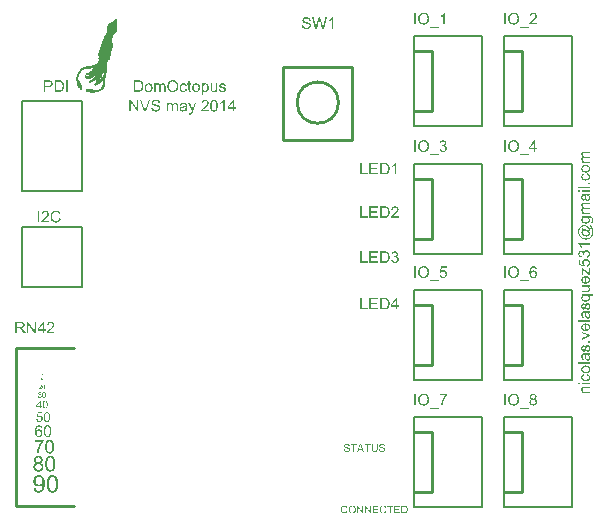
<source format=gto>
%FSLAX25Y25*%
%MOIN*%
G70*
G01*
G75*
G04 Layer_Color=65535*
%ADD10R,0.03937X0.03937*%
G04:AMPARAMS|DCode=11|XSize=83mil|YSize=55mil|CornerRadius=13.75mil|HoleSize=0mil|Usage=FLASHONLY|Rotation=90.000|XOffset=0mil|YOffset=0mil|HoleType=Round|Shape=RoundedRectangle|*
%AMROUNDEDRECTD11*
21,1,0.08300,0.02750,0,0,90.0*
21,1,0.05550,0.05500,0,0,90.0*
1,1,0.02750,0.01375,0.02775*
1,1,0.02750,0.01375,-0.02775*
1,1,0.02750,-0.01375,-0.02775*
1,1,0.02750,-0.01375,0.02775*
%
%ADD11ROUNDEDRECTD11*%
%ADD12R,0.03150X0.05118*%
%ADD13R,0.05118X0.03150*%
%ADD14R,0.03740X0.03937*%
%ADD15R,0.03937X0.03740*%
%ADD16R,0.03937X0.03937*%
%ADD17C,0.01500*%
%ADD18C,0.02000*%
%ADD19R,0.05906X0.05906*%
%ADD20C,0.05906*%
%ADD21C,0.12500*%
%ADD22C,0.05000*%
%ADD23O,0.08071X0.02362*%
%ADD24O,0.02362X0.08071*%
G04:AMPARAMS|DCode=25|XSize=82.68mil|YSize=62.99mil|CornerRadius=15.75mil|HoleSize=0mil|Usage=FLASHONLY|Rotation=180.000|XOffset=0mil|YOffset=0mil|HoleType=Round|Shape=RoundedRectangle|*
%AMROUNDEDRECTD25*
21,1,0.08268,0.03150,0,0,180.0*
21,1,0.05118,0.06299,0,0,180.0*
1,1,0.03150,-0.02559,0.01575*
1,1,0.03150,0.02559,0.01575*
1,1,0.03150,0.02559,-0.01575*
1,1,0.03150,-0.02559,-0.01575*
%
%ADD25ROUNDEDRECTD25*%
G04:AMPARAMS|DCode=26|XSize=70.87mil|YSize=74.8mil|CornerRadius=17.72mil|HoleSize=0mil|Usage=FLASHONLY|Rotation=180.000|XOffset=0mil|YOffset=0mil|HoleType=Round|Shape=RoundedRectangle|*
%AMROUNDEDRECTD26*
21,1,0.07087,0.03937,0,0,180.0*
21,1,0.03543,0.07480,0,0,180.0*
1,1,0.03543,-0.01772,0.01969*
1,1,0.03543,0.01772,0.01969*
1,1,0.03543,0.01772,-0.01969*
1,1,0.03543,-0.01772,-0.01969*
%
%ADD26ROUNDEDRECTD26*%
G04:AMPARAMS|DCode=27|XSize=15.75mil|YSize=53.15mil|CornerRadius=3.94mil|HoleSize=0mil|Usage=FLASHONLY|Rotation=180.000|XOffset=0mil|YOffset=0mil|HoleType=Round|Shape=RoundedRectangle|*
%AMROUNDEDRECTD27*
21,1,0.01575,0.04528,0,0,180.0*
21,1,0.00787,0.05315,0,0,180.0*
1,1,0.00787,-0.00394,0.02264*
1,1,0.00787,0.00394,0.02264*
1,1,0.00787,0.00394,-0.02264*
1,1,0.00787,-0.00394,-0.02264*
%
%ADD27ROUNDEDRECTD27*%
G04:AMPARAMS|DCode=28|XSize=74.8mil|YSize=74.8mil|CornerRadius=18.7mil|HoleSize=0mil|Usage=FLASHONLY|Rotation=180.000|XOffset=0mil|YOffset=0mil|HoleType=Round|Shape=RoundedRectangle|*
%AMROUNDEDRECTD28*
21,1,0.07480,0.03740,0,0,180.0*
21,1,0.03740,0.07480,0,0,180.0*
1,1,0.03740,-0.01870,0.01870*
1,1,0.03740,0.01870,0.01870*
1,1,0.03740,0.01870,-0.01870*
1,1,0.03740,-0.01870,-0.01870*
%
%ADD28ROUNDEDRECTD28*%
%ADD29R,0.04724X0.07677*%
%ADD30R,0.09449X0.03937*%
%ADD31R,0.09449X0.12992*%
%ADD32C,0.01000*%
%ADD33C,0.00787*%
%ADD34C,0.00100*%
G36*
X275661Y237838D02*
X275766Y237832D01*
X275883Y237820D01*
X275994Y237803D01*
X276088Y237785D01*
X276094D01*
X276105Y237779D01*
X276117D01*
X276140Y237767D01*
X276205Y237750D01*
X276281Y237721D01*
X276369Y237685D01*
X276462Y237639D01*
X276556Y237580D01*
X276649Y237510D01*
X276655D01*
X276661Y237498D01*
X276702Y237463D01*
X276755Y237405D01*
X276819Y237329D01*
X276895Y237235D01*
X276971Y237124D01*
X277041Y236995D01*
X277106Y236849D01*
Y236843D01*
X277112Y236831D01*
X277117Y236808D01*
X277129Y236779D01*
X277141Y236744D01*
X277152Y236697D01*
X277170Y236644D01*
X277182Y236586D01*
X277193Y236521D01*
X277211Y236451D01*
X277234Y236299D01*
X277252Y236129D01*
X277258Y235942D01*
Y235936D01*
Y235925D01*
Y235901D01*
Y235866D01*
X277252Y235831D01*
Y235784D01*
X277246Y235679D01*
X277234Y235562D01*
X277211Y235427D01*
X277188Y235293D01*
X277152Y235164D01*
Y235158D01*
X277147Y235147D01*
X277141Y235129D01*
X277135Y235106D01*
X277112Y235047D01*
X277082Y234965D01*
X277047Y234877D01*
X277000Y234784D01*
X276948Y234690D01*
X276889Y234603D01*
X276883Y234591D01*
X276860Y234567D01*
X276831Y234526D01*
X276784Y234474D01*
X276737Y234421D01*
X276673Y234363D01*
X276608Y234304D01*
X276538Y234251D01*
X276532Y234246D01*
X276503Y234234D01*
X276462Y234211D01*
X276410Y234181D01*
X276345Y234152D01*
X276269Y234123D01*
X276181Y234094D01*
X276082Y234064D01*
X276070D01*
X276035Y234053D01*
X275982Y234047D01*
X275906Y234035D01*
X275819Y234023D01*
X275713Y234012D01*
X275596Y234006D01*
X275468Y234000D01*
X274087D01*
Y237843D01*
X275561D01*
X275661Y237838D01*
D02*
G37*
G36*
X279130Y237855D02*
X279177Y237849D01*
X279229Y237843D01*
X279288Y237838D01*
X279352Y237820D01*
X279492Y237785D01*
X279639Y237732D01*
X279715Y237697D01*
X279785Y237656D01*
X279849Y237604D01*
X279914Y237551D01*
X279920Y237545D01*
X279925Y237539D01*
X279943Y237522D01*
X279966Y237498D01*
X279990Y237463D01*
X280019Y237428D01*
X280078Y237340D01*
X280136Y237229D01*
X280189Y237101D01*
X280230Y236954D01*
X280235Y236872D01*
X280241Y236790D01*
Y236779D01*
Y236750D01*
X280235Y236703D01*
X280230Y236644D01*
X280218Y236574D01*
X280200Y236498D01*
X280177Y236416D01*
X280142Y236334D01*
X280136Y236322D01*
X280124Y236293D01*
X280101Y236252D01*
X280066Y236194D01*
X280025Y236123D01*
X279972Y236042D01*
X279902Y235960D01*
X279826Y235866D01*
X279814Y235854D01*
X279785Y235819D01*
X279732Y235767D01*
X279697Y235732D01*
X279656Y235691D01*
X279609Y235644D01*
X279551Y235591D01*
X279492Y235539D01*
X279428Y235474D01*
X279358Y235410D01*
X279276Y235340D01*
X279194Y235269D01*
X279101Y235188D01*
X279095Y235182D01*
X279083Y235170D01*
X279060Y235152D01*
X279030Y235129D01*
X278960Y235071D01*
X278872Y234995D01*
X278785Y234913D01*
X278691Y234831D01*
X278615Y234760D01*
X278586Y234731D01*
X278556Y234702D01*
X278551Y234696D01*
X278539Y234679D01*
X278516Y234655D01*
X278486Y234620D01*
X278422Y234544D01*
X278358Y234451D01*
X280247D01*
Y234000D01*
X277702D01*
Y234006D01*
Y234029D01*
Y234064D01*
X277708Y234105D01*
X277714Y234152D01*
X277720Y234205D01*
X277737Y234263D01*
X277755Y234322D01*
Y234328D01*
X277761Y234333D01*
X277773Y234369D01*
X277796Y234415D01*
X277831Y234486D01*
X277872Y234562D01*
X277930Y234649D01*
X277989Y234737D01*
X278065Y234831D01*
Y234837D01*
X278077Y234842D01*
X278106Y234877D01*
X278153Y234930D01*
X278223Y235000D01*
X278311Y235082D01*
X278416Y235182D01*
X278545Y235293D01*
X278685Y235416D01*
X278691Y235421D01*
X278714Y235439D01*
X278744Y235462D01*
X278785Y235504D01*
X278837Y235544D01*
X278896Y235597D01*
X279025Y235708D01*
X279165Y235843D01*
X279305Y235977D01*
X279376Y236042D01*
X279434Y236106D01*
X279487Y236170D01*
X279533Y236229D01*
Y236235D01*
X279545Y236241D01*
X279557Y236258D01*
X279569Y236281D01*
X279604Y236340D01*
X279645Y236416D01*
X279686Y236504D01*
X279721Y236597D01*
X279744Y236703D01*
X279756Y236802D01*
Y236808D01*
Y236814D01*
X279750Y236849D01*
X279744Y236902D01*
X279732Y236966D01*
X279703Y237042D01*
X279668Y237118D01*
X279621Y237200D01*
X279551Y237276D01*
X279539Y237282D01*
X279516Y237305D01*
X279469Y237334D01*
X279411Y237375D01*
X279334Y237411D01*
X279247Y237440D01*
X279141Y237463D01*
X279025Y237469D01*
X278989D01*
X278966Y237463D01*
X278907Y237457D01*
X278831Y237446D01*
X278744Y237416D01*
X278650Y237381D01*
X278562Y237329D01*
X278481Y237258D01*
X278475Y237247D01*
X278451Y237223D01*
X278416Y237176D01*
X278381Y237112D01*
X278340Y237030D01*
X278311Y236937D01*
X278287Y236826D01*
X278276Y236697D01*
X277790Y236750D01*
Y236755D01*
Y236773D01*
X277796Y236802D01*
X277802Y236837D01*
X277814Y236884D01*
X277819Y236937D01*
X277854Y237054D01*
X277901Y237188D01*
X277966Y237323D01*
X278053Y237457D01*
X278100Y237516D01*
X278159Y237574D01*
X278165Y237580D01*
X278176Y237586D01*
X278194Y237604D01*
X278217Y237621D01*
X278252Y237639D01*
X278293Y237668D01*
X278340Y237691D01*
X278393Y237721D01*
X278451Y237744D01*
X278516Y237773D01*
X278592Y237797D01*
X278668Y237814D01*
X278843Y237849D01*
X278937Y237855D01*
X279036Y237861D01*
X279089D01*
X279130Y237855D01*
D02*
G37*
G36*
X273297Y237393D02*
X271028D01*
Y236211D01*
X273151D01*
Y235761D01*
X271028D01*
Y234451D01*
X273385D01*
Y234000D01*
X270519D01*
Y237843D01*
X273297D01*
Y237393D01*
D02*
G37*
G36*
X279083Y222855D02*
X279159Y222843D01*
X279247Y222826D01*
X279346Y222802D01*
X279446Y222767D01*
X279545Y222721D01*
X279551D01*
X279557Y222715D01*
X279592Y222697D01*
X279639Y222668D01*
X279697Y222627D01*
X279762Y222574D01*
X279832Y222510D01*
X279896Y222434D01*
X279955Y222352D01*
X279960Y222340D01*
X279978Y222311D01*
X280001Y222264D01*
X280025Y222206D01*
X280048Y222130D01*
X280072Y222048D01*
X280089Y221960D01*
X280095Y221861D01*
Y221849D01*
Y221820D01*
X280089Y221773D01*
X280078Y221714D01*
X280060Y221644D01*
X280036Y221568D01*
X280007Y221486D01*
X279960Y221410D01*
X279955Y221398D01*
X279937Y221375D01*
X279902Y221340D01*
X279861Y221293D01*
X279803Y221240D01*
X279738Y221188D01*
X279656Y221129D01*
X279563Y221083D01*
X279569D01*
X279580Y221077D01*
X279598D01*
X279621Y221065D01*
X279680Y221047D01*
X279756Y221012D01*
X279838Y220971D01*
X279925Y220913D01*
X280013Y220843D01*
X280089Y220755D01*
X280095Y220743D01*
X280118Y220708D01*
X280148Y220655D01*
X280189Y220585D01*
X280224Y220498D01*
X280253Y220392D01*
X280276Y220269D01*
X280282Y220135D01*
Y220129D01*
Y220111D01*
Y220088D01*
X280276Y220053D01*
X280271Y220006D01*
X280265Y219959D01*
X280253Y219901D01*
X280235Y219842D01*
X280194Y219708D01*
X280165Y219632D01*
X280124Y219562D01*
X280083Y219491D01*
X280036Y219421D01*
X279978Y219351D01*
X279914Y219281D01*
X279908Y219275D01*
X279896Y219263D01*
X279879Y219251D01*
X279849Y219228D01*
X279814Y219199D01*
X279767Y219170D01*
X279715Y219140D01*
X279662Y219111D01*
X279598Y219076D01*
X279528Y219047D01*
X279451Y219018D01*
X279370Y218988D01*
X279282Y218965D01*
X279188Y218953D01*
X279089Y218941D01*
X278989Y218936D01*
X278943D01*
X278907Y218941D01*
X278861Y218947D01*
X278814Y218953D01*
X278755Y218959D01*
X278697Y218971D01*
X278562Y219006D01*
X278422Y219064D01*
X278352Y219094D01*
X278287Y219134D01*
X278217Y219181D01*
X278153Y219234D01*
X278147Y219240D01*
X278141Y219246D01*
X278124Y219263D01*
X278100Y219287D01*
X278077Y219322D01*
X278048Y219357D01*
X278012Y219398D01*
X277983Y219445D01*
X277913Y219562D01*
X277854Y219696D01*
X277802Y219848D01*
X277784Y219930D01*
X277773Y220018D01*
X278246Y220082D01*
Y220076D01*
X278252Y220065D01*
Y220041D01*
X278264Y220018D01*
X278282Y219948D01*
X278311Y219860D01*
X278346Y219766D01*
X278393Y219667D01*
X278451Y219579D01*
X278516Y219503D01*
X278527Y219497D01*
X278551Y219474D01*
X278592Y219450D01*
X278650Y219415D01*
X278714Y219386D01*
X278796Y219357D01*
X278890Y219333D01*
X278989Y219328D01*
X279025D01*
X279048Y219333D01*
X279106Y219339D01*
X279183Y219357D01*
X279276Y219386D01*
X279370Y219421D01*
X279463Y219480D01*
X279551Y219556D01*
X279563Y219567D01*
X279586Y219597D01*
X279621Y219643D01*
X279668Y219714D01*
X279709Y219796D01*
X279744Y219895D01*
X279767Y220006D01*
X279779Y220129D01*
Y220135D01*
Y220141D01*
Y220158D01*
X279773Y220182D01*
X279767Y220240D01*
X279750Y220316D01*
X279727Y220398D01*
X279686Y220492D01*
X279633Y220580D01*
X279563Y220661D01*
X279551Y220673D01*
X279528Y220696D01*
X279481Y220726D01*
X279416Y220767D01*
X279340Y220808D01*
X279247Y220837D01*
X279147Y220860D01*
X279030Y220872D01*
X278978D01*
X278937Y220866D01*
X278890Y220860D01*
X278831Y220854D01*
X278767Y220843D01*
X278697Y220825D01*
X278749Y221240D01*
X278779D01*
X278802Y221235D01*
X278878D01*
X278931Y221240D01*
X279007Y221252D01*
X279089Y221270D01*
X279177Y221299D01*
X279270Y221334D01*
X279364Y221387D01*
X279376Y221393D01*
X279405Y221416D01*
X279440Y221457D01*
X279487Y221510D01*
X279533Y221574D01*
X279569Y221656D01*
X279598Y221755D01*
X279609Y221872D01*
Y221878D01*
Y221884D01*
Y221913D01*
X279598Y221960D01*
X279586Y222024D01*
X279569Y222089D01*
X279533Y222159D01*
X279492Y222235D01*
X279434Y222299D01*
X279428Y222305D01*
X279405Y222329D01*
X279364Y222358D01*
X279311Y222387D01*
X279247Y222422D01*
X279171Y222446D01*
X279083Y222469D01*
X278984Y222475D01*
X278937D01*
X278884Y222463D01*
X278826Y222451D01*
X278749Y222434D01*
X278674Y222399D01*
X278597Y222358D01*
X278521Y222299D01*
X278516Y222294D01*
X278492Y222270D01*
X278463Y222229D01*
X278428Y222171D01*
X278387Y222100D01*
X278352Y222013D01*
X278317Y221907D01*
X278293Y221785D01*
X277819Y221866D01*
Y221872D01*
X277825Y221890D01*
X277831Y221913D01*
X277837Y221942D01*
X277849Y221984D01*
X277860Y222030D01*
X277901Y222136D01*
X277948Y222253D01*
X278018Y222375D01*
X278100Y222493D01*
X278205Y222598D01*
X278211Y222604D01*
X278217Y222609D01*
X278235Y222621D01*
X278264Y222639D01*
X278293Y222656D01*
X278328Y222680D01*
X278416Y222732D01*
X278527Y222779D01*
X278662Y222820D01*
X278808Y222849D01*
X278890Y222861D01*
X279025D01*
X279083Y222855D01*
D02*
G37*
G36*
X268009Y234451D02*
X269899D01*
Y234000D01*
X267500D01*
Y237843D01*
X268009D01*
Y234451D01*
D02*
G37*
G36*
X279545Y248500D02*
X279071D01*
Y251507D01*
X279065Y251501D01*
X279042Y251478D01*
X279001Y251448D01*
X278948Y251408D01*
X278884Y251355D01*
X278808Y251302D01*
X278720Y251238D01*
X278621Y251179D01*
X278615D01*
X278609Y251173D01*
X278574Y251150D01*
X278521Y251121D01*
X278457Y251086D01*
X278381Y251045D01*
X278299Y251010D01*
X278211Y250969D01*
X278129Y250934D01*
Y251396D01*
X278135D01*
X278147Y251402D01*
X278170Y251413D01*
X278194Y251431D01*
X278229Y251448D01*
X278270Y251466D01*
X278363Y251519D01*
X278469Y251583D01*
X278586Y251659D01*
X278703Y251747D01*
X278814Y251840D01*
X278820Y251846D01*
X278826Y251852D01*
X278861Y251887D01*
X278913Y251940D01*
X278978Y252004D01*
X279048Y252086D01*
X279118Y252174D01*
X279183Y252267D01*
X279235Y252361D01*
X279545D01*
Y248500D01*
D02*
G37*
G36*
X154331Y199338D02*
X154378D01*
X154495Y199332D01*
X154618Y199320D01*
X154746Y199297D01*
X154869Y199273D01*
X154928Y199256D01*
X154980Y199238D01*
X154986D01*
X154992Y199232D01*
X155027Y199221D01*
X155074Y199191D01*
X155132Y199150D01*
X155203Y199104D01*
X155273Y199039D01*
X155343Y198963D01*
X155407Y198870D01*
X155413Y198858D01*
X155431Y198823D01*
X155460Y198770D01*
X155489Y198700D01*
X155519Y198612D01*
X155548Y198513D01*
X155565Y198407D01*
X155571Y198291D01*
Y198285D01*
Y198273D01*
Y198249D01*
X155565Y198220D01*
Y198185D01*
X155560Y198144D01*
X155536Y198051D01*
X155507Y197940D01*
X155460Y197828D01*
X155390Y197711D01*
X155349Y197653D01*
X155302Y197600D01*
X155290Y197588D01*
X155273Y197577D01*
X155255Y197553D01*
X155226Y197536D01*
X155191Y197506D01*
X155150Y197483D01*
X155103Y197454D01*
X155051Y197425D01*
X154986Y197395D01*
X154922Y197366D01*
X154846Y197337D01*
X154770Y197308D01*
X154682Y197284D01*
X154588Y197267D01*
X154489Y197249D01*
X154501Y197243D01*
X154524Y197232D01*
X154559Y197214D01*
X154600Y197191D01*
X154700Y197126D01*
X154752Y197091D01*
X154793Y197056D01*
X154805Y197044D01*
X154834Y197021D01*
X154875Y196974D01*
X154928Y196916D01*
X154992Y196840D01*
X155062Y196752D01*
X155138Y196652D01*
X155214Y196541D01*
X155881Y195500D01*
X155244D01*
X154735Y196296D01*
Y196301D01*
X154723Y196313D01*
X154711Y196331D01*
X154700Y196354D01*
X154659Y196413D01*
X154606Y196489D01*
X154548Y196576D01*
X154483Y196664D01*
X154425Y196746D01*
X154366Y196822D01*
X154360Y196828D01*
X154343Y196851D01*
X154314Y196886D01*
X154284Y196927D01*
X154197Y197009D01*
X154156Y197050D01*
X154109Y197080D01*
X154103Y197085D01*
X154091Y197091D01*
X154068Y197103D01*
X154039Y197120D01*
X153968Y197155D01*
X153881Y197185D01*
X153875D01*
X153863Y197191D01*
X153840D01*
X153810Y197196D01*
X153770Y197202D01*
X153723D01*
X153664Y197208D01*
X153009D01*
Y195500D01*
X152500D01*
Y199344D01*
X154284D01*
X154331Y199338D01*
D02*
G37*
G36*
X275661Y252338D02*
X275766Y252332D01*
X275883Y252320D01*
X275994Y252303D01*
X276088Y252285D01*
X276094D01*
X276105Y252279D01*
X276117D01*
X276140Y252267D01*
X276205Y252250D01*
X276281Y252221D01*
X276369Y252186D01*
X276462Y252139D01*
X276556Y252080D01*
X276649Y252010D01*
X276655D01*
X276661Y251998D01*
X276702Y251963D01*
X276755Y251905D01*
X276819Y251829D01*
X276895Y251735D01*
X276971Y251624D01*
X277041Y251495D01*
X277106Y251349D01*
Y251343D01*
X277112Y251331D01*
X277117Y251308D01*
X277129Y251279D01*
X277141Y251244D01*
X277152Y251197D01*
X277170Y251144D01*
X277182Y251086D01*
X277193Y251021D01*
X277211Y250951D01*
X277234Y250799D01*
X277252Y250629D01*
X277258Y250442D01*
Y250436D01*
Y250425D01*
Y250401D01*
Y250366D01*
X277252Y250331D01*
Y250284D01*
X277246Y250179D01*
X277234Y250062D01*
X277211Y249927D01*
X277188Y249793D01*
X277152Y249664D01*
Y249658D01*
X277147Y249647D01*
X277141Y249629D01*
X277135Y249606D01*
X277112Y249547D01*
X277082Y249465D01*
X277047Y249377D01*
X277000Y249284D01*
X276948Y249190D01*
X276889Y249103D01*
X276883Y249091D01*
X276860Y249067D01*
X276831Y249026D01*
X276784Y248974D01*
X276737Y248921D01*
X276673Y248863D01*
X276608Y248804D01*
X276538Y248751D01*
X276532Y248746D01*
X276503Y248734D01*
X276462Y248711D01*
X276410Y248681D01*
X276345Y248652D01*
X276269Y248623D01*
X276181Y248594D01*
X276082Y248564D01*
X276070D01*
X276035Y248553D01*
X275982Y248547D01*
X275906Y248535D01*
X275819Y248523D01*
X275713Y248512D01*
X275596Y248506D01*
X275468Y248500D01*
X274087D01*
Y252343D01*
X275561D01*
X275661Y252338D01*
D02*
G37*
G36*
X268009Y248951D02*
X269899D01*
Y248500D01*
X267500D01*
Y252343D01*
X268009D01*
Y248951D01*
D02*
G37*
G36*
X273297Y251893D02*
X271028D01*
Y250711D01*
X273151D01*
Y250261D01*
X271028D01*
Y248951D01*
X273385D01*
Y248500D01*
X270519D01*
Y252343D01*
X273297D01*
Y251893D01*
D02*
G37*
G36*
X275661Y222838D02*
X275766Y222832D01*
X275883Y222820D01*
X275994Y222802D01*
X276088Y222785D01*
X276094D01*
X276105Y222779D01*
X276117D01*
X276140Y222767D01*
X276205Y222750D01*
X276281Y222721D01*
X276369Y222686D01*
X276462Y222639D01*
X276556Y222580D01*
X276649Y222510D01*
X276655D01*
X276661Y222498D01*
X276702Y222463D01*
X276755Y222405D01*
X276819Y222329D01*
X276895Y222235D01*
X276971Y222124D01*
X277041Y221995D01*
X277106Y221849D01*
Y221843D01*
X277112Y221831D01*
X277117Y221808D01*
X277129Y221779D01*
X277141Y221744D01*
X277152Y221697D01*
X277170Y221644D01*
X277182Y221586D01*
X277193Y221521D01*
X277211Y221451D01*
X277234Y221299D01*
X277252Y221129D01*
X277258Y220942D01*
Y220936D01*
Y220925D01*
Y220901D01*
Y220866D01*
X277252Y220831D01*
Y220784D01*
X277246Y220679D01*
X277234Y220562D01*
X277211Y220427D01*
X277188Y220293D01*
X277152Y220164D01*
Y220158D01*
X277147Y220147D01*
X277141Y220129D01*
X277135Y220106D01*
X277112Y220047D01*
X277082Y219965D01*
X277047Y219878D01*
X277000Y219784D01*
X276948Y219690D01*
X276889Y219603D01*
X276883Y219591D01*
X276860Y219567D01*
X276831Y219527D01*
X276784Y219474D01*
X276737Y219421D01*
X276673Y219363D01*
X276608Y219304D01*
X276538Y219251D01*
X276532Y219246D01*
X276503Y219234D01*
X276462Y219211D01*
X276410Y219181D01*
X276345Y219152D01*
X276269Y219123D01*
X276181Y219094D01*
X276082Y219064D01*
X276070D01*
X276035Y219053D01*
X275982Y219047D01*
X275906Y219035D01*
X275819Y219023D01*
X275713Y219012D01*
X275596Y219006D01*
X275468Y219000D01*
X274087D01*
Y222843D01*
X275561D01*
X275661Y222838D01*
D02*
G37*
G36*
X170050Y276000D02*
X169541D01*
Y279843D01*
X170050D01*
Y276000D01*
D02*
G37*
G36*
X268009Y203951D02*
X269899D01*
Y203500D01*
X267500D01*
Y207343D01*
X268009D01*
Y203951D01*
D02*
G37*
G36*
X167154Y279838D02*
X167259Y279832D01*
X167376Y279820D01*
X167487Y279802D01*
X167581Y279785D01*
X167587D01*
X167598Y279779D01*
X167610D01*
X167633Y279767D01*
X167698Y279750D01*
X167774Y279721D01*
X167862Y279685D01*
X167955Y279639D01*
X168049Y279580D01*
X168142Y279510D01*
X168148D01*
X168154Y279498D01*
X168195Y279463D01*
X168248Y279405D01*
X168312Y279329D01*
X168388Y279235D01*
X168464Y279124D01*
X168534Y278995D01*
X168599Y278849D01*
Y278843D01*
X168605Y278831D01*
X168611Y278808D01*
X168622Y278779D01*
X168634Y278744D01*
X168646Y278697D01*
X168663Y278644D01*
X168675Y278586D01*
X168687Y278521D01*
X168704Y278451D01*
X168728Y278299D01*
X168745Y278129D01*
X168751Y277942D01*
Y277936D01*
Y277925D01*
Y277901D01*
Y277866D01*
X168745Y277831D01*
Y277784D01*
X168739Y277679D01*
X168728Y277562D01*
X168704Y277427D01*
X168681Y277293D01*
X168646Y277164D01*
Y277158D01*
X168640Y277147D01*
X168634Y277129D01*
X168628Y277106D01*
X168605Y277047D01*
X168575Y276965D01*
X168540Y276877D01*
X168493Y276784D01*
X168441Y276690D01*
X168382Y276603D01*
X168377Y276591D01*
X168353Y276568D01*
X168324Y276526D01*
X168277Y276474D01*
X168230Y276421D01*
X168166Y276363D01*
X168102Y276304D01*
X168031Y276252D01*
X168026Y276246D01*
X167996Y276234D01*
X167955Y276211D01*
X167903Y276181D01*
X167838Y276152D01*
X167762Y276123D01*
X167675Y276094D01*
X167575Y276064D01*
X167563D01*
X167528Y276053D01*
X167476Y276047D01*
X167400Y276035D01*
X167312Y276023D01*
X167207Y276012D01*
X167089Y276006D01*
X166961Y276000D01*
X165580D01*
Y279843D01*
X167054D01*
X167154Y279838D01*
D02*
G37*
G36*
X275184Y138101D02*
X275216Y138097D01*
X275255Y138093D01*
X275297Y138090D01*
X275344Y138082D01*
X275446Y138058D01*
X275555Y138023D01*
X275609Y138000D01*
X275664Y137973D01*
X275715Y137941D01*
X275765Y137906D01*
X275769Y137902D01*
X275777Y137899D01*
X275789Y137887D01*
X275808Y137871D01*
X275828Y137852D01*
X275855Y137824D01*
X275882Y137797D01*
X275910Y137766D01*
X275941Y137727D01*
X275968Y137688D01*
X275999Y137641D01*
X276031Y137590D01*
X276058Y137540D01*
X276085Y137481D01*
X276132Y137356D01*
X275797Y137278D01*
Y137282D01*
X275793Y137290D01*
X275789Y137306D01*
X275781Y137325D01*
X275769Y137349D01*
X275758Y137376D01*
X275730Y137434D01*
X275695Y137501D01*
X275648Y137571D01*
X275598Y137633D01*
X275535Y137688D01*
X275528Y137692D01*
X275504Y137707D01*
X275469Y137727D01*
X275418Y137754D01*
X275360Y137778D01*
X275286Y137797D01*
X275204Y137813D01*
X275110Y137817D01*
X275083D01*
X275063Y137813D01*
X275036D01*
X275009Y137809D01*
X274939Y137797D01*
X274861Y137782D01*
X274779Y137754D01*
X274697Y137719D01*
X274619Y137672D01*
X274615D01*
X274611Y137664D01*
X274588Y137645D01*
X274552Y137614D01*
X274510Y137571D01*
X274467Y137516D01*
X274420Y137454D01*
X274377Y137376D01*
X274342Y137290D01*
Y137286D01*
X274338Y137278D01*
X274334Y137267D01*
X274330Y137247D01*
X274322Y137228D01*
X274319Y137200D01*
X274303Y137138D01*
X274287Y137064D01*
X274276Y136982D01*
X274268Y136892D01*
X274264Y136799D01*
Y136795D01*
Y136783D01*
Y136767D01*
Y136744D01*
X274268Y136717D01*
Y136682D01*
X274272Y136647D01*
X274276Y136608D01*
X274287Y136518D01*
X274303Y136420D01*
X274326Y136323D01*
X274358Y136229D01*
Y136225D01*
X274361Y136218D01*
X274369Y136206D01*
X274377Y136190D01*
X274396Y136144D01*
X274428Y136093D01*
X274471Y136030D01*
X274521Y135972D01*
X274580Y135913D01*
X274650Y135863D01*
X274654D01*
X274658Y135859D01*
X274670Y135851D01*
X274685Y135843D01*
X274728Y135828D01*
X274783Y135804D01*
X274845Y135785D01*
X274919Y135765D01*
X275001Y135750D01*
X275087Y135746D01*
X275114D01*
X275134Y135750D01*
X275157D01*
X275188Y135754D01*
X275255Y135765D01*
X275329Y135785D01*
X275411Y135816D01*
X275488Y135855D01*
X275567Y135909D01*
X275570Y135913D01*
X275574Y135917D01*
X275598Y135941D01*
X275633Y135980D01*
X275676Y136030D01*
X275719Y136101D01*
X275765Y136182D01*
X275804Y136284D01*
X275836Y136397D01*
X276175Y136311D01*
Y136307D01*
X276171Y136292D01*
X276163Y136272D01*
X276155Y136241D01*
X276140Y136210D01*
X276124Y136167D01*
X276109Y136124D01*
X276085Y136077D01*
X276034Y135972D01*
X275964Y135867D01*
X275886Y135765D01*
X275839Y135718D01*
X275789Y135676D01*
X275785Y135672D01*
X275777Y135668D01*
X275762Y135656D01*
X275738Y135640D01*
X275711Y135625D01*
X275680Y135605D01*
X275644Y135586D01*
X275602Y135566D01*
X275555Y135547D01*
X275504Y135527D01*
X275446Y135508D01*
X275387Y135492D01*
X275258Y135465D01*
X275188Y135461D01*
X275114Y135457D01*
X275075D01*
X275044Y135461D01*
X275009D01*
X274970Y135465D01*
X274923Y135473D01*
X274876Y135477D01*
X274767Y135500D01*
X274654Y135527D01*
X274545Y135570D01*
X274490Y135594D01*
X274439Y135625D01*
X274435Y135629D01*
X274428Y135633D01*
X274416Y135644D01*
X274396Y135656D01*
X274350Y135695D01*
X274295Y135750D01*
X274229Y135816D01*
X274166Y135902D01*
X274100Y135999D01*
X274045Y136112D01*
Y136116D01*
X274042Y136128D01*
X274034Y136144D01*
X274026Y136167D01*
X274014Y136198D01*
X274003Y136233D01*
X273991Y136272D01*
X273979Y136319D01*
X273968Y136366D01*
X273956Y136420D01*
X273932Y136537D01*
X273917Y136662D01*
X273913Y136799D01*
Y136803D01*
Y136818D01*
Y136838D01*
X273917Y136865D01*
Y136900D01*
X273921Y136943D01*
X273925Y136986D01*
X273932Y137037D01*
X273952Y137146D01*
X273975Y137263D01*
X274014Y137384D01*
X274065Y137497D01*
Y137501D01*
X274073Y137508D01*
X274081Y137524D01*
X274092Y137548D01*
X274108Y137571D01*
X274127Y137598D01*
X274178Y137664D01*
X274237Y137739D01*
X274311Y137813D01*
X274400Y137887D01*
X274498Y137949D01*
X274502D01*
X274510Y137957D01*
X274525Y137965D01*
X274549Y137973D01*
X274572Y137984D01*
X274603Y138000D01*
X274642Y138012D01*
X274681Y138027D01*
X274724Y138043D01*
X274771Y138055D01*
X274876Y138082D01*
X274993Y138097D01*
X275118Y138105D01*
X275157D01*
X275184Y138101D01*
D02*
G37*
G36*
X163661Y279838D02*
X163755Y279832D01*
X163854Y279826D01*
X163948Y279814D01*
X164030Y279802D01*
X164042D01*
X164077Y279791D01*
X164129Y279779D01*
X164194Y279762D01*
X164270Y279738D01*
X164346Y279709D01*
X164428Y279668D01*
X164504Y279621D01*
X164510Y279615D01*
X164539Y279598D01*
X164574Y279569D01*
X164615Y279528D01*
X164662Y279475D01*
X164714Y279411D01*
X164767Y279340D01*
X164814Y279253D01*
X164820Y279241D01*
X164831Y279212D01*
X164849Y279165D01*
X164872Y279100D01*
X164896Y279024D01*
X164913Y278937D01*
X164925Y278837D01*
X164931Y278732D01*
Y278726D01*
Y278709D01*
Y278685D01*
X164925Y278650D01*
X164919Y278609D01*
X164913Y278556D01*
X164907Y278504D01*
X164890Y278445D01*
X164855Y278311D01*
X164796Y278176D01*
X164761Y278106D01*
X164720Y278036D01*
X164673Y277966D01*
X164615Y277901D01*
X164609Y277895D01*
X164597Y277890D01*
X164580Y277872D01*
X164556Y277849D01*
X164515Y277825D01*
X164474Y277796D01*
X164422Y277767D01*
X164357Y277737D01*
X164287Y277702D01*
X164205Y277673D01*
X164112Y277644D01*
X164012Y277620D01*
X163895Y277597D01*
X163773Y277579D01*
X163638Y277574D01*
X163492Y277568D01*
X162509D01*
Y276000D01*
X162000D01*
Y279843D01*
X163574D01*
X163661Y279838D01*
D02*
G37*
G36*
X268009Y219450D02*
X269899D01*
Y219000D01*
X267500D01*
Y222843D01*
X268009D01*
Y219450D01*
D02*
G37*
G36*
X273297Y222393D02*
X271028D01*
Y221211D01*
X273151D01*
Y220761D01*
X271028D01*
Y219450D01*
X273385D01*
Y219000D01*
X270519D01*
Y222843D01*
X273297D01*
Y222393D01*
D02*
G37*
G36*
X279750Y204851D02*
X280271D01*
Y204418D01*
X279750D01*
Y203500D01*
X279276D01*
Y204418D01*
X277609D01*
Y204851D01*
X279364Y207338D01*
X279750D01*
Y204851D01*
D02*
G37*
G36*
X273297Y206893D02*
X271028D01*
Y205711D01*
X273151D01*
Y205261D01*
X271028D01*
Y203951D01*
X273385D01*
Y203500D01*
X270519D01*
Y207343D01*
X273297D01*
Y206893D01*
D02*
G37*
G36*
X275661Y207338D02*
X275766Y207332D01*
X275883Y207320D01*
X275994Y207302D01*
X276088Y207285D01*
X276094D01*
X276105Y207279D01*
X276117D01*
X276140Y207267D01*
X276205Y207250D01*
X276281Y207221D01*
X276369Y207186D01*
X276462Y207139D01*
X276556Y207080D01*
X276649Y207010D01*
X276655D01*
X276661Y206998D01*
X276702Y206963D01*
X276755Y206905D01*
X276819Y206829D01*
X276895Y206735D01*
X276971Y206624D01*
X277041Y206495D01*
X277106Y206349D01*
Y206343D01*
X277112Y206331D01*
X277117Y206308D01*
X277129Y206279D01*
X277141Y206244D01*
X277152Y206197D01*
X277170Y206144D01*
X277182Y206086D01*
X277193Y206021D01*
X277211Y205951D01*
X277234Y205799D01*
X277252Y205629D01*
X277258Y205442D01*
Y205436D01*
Y205425D01*
Y205401D01*
Y205366D01*
X277252Y205331D01*
Y205284D01*
X277246Y205179D01*
X277234Y205062D01*
X277211Y204927D01*
X277188Y204793D01*
X277152Y204664D01*
Y204658D01*
X277147Y204647D01*
X277141Y204629D01*
X277135Y204606D01*
X277112Y204547D01*
X277082Y204465D01*
X277047Y204378D01*
X277000Y204284D01*
X276948Y204190D01*
X276889Y204102D01*
X276883Y204091D01*
X276860Y204067D01*
X276831Y204027D01*
X276784Y203974D01*
X276737Y203921D01*
X276673Y203863D01*
X276608Y203804D01*
X276538Y203751D01*
X276532Y203746D01*
X276503Y203734D01*
X276462Y203711D01*
X276410Y203681D01*
X276345Y203652D01*
X276269Y203623D01*
X276181Y203594D01*
X276082Y203564D01*
X276070D01*
X276035Y203553D01*
X275982Y203547D01*
X275906Y203535D01*
X275819Y203523D01*
X275713Y203512D01*
X275596Y203506D01*
X275468Y203500D01*
X274087D01*
Y207343D01*
X275561D01*
X275661Y207338D01*
D02*
G37*
G36*
X162030Y196851D02*
X162550D01*
Y196418D01*
X162030D01*
Y195500D01*
X161556D01*
Y196418D01*
X159889D01*
Y196851D01*
X161644Y199338D01*
X162030D01*
Y196851D01*
D02*
G37*
G36*
X160978Y178285D02*
X160993Y178283D01*
X161011Y178281D01*
X161030Y178279D01*
X161052Y178273D01*
X161099Y178262D01*
X161147Y178244D01*
X161173Y178232D01*
X161196Y178219D01*
X161218Y178201D01*
X161239Y178184D01*
X161241Y178182D01*
X161243Y178180D01*
X161249Y178174D01*
X161257Y178166D01*
X161264Y178154D01*
X161274Y178143D01*
X161294Y178113D01*
X161313Y178076D01*
X161331Y178033D01*
X161344Y177985D01*
X161346Y177957D01*
X161348Y177930D01*
Y177926D01*
Y177917D01*
X161346Y177901D01*
X161344Y177881D01*
X161340Y177858D01*
X161335Y177833D01*
X161327Y177805D01*
X161315Y177778D01*
X161313Y177774D01*
X161309Y177764D01*
X161301Y177751D01*
X161290Y177731D01*
X161276Y177708D01*
X161258Y177681D01*
X161235Y177653D01*
X161210Y177622D01*
X161206Y177618D01*
X161196Y177606D01*
X161179Y177589D01*
X161167Y177577D01*
X161153Y177564D01*
X161138Y177548D01*
X161118Y177530D01*
X161099Y177513D01*
X161077Y177491D01*
X161054Y177470D01*
X161027Y177447D01*
X160999Y177423D01*
X160968Y177396D01*
X160966Y177394D01*
X160962Y177390D01*
X160954Y177384D01*
X160945Y177376D01*
X160921Y177357D01*
X160892Y177331D01*
X160863Y177304D01*
X160831Y177277D01*
X160806Y177253D01*
X160796Y177244D01*
X160787Y177234D01*
X160785Y177232D01*
X160781Y177226D01*
X160773Y177218D01*
X160763Y177207D01*
X160742Y177181D01*
X160720Y177150D01*
X161350D01*
Y177000D01*
X160502D01*
Y177002D01*
Y177010D01*
Y177022D01*
X160504Y177035D01*
X160506Y177051D01*
X160508Y177068D01*
X160514Y177088D01*
X160520Y177107D01*
Y177109D01*
X160521Y177111D01*
X160525Y177123D01*
X160533Y177138D01*
X160545Y177162D01*
X160558Y177187D01*
X160578Y177216D01*
X160598Y177246D01*
X160623Y177277D01*
Y177279D01*
X160627Y177281D01*
X160636Y177293D01*
X160652Y177310D01*
X160676Y177333D01*
X160705Y177361D01*
X160740Y177394D01*
X160783Y177431D01*
X160829Y177472D01*
X160831Y177474D01*
X160839Y177480D01*
X160849Y177488D01*
X160863Y177501D01*
X160880Y177515D01*
X160900Y177532D01*
X160943Y177569D01*
X160989Y177614D01*
X161036Y177659D01*
X161060Y177681D01*
X161079Y177702D01*
X161097Y177724D01*
X161112Y177743D01*
Y177745D01*
X161116Y177747D01*
X161120Y177753D01*
X161124Y177761D01*
X161136Y177780D01*
X161149Y177805D01*
X161163Y177835D01*
X161175Y177866D01*
X161182Y177901D01*
X161186Y177934D01*
Y177936D01*
Y177938D01*
X161184Y177950D01*
X161182Y177967D01*
X161179Y177989D01*
X161169Y178014D01*
X161157Y178039D01*
X161142Y178067D01*
X161118Y178092D01*
X161114Y178094D01*
X161106Y178102D01*
X161091Y178112D01*
X161071Y178125D01*
X161046Y178137D01*
X161017Y178147D01*
X160982Y178154D01*
X160943Y178156D01*
X160931D01*
X160923Y178154D01*
X160904Y178152D01*
X160878Y178149D01*
X160849Y178139D01*
X160818Y178127D01*
X160789Y178110D01*
X160761Y178086D01*
X160759Y178082D01*
X160751Y178075D01*
X160740Y178059D01*
X160728Y178037D01*
X160714Y178010D01*
X160705Y177979D01*
X160697Y177942D01*
X160693Y177899D01*
X160531Y177917D01*
Y177919D01*
Y177924D01*
X160533Y177934D01*
X160535Y177946D01*
X160539Y177961D01*
X160541Y177979D01*
X160553Y178018D01*
X160568Y178063D01*
X160590Y178108D01*
X160619Y178152D01*
X160635Y178172D01*
X160654Y178191D01*
X160656Y178193D01*
X160660Y178195D01*
X160666Y178201D01*
X160674Y178207D01*
X160685Y178213D01*
X160699Y178223D01*
X160714Y178230D01*
X160732Y178240D01*
X160751Y178248D01*
X160773Y178258D01*
X160798Y178266D01*
X160824Y178271D01*
X160882Y178283D01*
X160913Y178285D01*
X160947Y178287D01*
X160964D01*
X160978Y178285D01*
D02*
G37*
G36*
X162167Y175924D02*
X162202Y175918D01*
X162243Y175913D01*
X162289Y175901D01*
X162336Y175883D01*
X162380Y175863D01*
X162386Y175860D01*
X162400Y175851D01*
X162421Y175837D01*
X162450Y175819D01*
X162479Y175793D01*
X162511Y175761D01*
X162543Y175726D01*
X162573Y175685D01*
X162575Y175679D01*
X162584Y175664D01*
X162599Y175638D01*
X162616Y175606D01*
X162634Y175565D01*
X162654Y175515D01*
X162675Y175460D01*
X162692Y175399D01*
Y175396D01*
X162695Y175390D01*
Y175381D01*
X162698Y175367D01*
X162704Y175352D01*
X162707Y175331D01*
X162710Y175305D01*
X162716Y175279D01*
X162718Y175247D01*
X162721Y175215D01*
X162727Y175177D01*
X162730Y175136D01*
X162733Y175092D01*
Y175048D01*
X162736Y174946D01*
Y174943D01*
Y174932D01*
Y174914D01*
Y174891D01*
X162733Y174861D01*
Y174829D01*
X162730Y174791D01*
X162727Y174750D01*
X162718Y174663D01*
X162707Y174572D01*
X162689Y174482D01*
X162678Y174441D01*
X162666Y174400D01*
Y174397D01*
X162663Y174391D01*
X162660Y174380D01*
X162654Y174365D01*
X162645Y174347D01*
X162637Y174330D01*
X162613Y174283D01*
X162584Y174231D01*
X162549Y174178D01*
X162508Y174126D01*
X162459Y174079D01*
X162456D01*
X162453Y174073D01*
X162444Y174070D01*
X162435Y174061D01*
X162403Y174044D01*
X162365Y174023D01*
X162313Y174003D01*
X162254Y173985D01*
X162187Y173974D01*
X162111Y173968D01*
X162085D01*
X162064Y173971D01*
X162041Y173974D01*
X162015Y173980D01*
X161986Y173985D01*
X161953Y173991D01*
X161883Y174015D01*
X161845Y174032D01*
X161810Y174050D01*
X161772Y174073D01*
X161737Y174099D01*
X161705Y174128D01*
X161673Y174163D01*
X161670Y174166D01*
X161664Y174175D01*
X161656Y174190D01*
X161644Y174210D01*
X161629Y174237D01*
X161615Y174269D01*
X161597Y174307D01*
X161580Y174353D01*
X161562Y174403D01*
X161545Y174461D01*
X161530Y174526D01*
X161515Y174596D01*
X161504Y174674D01*
X161495Y174756D01*
X161489Y174850D01*
X161486Y174946D01*
Y174949D01*
Y174961D01*
Y174978D01*
Y175002D01*
X161489Y175031D01*
Y175063D01*
X161492Y175101D01*
X161495Y175142D01*
X161504Y175229D01*
X161515Y175320D01*
X161530Y175410D01*
X161542Y175451D01*
X161553Y175492D01*
Y175495D01*
X161556Y175501D01*
X161562Y175513D01*
X161568Y175527D01*
X161574Y175545D01*
X161583Y175565D01*
X161606Y175612D01*
X161635Y175664D01*
X161670Y175717D01*
X161711Y175767D01*
X161761Y175813D01*
X161764D01*
X161767Y175819D01*
X161775Y175825D01*
X161787Y175831D01*
X161816Y175848D01*
X161857Y175872D01*
X161907Y175892D01*
X161968Y175910D01*
X162035Y175921D01*
X162111Y175927D01*
X162137D01*
X162167Y175924D01*
D02*
G37*
G36*
X161972Y178285D02*
X161996Y178281D01*
X162023Y178277D01*
X162054Y178270D01*
X162085Y178258D01*
X162115Y178244D01*
X162118Y178242D01*
X162128Y178236D01*
X162142Y178226D01*
X162161Y178215D01*
X162181Y178197D01*
X162202Y178176D01*
X162224Y178152D01*
X162243Y178125D01*
X162245Y178121D01*
X162251Y178112D01*
X162261Y178094D01*
X162273Y178073D01*
X162284Y178045D01*
X162298Y178012D01*
X162312Y177975D01*
X162323Y177934D01*
Y177932D01*
X162325Y177928D01*
Y177922D01*
X162327Y177913D01*
X162331Y177903D01*
X162333Y177889D01*
X162335Y177872D01*
X162339Y177854D01*
X162341Y177833D01*
X162343Y177811D01*
X162347Y177786D01*
X162349Y177759D01*
X162350Y177729D01*
Y177700D01*
X162353Y177632D01*
Y177630D01*
Y177622D01*
Y177610D01*
Y177595D01*
X162350Y177575D01*
Y177554D01*
X162349Y177528D01*
X162347Y177501D01*
X162341Y177443D01*
X162333Y177382D01*
X162321Y177322D01*
X162313Y177295D01*
X162306Y177267D01*
Y177265D01*
X162304Y177261D01*
X162302Y177253D01*
X162298Y177244D01*
X162292Y177232D01*
X162286Y177220D01*
X162271Y177189D01*
X162251Y177154D01*
X162228Y177119D01*
X162200Y177084D01*
X162167Y177053D01*
X162165D01*
X162163Y177049D01*
X162157Y177047D01*
X162152Y177041D01*
X162130Y177029D01*
X162105Y177016D01*
X162070Y177002D01*
X162031Y176990D01*
X161986Y176982D01*
X161935Y176979D01*
X161918D01*
X161904Y176980D01*
X161888Y176982D01*
X161871Y176986D01*
X161851Y176990D01*
X161830Y176994D01*
X161783Y177010D01*
X161758Y177022D01*
X161734Y177033D01*
X161709Y177049D01*
X161686Y177066D01*
X161664Y177086D01*
X161643Y177109D01*
X161641Y177111D01*
X161637Y177117D01*
X161631Y177127D01*
X161623Y177140D01*
X161613Y177158D01*
X161604Y177179D01*
X161592Y177205D01*
X161580Y177236D01*
X161569Y177269D01*
X161557Y177308D01*
X161547Y177351D01*
X161537Y177398D01*
X161530Y177451D01*
X161524Y177505D01*
X161520Y177568D01*
X161518Y177632D01*
Y177634D01*
Y177642D01*
Y177653D01*
Y177669D01*
X161520Y177688D01*
Y177710D01*
X161522Y177735D01*
X161524Y177762D01*
X161530Y177821D01*
X161537Y177881D01*
X161547Y177942D01*
X161555Y177969D01*
X161563Y177997D01*
Y177998D01*
X161565Y178002D01*
X161569Y178010D01*
X161573Y178020D01*
X161576Y178032D01*
X161582Y178045D01*
X161598Y178076D01*
X161617Y178112D01*
X161641Y178147D01*
X161668Y178180D01*
X161701Y178211D01*
X161703D01*
X161705Y178215D01*
X161711Y178219D01*
X161719Y178223D01*
X161738Y178234D01*
X161766Y178250D01*
X161799Y178264D01*
X161840Y178275D01*
X161884Y178283D01*
X161935Y178287D01*
X161953D01*
X161972Y178285D01*
D02*
G37*
G36*
X161665Y180643D02*
X161677Y180641D01*
X161691Y180639D01*
X161707Y180635D01*
X161722Y180630D01*
X161737Y180623D01*
X161739Y180622D01*
X161744Y180619D01*
X161751Y180614D01*
X161760Y180608D01*
X161770Y180599D01*
X161780Y180589D01*
X161791Y180577D01*
X161801Y180563D01*
X161802Y180561D01*
X161805Y180556D01*
X161810Y180548D01*
X161816Y180536D01*
X161822Y180522D01*
X161829Y180506D01*
X161835Y180488D01*
X161841Y180467D01*
Y180466D01*
X161842Y180464D01*
Y180461D01*
X161843Y180457D01*
X161845Y180451D01*
X161846Y180444D01*
X161847Y180436D01*
X161849Y180427D01*
X161850Y180417D01*
X161851Y180406D01*
X161853Y180393D01*
X161854Y180380D01*
X161855Y180365D01*
Y180350D01*
X161856Y180316D01*
Y180315D01*
Y180311D01*
Y180305D01*
Y180297D01*
X161855Y180288D01*
Y180277D01*
X161854Y180264D01*
X161853Y180251D01*
X161850Y180222D01*
X161846Y180191D01*
X161840Y180161D01*
X161836Y180147D01*
X161832Y180133D01*
Y180132D01*
X161831Y180130D01*
X161830Y180126D01*
X161828Y180122D01*
X161825Y180116D01*
X161822Y180109D01*
X161815Y180094D01*
X161805Y180077D01*
X161793Y180059D01*
X161779Y180042D01*
X161763Y180026D01*
X161762D01*
X161761Y180024D01*
X161758Y180023D01*
X161755Y180020D01*
X161745Y180014D01*
X161731Y180008D01*
X161714Y180001D01*
X161695Y179995D01*
X161672Y179991D01*
X161647Y179989D01*
X161638D01*
X161632Y179990D01*
X161624Y179991D01*
X161615Y179993D01*
X161605Y179995D01*
X161594Y179997D01*
X161571Y180005D01*
X161558Y180010D01*
X161546Y180017D01*
X161534Y180024D01*
X161523Y180033D01*
X161511Y180043D01*
X161501Y180055D01*
X161500Y180056D01*
X161498Y180059D01*
X161495Y180064D01*
X161491Y180070D01*
X161486Y180079D01*
X161481Y180090D01*
X161475Y180103D01*
X161470Y180118D01*
X161464Y180135D01*
X161458Y180154D01*
X161453Y180175D01*
X161448Y180199D01*
X161444Y180225D01*
X161441Y180253D01*
X161439Y180283D01*
X161438Y180316D01*
Y180317D01*
Y180321D01*
Y180327D01*
Y180335D01*
X161439Y180345D01*
Y180356D01*
X161440Y180368D01*
X161441Y180382D01*
X161444Y180411D01*
X161448Y180441D01*
X161453Y180471D01*
X161457Y180486D01*
X161461Y180499D01*
Y180500D01*
X161462Y180502D01*
X161463Y180506D01*
X161465Y180511D01*
X161468Y180516D01*
X161471Y180523D01*
X161478Y180539D01*
X161488Y180556D01*
X161500Y180574D01*
X161514Y180591D01*
X161530Y180606D01*
X161531D01*
X161532Y180608D01*
X161535Y180610D01*
X161538Y180612D01*
X161549Y180618D01*
X161562Y180625D01*
X161579Y180632D01*
X161599Y180638D01*
X161622Y180642D01*
X161647Y180644D01*
X161656D01*
X161665Y180643D01*
D02*
G37*
G36*
X161236Y180000D02*
X161157D01*
Y180501D01*
X161156Y180500D01*
X161152Y180496D01*
X161145Y180491D01*
X161137Y180484D01*
X161126Y180476D01*
X161113Y180467D01*
X161098Y180457D01*
X161082Y180447D01*
X161080Y180446D01*
X161074Y180443D01*
X161066Y180438D01*
X161055Y180432D01*
X161042Y180425D01*
X161028Y180418D01*
X161014Y180412D01*
X161000Y180406D01*
Y180483D01*
X161001D01*
X161003Y180484D01*
X161006Y180486D01*
X161011Y180489D01*
X161017Y180492D01*
X161023Y180495D01*
X161039Y180504D01*
X161056Y180515D01*
X161076Y180528D01*
X161095Y180542D01*
X161114Y180558D01*
X161115Y180559D01*
X161116Y180560D01*
X161122Y180566D01*
X161131Y180574D01*
X161142Y180585D01*
X161153Y180598D01*
X161165Y180613D01*
X161176Y180628D01*
X161185Y180644D01*
X161236D01*
Y180000D01*
D02*
G37*
G36*
X163126Y169216D02*
X163184Y169206D01*
X163253Y169196D01*
X163331Y169177D01*
X163409Y169148D01*
X163482Y169113D01*
X163492Y169109D01*
X163516Y169094D01*
X163550Y169070D01*
X163599Y169040D01*
X163648Y168996D01*
X163702Y168943D01*
X163755Y168884D01*
X163804Y168816D01*
X163809Y168806D01*
X163824Y168782D01*
X163848Y168738D01*
X163877Y168684D01*
X163907Y168616D01*
X163941Y168533D01*
X163975Y168440D01*
X164004Y168338D01*
Y168333D01*
X164009Y168323D01*
Y168308D01*
X164014Y168284D01*
X164024Y168259D01*
X164029Y168225D01*
X164033Y168181D01*
X164043Y168137D01*
X164048Y168084D01*
X164053Y168030D01*
X164063Y167967D01*
X164068Y167898D01*
X164073Y167825D01*
Y167752D01*
X164077Y167581D01*
Y167576D01*
Y167557D01*
Y167527D01*
Y167488D01*
X164073Y167440D01*
Y167386D01*
X164068Y167323D01*
X164063Y167254D01*
X164048Y167108D01*
X164029Y166956D01*
X163999Y166805D01*
X163980Y166737D01*
X163960Y166669D01*
Y166664D01*
X163955Y166654D01*
X163951Y166634D01*
X163941Y166610D01*
X163926Y166581D01*
X163911Y166551D01*
X163873Y166473D01*
X163824Y166385D01*
X163765Y166298D01*
X163697Y166210D01*
X163614Y166132D01*
X163609D01*
X163604Y166122D01*
X163589Y166117D01*
X163575Y166103D01*
X163521Y166073D01*
X163458Y166039D01*
X163370Y166005D01*
X163272Y165976D01*
X163160Y165956D01*
X163033Y165946D01*
X162989D01*
X162955Y165951D01*
X162916Y165956D01*
X162872Y165966D01*
X162823Y165976D01*
X162770Y165985D01*
X162653Y166024D01*
X162589Y166054D01*
X162531Y166083D01*
X162467Y166122D01*
X162408Y166166D01*
X162355Y166215D01*
X162301Y166273D01*
X162296Y166278D01*
X162286Y166293D01*
X162272Y166317D01*
X162252Y166351D01*
X162228Y166395D01*
X162204Y166449D01*
X162174Y166512D01*
X162145Y166590D01*
X162116Y166673D01*
X162086Y166771D01*
X162062Y166878D01*
X162038Y166996D01*
X162018Y167127D01*
X162003Y167264D01*
X161994Y167420D01*
X161989Y167581D01*
Y167586D01*
Y167605D01*
Y167635D01*
Y167674D01*
X161994Y167723D01*
Y167776D01*
X161999Y167840D01*
X162003Y167908D01*
X162018Y168054D01*
X162038Y168206D01*
X162062Y168357D01*
X162082Y168425D01*
X162101Y168494D01*
Y168499D01*
X162106Y168508D01*
X162116Y168528D01*
X162125Y168552D01*
X162135Y168581D01*
X162150Y168616D01*
X162189Y168694D01*
X162238Y168782D01*
X162296Y168869D01*
X162365Y168952D01*
X162448Y169030D01*
X162452D01*
X162457Y169040D01*
X162472Y169050D01*
X162491Y169060D01*
X162540Y169089D01*
X162609Y169128D01*
X162691Y169162D01*
X162794Y169192D01*
X162906Y169211D01*
X163033Y169221D01*
X163077D01*
X163126Y169216D01*
D02*
G37*
G36*
X161471Y168782D02*
X160193D01*
X160017Y167918D01*
X160022Y167923D01*
X160032Y167928D01*
X160047Y167937D01*
X160066Y167952D01*
X160095Y167967D01*
X160125Y167981D01*
X160203Y168020D01*
X160291Y168059D01*
X160393Y168089D01*
X160505Y168113D01*
X160622Y168123D01*
X160661D01*
X160691Y168118D01*
X160730Y168113D01*
X160769Y168108D01*
X160818Y168098D01*
X160866Y168089D01*
X160979Y168050D01*
X161037Y168030D01*
X161096Y168001D01*
X161159Y167967D01*
X161218Y167928D01*
X161276Y167884D01*
X161330Y167830D01*
X161335Y167825D01*
X161345Y167815D01*
X161359Y167801D01*
X161374Y167776D01*
X161398Y167747D01*
X161423Y167713D01*
X161447Y167674D01*
X161476Y167630D01*
X161506Y167576D01*
X161530Y167523D01*
X161555Y167459D01*
X161579Y167396D01*
X161593Y167323D01*
X161608Y167249D01*
X161618Y167166D01*
X161623Y167083D01*
Y167078D01*
Y167064D01*
Y167039D01*
X161618Y167010D01*
X161613Y166971D01*
X161608Y166927D01*
X161603Y166878D01*
X161593Y166825D01*
X161559Y166708D01*
X161515Y166586D01*
X161486Y166517D01*
X161452Y166454D01*
X161413Y166390D01*
X161369Y166332D01*
X161364Y166327D01*
X161354Y166317D01*
X161335Y166298D01*
X161311Y166273D01*
X161281Y166244D01*
X161242Y166210D01*
X161198Y166176D01*
X161145Y166141D01*
X161091Y166103D01*
X161027Y166068D01*
X160954Y166034D01*
X160881Y166005D01*
X160798Y165981D01*
X160715Y165961D01*
X160622Y165951D01*
X160525Y165946D01*
X160481D01*
X160452Y165951D01*
X160417Y165956D01*
X160373Y165961D01*
X160325Y165966D01*
X160271Y165976D01*
X160159Y166005D01*
X160042Y166049D01*
X159983Y166078D01*
X159925Y166112D01*
X159866Y166146D01*
X159812Y166190D01*
X159807Y166195D01*
X159803Y166200D01*
X159788Y166215D01*
X159768Y166234D01*
X159749Y166259D01*
X159724Y166288D01*
X159700Y166322D01*
X159671Y166361D01*
X159617Y166454D01*
X159563Y166566D01*
X159524Y166693D01*
X159510Y166766D01*
X159500Y166839D01*
X159915Y166869D01*
Y166864D01*
Y166854D01*
X159920Y166839D01*
X159925Y166820D01*
X159939Y166766D01*
X159959Y166698D01*
X159983Y166625D01*
X160022Y166551D01*
X160066Y166478D01*
X160125Y166415D01*
X160134Y166410D01*
X160154Y166390D01*
X160188Y166371D01*
X160237Y166342D01*
X160295Y166317D01*
X160364Y166293D01*
X160442Y166273D01*
X160525Y166268D01*
X160554D01*
X160574Y166273D01*
X160627Y166278D01*
X160696Y166293D01*
X160769Y166322D01*
X160852Y166356D01*
X160930Y166410D01*
X160969Y166439D01*
X161008Y166478D01*
Y166483D01*
X161018Y166488D01*
X161037Y166517D01*
X161071Y166566D01*
X161106Y166630D01*
X161140Y166712D01*
X161174Y166810D01*
X161193Y166922D01*
X161203Y167049D01*
Y167054D01*
Y167064D01*
Y167083D01*
X161198Y167103D01*
Y167132D01*
X161193Y167166D01*
X161179Y167244D01*
X161159Y167327D01*
X161125Y167415D01*
X161076Y167503D01*
X161013Y167581D01*
X161003Y167591D01*
X160979Y167610D01*
X160940Y167645D01*
X160881Y167679D01*
X160813Y167713D01*
X160725Y167747D01*
X160627Y167767D01*
X160520Y167776D01*
X160486D01*
X160452Y167771D01*
X160403Y167767D01*
X160349Y167752D01*
X160291Y167737D01*
X160232Y167713D01*
X160173Y167684D01*
X160169Y167679D01*
X160149Y167669D01*
X160120Y167649D01*
X160086Y167625D01*
X160051Y167591D01*
X160012Y167552D01*
X159973Y167508D01*
X159939Y167459D01*
X159568Y167513D01*
X159881Y169157D01*
X161471D01*
Y168782D01*
D02*
G37*
G36*
X160927Y171401D02*
X161275D01*
Y171112D01*
X160927D01*
Y170500D01*
X160611D01*
Y171112D01*
X159500D01*
Y171401D01*
X160670Y173058D01*
X160927D01*
Y171401D01*
D02*
G37*
G36*
X160654Y175924D02*
X160692Y175918D01*
X160736Y175910D01*
X160785Y175898D01*
X160835Y175881D01*
X160885Y175857D01*
X160888D01*
X160891Y175854D01*
X160908Y175845D01*
X160932Y175831D01*
X160961Y175810D01*
X160993Y175784D01*
X161028Y175752D01*
X161060Y175714D01*
X161089Y175673D01*
X161092Y175667D01*
X161101Y175653D01*
X161112Y175629D01*
X161124Y175600D01*
X161136Y175562D01*
X161148Y175521D01*
X161156Y175478D01*
X161159Y175428D01*
Y175422D01*
Y175407D01*
X161156Y175384D01*
X161151Y175355D01*
X161142Y175320D01*
X161130Y175282D01*
X161115Y175241D01*
X161092Y175203D01*
X161089Y175197D01*
X161080Y175186D01*
X161063Y175168D01*
X161042Y175145D01*
X161013Y175118D01*
X160981Y175092D01*
X160940Y175063D01*
X160893Y175040D01*
X160896D01*
X160902Y175037D01*
X160911D01*
X160923Y175031D01*
X160952Y175022D01*
X160990Y175004D01*
X161031Y174984D01*
X161075Y174955D01*
X161118Y174920D01*
X161156Y174876D01*
X161159Y174870D01*
X161171Y174853D01*
X161186Y174826D01*
X161206Y174791D01*
X161223Y174748D01*
X161238Y174695D01*
X161250Y174634D01*
X161253Y174566D01*
Y174564D01*
Y174555D01*
Y174543D01*
X161250Y174526D01*
X161247Y174502D01*
X161244Y174479D01*
X161238Y174450D01*
X161229Y174420D01*
X161209Y174353D01*
X161194Y174315D01*
X161174Y174280D01*
X161153Y174245D01*
X161130Y174210D01*
X161101Y174175D01*
X161069Y174140D01*
X161066Y174137D01*
X161060Y174131D01*
X161051Y174126D01*
X161037Y174114D01*
X161019Y174099D01*
X160996Y174085D01*
X160969Y174070D01*
X160943Y174056D01*
X160911Y174038D01*
X160876Y174023D01*
X160838Y174009D01*
X160797Y173994D01*
X160753Y173983D01*
X160707Y173977D01*
X160657Y173971D01*
X160607Y173968D01*
X160584D01*
X160566Y173971D01*
X160543Y173974D01*
X160520Y173977D01*
X160491Y173980D01*
X160461Y173985D01*
X160394Y174003D01*
X160324Y174032D01*
X160289Y174047D01*
X160257Y174067D01*
X160222Y174091D01*
X160190Y174117D01*
X160187Y174120D01*
X160184Y174123D01*
X160175Y174131D01*
X160163Y174143D01*
X160152Y174161D01*
X160137Y174178D01*
X160120Y174199D01*
X160105Y174222D01*
X160070Y174280D01*
X160041Y174347D01*
X160015Y174423D01*
X160006Y174464D01*
X160000Y174508D01*
X160237Y174540D01*
Y174537D01*
X160239Y174531D01*
Y174520D01*
X160245Y174508D01*
X160254Y174473D01*
X160269Y174429D01*
X160286Y174382D01*
X160310Y174333D01*
X160339Y174289D01*
X160371Y174251D01*
X160377Y174248D01*
X160388Y174237D01*
X160409Y174225D01*
X160438Y174207D01*
X160470Y174193D01*
X160511Y174178D01*
X160558Y174166D01*
X160607Y174163D01*
X160625D01*
X160637Y174166D01*
X160666Y174169D01*
X160704Y174178D01*
X160750Y174193D01*
X160797Y174210D01*
X160844Y174239D01*
X160888Y174277D01*
X160893Y174283D01*
X160905Y174298D01*
X160923Y174321D01*
X160946Y174356D01*
X160967Y174397D01*
X160984Y174447D01*
X160996Y174502D01*
X161002Y174564D01*
Y174566D01*
Y174569D01*
Y174578D01*
X160999Y174590D01*
X160996Y174619D01*
X160987Y174657D01*
X160975Y174698D01*
X160955Y174745D01*
X160929Y174788D01*
X160893Y174829D01*
X160888Y174835D01*
X160876Y174847D01*
X160853Y174861D01*
X160820Y174882D01*
X160783Y174902D01*
X160736Y174917D01*
X160686Y174929D01*
X160628Y174934D01*
X160601D01*
X160581Y174932D01*
X160558Y174929D01*
X160529Y174926D01*
X160496Y174920D01*
X160461Y174911D01*
X160488Y175118D01*
X160502D01*
X160514Y175115D01*
X160552D01*
X160578Y175118D01*
X160616Y175124D01*
X160657Y175133D01*
X160701Y175148D01*
X160748Y175165D01*
X160794Y175191D01*
X160800Y175194D01*
X160815Y175206D01*
X160832Y175226D01*
X160856Y175253D01*
X160879Y175285D01*
X160896Y175326D01*
X160911Y175375D01*
X160917Y175434D01*
Y175437D01*
Y175440D01*
Y175454D01*
X160911Y175478D01*
X160905Y175510D01*
X160896Y175542D01*
X160879Y175577D01*
X160859Y175615D01*
X160829Y175647D01*
X160826Y175650D01*
X160815Y175662D01*
X160794Y175676D01*
X160768Y175691D01*
X160736Y175708D01*
X160698Y175720D01*
X160654Y175732D01*
X160604Y175734D01*
X160581D01*
X160555Y175729D01*
X160526Y175723D01*
X160488Y175714D01*
X160450Y175697D01*
X160412Y175676D01*
X160374Y175647D01*
X160371Y175644D01*
X160359Y175632D01*
X160345Y175612D01*
X160327Y175583D01*
X160307Y175548D01*
X160289Y175504D01*
X160272Y175451D01*
X160260Y175390D01*
X160023Y175431D01*
Y175434D01*
X160026Y175443D01*
X160029Y175454D01*
X160032Y175469D01*
X160038Y175489D01*
X160044Y175513D01*
X160064Y175565D01*
X160088Y175624D01*
X160123Y175685D01*
X160163Y175743D01*
X160216Y175796D01*
X160219Y175799D01*
X160222Y175802D01*
X160231Y175807D01*
X160245Y175816D01*
X160260Y175825D01*
X160277Y175837D01*
X160321Y175863D01*
X160377Y175886D01*
X160444Y175907D01*
X160517Y175921D01*
X160558Y175927D01*
X160625D01*
X160654Y175924D01*
D02*
G37*
G36*
X162503Y173070D02*
X162550Y173062D01*
X162604Y173055D01*
X162667Y173039D01*
X162729Y173015D01*
X162788Y172988D01*
X162795Y172984D01*
X162815Y172973D01*
X162842Y172953D01*
X162881Y172930D01*
X162920Y172895D01*
X162963Y172852D01*
X163006Y172805D01*
X163045Y172750D01*
X163049Y172742D01*
X163061Y172723D01*
X163080Y172688D01*
X163104Y172645D01*
X163127Y172590D01*
X163154Y172524D01*
X163182Y172450D01*
X163205Y172368D01*
Y172364D01*
X163209Y172356D01*
Y172345D01*
X163213Y172325D01*
X163221Y172306D01*
X163224Y172278D01*
X163228Y172243D01*
X163236Y172208D01*
X163240Y172165D01*
X163244Y172122D01*
X163252Y172072D01*
X163256Y172017D01*
X163260Y171959D01*
Y171900D01*
X163263Y171764D01*
Y171760D01*
Y171744D01*
Y171721D01*
Y171689D01*
X163260Y171651D01*
Y171608D01*
X163256Y171557D01*
X163252Y171502D01*
X163240Y171385D01*
X163224Y171264D01*
X163201Y171143D01*
X163186Y171089D01*
X163170Y171034D01*
Y171030D01*
X163166Y171023D01*
X163162Y171007D01*
X163154Y170987D01*
X163143Y170964D01*
X163131Y170941D01*
X163100Y170878D01*
X163061Y170808D01*
X163014Y170738D01*
X162959Y170668D01*
X162893Y170605D01*
X162889D01*
X162885Y170598D01*
X162873Y170594D01*
X162862Y170582D01*
X162819Y170559D01*
X162768Y170531D01*
X162698Y170504D01*
X162620Y170481D01*
X162530Y170465D01*
X162429Y170457D01*
X162394D01*
X162366Y170461D01*
X162335Y170465D01*
X162300Y170473D01*
X162261Y170481D01*
X162218Y170488D01*
X162125Y170519D01*
X162074Y170543D01*
X162027Y170566D01*
X161977Y170598D01*
X161930Y170633D01*
X161887Y170672D01*
X161844Y170718D01*
X161840Y170722D01*
X161832Y170734D01*
X161820Y170754D01*
X161805Y170781D01*
X161785Y170816D01*
X161766Y170859D01*
X161742Y170910D01*
X161719Y170972D01*
X161696Y171038D01*
X161672Y171116D01*
X161653Y171202D01*
X161633Y171296D01*
X161618Y171401D01*
X161606Y171510D01*
X161598Y171635D01*
X161594Y171764D01*
Y171767D01*
Y171783D01*
Y171807D01*
Y171838D01*
X161598Y171877D01*
Y171920D01*
X161602Y171970D01*
X161606Y172025D01*
X161618Y172142D01*
X161633Y172263D01*
X161653Y172384D01*
X161668Y172438D01*
X161684Y172493D01*
Y172497D01*
X161688Y172505D01*
X161696Y172520D01*
X161704Y172540D01*
X161711Y172563D01*
X161723Y172590D01*
X161754Y172653D01*
X161793Y172723D01*
X161840Y172793D01*
X161895Y172860D01*
X161961Y172922D01*
X161965D01*
X161969Y172930D01*
X161980Y172938D01*
X161996Y172945D01*
X162035Y172969D01*
X162090Y173000D01*
X162156Y173027D01*
X162238Y173051D01*
X162328Y173066D01*
X162429Y173074D01*
X162464D01*
X162503Y173070D01*
D02*
G37*
G36*
X274792Y158601D02*
X274819D01*
X274886Y158593D01*
X274964Y158582D01*
X275049Y158566D01*
X275135Y158543D01*
X275217Y158512D01*
X275221D01*
X275225Y158508D01*
X275237Y158504D01*
X275252Y158496D01*
X275291Y158473D01*
X275342Y158445D01*
X275396Y158406D01*
X275451Y158360D01*
X275506Y158305D01*
X275553Y158242D01*
X275556Y158235D01*
X275572Y158211D01*
X275591Y158172D01*
X275611Y158125D01*
X275634Y158067D01*
X275658Y157997D01*
X275673Y157923D01*
X275681Y157841D01*
X275358Y157817D01*
Y157821D01*
Y157829D01*
X275354Y157841D01*
X275350Y157856D01*
X275342Y157899D01*
X275326Y157954D01*
X275303Y158012D01*
X275272Y158071D01*
X275229Y158129D01*
X275178Y158180D01*
X275170Y158184D01*
X275151Y158200D01*
X275116Y158219D01*
X275069Y158242D01*
X275007Y158266D01*
X274928Y158285D01*
X274839Y158301D01*
X274733Y158305D01*
X274683D01*
X274659Y158301D01*
X274628D01*
X274562Y158289D01*
X274488Y158278D01*
X274414Y158258D01*
X274343Y158231D01*
X274312Y158211D01*
X274285Y158192D01*
X274281Y158188D01*
X274266Y158172D01*
X274242Y158149D01*
X274219Y158114D01*
X274191Y158075D01*
X274172Y158028D01*
X274156Y157977D01*
X274149Y157919D01*
Y157911D01*
Y157895D01*
X274152Y157868D01*
X274160Y157837D01*
X274172Y157802D01*
X274191Y157763D01*
X274215Y157728D01*
X274246Y157693D01*
X274250Y157689D01*
X274269Y157677D01*
X274281Y157669D01*
X274297Y157658D01*
X274320Y157650D01*
X274347Y157638D01*
X274379Y157622D01*
X274414Y157607D01*
X274453Y157595D01*
X274500Y157580D01*
X274554Y157560D01*
X274613Y157544D01*
X274679Y157529D01*
X274753Y157509D01*
X274757D01*
X274773Y157505D01*
X274792Y157501D01*
X274819Y157494D01*
X274854Y157486D01*
X274893Y157474D01*
X274979Y157455D01*
X275073Y157427D01*
X275166Y157400D01*
X275213Y157388D01*
X275252Y157373D01*
X275291Y157357D01*
X275322Y157345D01*
X275326D01*
X275334Y157342D01*
X275342Y157334D01*
X275358Y157326D01*
X275396Y157303D01*
X275447Y157275D01*
X275502Y157236D01*
X275556Y157190D01*
X275607Y157139D01*
X275650Y157084D01*
X275654Y157076D01*
X275666Y157057D01*
X275685Y157026D01*
X275705Y156979D01*
X275724Y156928D01*
X275744Y156866D01*
X275755Y156796D01*
X275759Y156721D01*
Y156718D01*
Y156714D01*
Y156702D01*
Y156686D01*
X275751Y156647D01*
X275744Y156597D01*
X275732Y156538D01*
X275709Y156472D01*
X275681Y156402D01*
X275642Y156335D01*
X275638Y156328D01*
X275619Y156304D01*
X275595Y156273D01*
X275556Y156234D01*
X275510Y156187D01*
X275451Y156140D01*
X275381Y156097D01*
X275303Y156055D01*
X275299D01*
X275291Y156051D01*
X275279Y156047D01*
X275264Y156039D01*
X275244Y156031D01*
X275221Y156023D01*
X275159Y156008D01*
X275088Y155988D01*
X275003Y155973D01*
X274913Y155961D01*
X274812Y155957D01*
X274753D01*
X274726Y155961D01*
X274691D01*
X274652Y155965D01*
X274609Y155969D01*
X274519Y155981D01*
X274422Y156000D01*
X274324Y156023D01*
X274230Y156055D01*
X274226D01*
X274219Y156059D01*
X274207Y156066D01*
X274191Y156074D01*
X274149Y156097D01*
X274098Y156133D01*
X274035Y156175D01*
X273977Y156226D01*
X273915Y156289D01*
X273860Y156359D01*
Y156363D01*
X273856Y156367D01*
X273848Y156378D01*
X273840Y156394D01*
X273829Y156413D01*
X273817Y156437D01*
X273794Y156495D01*
X273770Y156562D01*
X273747Y156643D01*
X273731Y156729D01*
X273723Y156823D01*
X274043Y156850D01*
Y156846D01*
Y156842D01*
X274047Y156819D01*
X274055Y156784D01*
X274063Y156737D01*
X274078Y156686D01*
X274094Y156632D01*
X274117Y156581D01*
X274145Y156530D01*
X274149Y156527D01*
X274160Y156511D01*
X274180Y156488D01*
X274211Y156460D01*
X274246Y156429D01*
X274289Y156394D01*
X274343Y156363D01*
X274402Y156332D01*
X274406D01*
X274410Y156328D01*
X274433Y156320D01*
X274468Y156308D01*
X274519Y156296D01*
X274574Y156281D01*
X274644Y156269D01*
X274718Y156261D01*
X274796Y156257D01*
X274827D01*
X274866Y156261D01*
X274909Y156265D01*
X274964Y156269D01*
X275018Y156281D01*
X275077Y156292D01*
X275135Y156312D01*
X275143Y156316D01*
X275159Y156324D01*
X275186Y156335D01*
X275217Y156355D01*
X275256Y156378D01*
X275291Y156406D01*
X275326Y156437D01*
X275358Y156472D01*
X275361Y156476D01*
X275369Y156491D01*
X275381Y156511D01*
X275396Y156538D01*
X275408Y156569D01*
X275420Y156608D01*
X275428Y156647D01*
X275432Y156690D01*
Y156694D01*
Y156710D01*
X275428Y156733D01*
X275424Y156761D01*
X275416Y156796D01*
X275400Y156831D01*
X275385Y156866D01*
X275361Y156901D01*
X275358Y156905D01*
X275350Y156916D01*
X275330Y156932D01*
X275307Y156956D01*
X275276Y156979D01*
X275237Y157002D01*
X275186Y157030D01*
X275131Y157053D01*
X275127Y157057D01*
X275112Y157061D01*
X275081Y157069D01*
X275061Y157076D01*
X275038Y157084D01*
X275007Y157092D01*
X274975Y157100D01*
X274936Y157112D01*
X274897Y157123D01*
X274851Y157135D01*
X274796Y157147D01*
X274737Y157162D01*
X274675Y157178D01*
X274671D01*
X274659Y157182D01*
X274640Y157186D01*
X274617Y157193D01*
X274589Y157201D01*
X274558Y157209D01*
X274484Y157229D01*
X274402Y157256D01*
X274320Y157283D01*
X274246Y157310D01*
X274211Y157322D01*
X274184Y157338D01*
X274180D01*
X274176Y157342D01*
X274152Y157357D01*
X274121Y157377D01*
X274082Y157404D01*
X274035Y157439D01*
X273992Y157478D01*
X273950Y157525D01*
X273911Y157576D01*
X273907Y157583D01*
X273895Y157603D01*
X273883Y157630D01*
X273868Y157669D01*
X273848Y157716D01*
X273836Y157771D01*
X273825Y157833D01*
X273821Y157895D01*
Y157899D01*
Y157903D01*
Y157915D01*
Y157931D01*
X273829Y157966D01*
X273836Y158012D01*
X273848Y158071D01*
X273868Y158129D01*
X273895Y158196D01*
X273930Y158258D01*
Y158262D01*
X273934Y158266D01*
X273950Y158285D01*
X273977Y158317D01*
X274012Y158356D01*
X274055Y158395D01*
X274110Y158438D01*
X274176Y158480D01*
X274250Y158516D01*
X274254D01*
X274258Y158519D01*
X274269Y158523D01*
X274289Y158531D01*
X274308Y158535D01*
X274332Y158543D01*
X274386Y158562D01*
X274457Y158578D01*
X274535Y158590D01*
X274624Y158601D01*
X274718Y158605D01*
X274765D01*
X274792Y158601D01*
D02*
G37*
G36*
X255289Y297000D02*
X254792D01*
X253984Y299925D01*
Y299931D01*
X253979Y299942D01*
X253973Y299960D01*
X253967Y299984D01*
X253949Y300048D01*
X253932Y300118D01*
X253908Y300200D01*
X253891Y300270D01*
X253873Y300335D01*
X253868Y300358D01*
X253862Y300376D01*
Y300364D01*
X253850Y300335D01*
X253838Y300282D01*
X253821Y300223D01*
X253803Y300147D01*
X253786Y300077D01*
X253762Y300001D01*
X253745Y299925D01*
X252937Y297000D01*
X252405D01*
X251399Y300843D01*
X251920D01*
X252499Y298316D01*
Y298310D01*
X252504Y298299D01*
X252510Y298275D01*
X252516Y298252D01*
X252522Y298211D01*
X252534Y298170D01*
X252557Y298071D01*
X252580Y297954D01*
X252610Y297819D01*
X252633Y297679D01*
X252662Y297532D01*
Y297538D01*
X252668Y297562D01*
X252674Y297591D01*
X252686Y297632D01*
X252698Y297679D01*
X252709Y297731D01*
X252744Y297854D01*
X252774Y297977D01*
X252803Y298094D01*
X252815Y298141D01*
X252826Y298188D01*
X252832Y298223D01*
X252838Y298246D01*
X253569Y300843D01*
X254183D01*
X254733Y298895D01*
Y298890D01*
X254745Y298860D01*
X254751Y298825D01*
X254768Y298773D01*
X254780Y298708D01*
X254803Y298632D01*
X254821Y298544D01*
X254844Y298451D01*
X254868Y298351D01*
X254891Y298246D01*
X254944Y298012D01*
X254991Y297772D01*
X255032Y297532D01*
Y297538D01*
X255038Y297550D01*
Y297568D01*
X255043Y297597D01*
X255055Y297632D01*
X255061Y297673D01*
X255073Y297720D01*
X255084Y297772D01*
X255114Y297895D01*
X255143Y298041D01*
X255184Y298199D01*
X255225Y298369D01*
X255821Y300843D01*
X256336D01*
X255289Y297000D01*
D02*
G37*
G36*
X249603Y300902D02*
X249644D01*
X249743Y300890D01*
X249860Y300873D01*
X249989Y300849D01*
X250118Y300814D01*
X250240Y300767D01*
X250246D01*
X250252Y300762D01*
X250270Y300756D01*
X250293Y300744D01*
X250352Y300709D01*
X250428Y300668D01*
X250510Y300609D01*
X250592Y300539D01*
X250674Y300457D01*
X250744Y300364D01*
X250749Y300352D01*
X250773Y300317D01*
X250802Y300258D01*
X250831Y300188D01*
X250867Y300100D01*
X250902Y299995D01*
X250925Y299884D01*
X250937Y299761D01*
X250451Y299726D01*
Y299732D01*
Y299744D01*
X250445Y299761D01*
X250439Y299785D01*
X250428Y299849D01*
X250404Y299931D01*
X250369Y300019D01*
X250322Y300106D01*
X250258Y300194D01*
X250182Y300270D01*
X250170Y300276D01*
X250141Y300299D01*
X250089Y300329D01*
X250018Y300364D01*
X249925Y300399D01*
X249808Y300428D01*
X249673Y300451D01*
X249515Y300457D01*
X249439D01*
X249404Y300451D01*
X249357D01*
X249258Y300434D01*
X249147Y300416D01*
X249035Y300387D01*
X248930Y300346D01*
X248883Y300317D01*
X248842Y300288D01*
X248836Y300282D01*
X248813Y300258D01*
X248778Y300223D01*
X248743Y300171D01*
X248702Y300112D01*
X248673Y300042D01*
X248649Y299966D01*
X248638Y299878D01*
Y299867D01*
Y299843D01*
X248643Y299802D01*
X248655Y299755D01*
X248673Y299703D01*
X248702Y299644D01*
X248737Y299592D01*
X248784Y299539D01*
X248790Y299533D01*
X248819Y299516D01*
X248836Y299504D01*
X248860Y299486D01*
X248895Y299475D01*
X248936Y299457D01*
X248983Y299434D01*
X249035Y299410D01*
X249094Y299393D01*
X249164Y299369D01*
X249246Y299340D01*
X249334Y299317D01*
X249433Y299293D01*
X249544Y299264D01*
X249550D01*
X249574Y299258D01*
X249603Y299252D01*
X249644Y299240D01*
X249696Y299229D01*
X249755Y299211D01*
X249884Y299182D01*
X250024Y299141D01*
X250165Y299100D01*
X250235Y299083D01*
X250293Y299059D01*
X250352Y299036D01*
X250398Y299018D01*
X250404D01*
X250416Y299012D01*
X250428Y299001D01*
X250451Y298989D01*
X250510Y298954D01*
X250586Y298913D01*
X250668Y298854D01*
X250749Y298784D01*
X250826Y298708D01*
X250890Y298626D01*
X250896Y298615D01*
X250913Y298585D01*
X250942Y298538D01*
X250972Y298468D01*
X251001Y298392D01*
X251030Y298299D01*
X251048Y298193D01*
X251054Y298082D01*
Y298076D01*
Y298071D01*
Y298053D01*
Y298030D01*
X251042Y297971D01*
X251030Y297895D01*
X251013Y297807D01*
X250978Y297708D01*
X250937Y297603D01*
X250878Y297503D01*
X250872Y297491D01*
X250843Y297456D01*
X250808Y297410D01*
X250749Y297351D01*
X250679Y297281D01*
X250592Y297211D01*
X250486Y297146D01*
X250369Y297082D01*
X250363D01*
X250352Y297076D01*
X250334Y297070D01*
X250311Y297059D01*
X250282Y297047D01*
X250246Y297035D01*
X250153Y297012D01*
X250047Y296983D01*
X249919Y296959D01*
X249784Y296941D01*
X249632Y296936D01*
X249544D01*
X249503Y296941D01*
X249451D01*
X249392Y296947D01*
X249328Y296953D01*
X249193Y296971D01*
X249047Y297000D01*
X248901Y297035D01*
X248761Y297082D01*
X248755D01*
X248743Y297088D01*
X248725Y297099D01*
X248702Y297111D01*
X248638Y297146D01*
X248562Y297199D01*
X248468Y297263D01*
X248380Y297339D01*
X248287Y297433D01*
X248205Y297538D01*
Y297544D01*
X248199Y297550D01*
X248187Y297568D01*
X248176Y297591D01*
X248158Y297620D01*
X248140Y297655D01*
X248105Y297743D01*
X248070Y297842D01*
X248035Y297965D01*
X248012Y298094D01*
X248000Y298234D01*
X248480Y298275D01*
Y298270D01*
Y298264D01*
X248486Y298229D01*
X248497Y298176D01*
X248509Y298106D01*
X248532Y298030D01*
X248556Y297948D01*
X248591Y297872D01*
X248632Y297796D01*
X248638Y297790D01*
X248655Y297766D01*
X248685Y297731D01*
X248731Y297690D01*
X248784Y297643D01*
X248848Y297591D01*
X248930Y297544D01*
X249018Y297497D01*
X249024D01*
X249030Y297491D01*
X249065Y297480D01*
X249117Y297462D01*
X249193Y297445D01*
X249275Y297421D01*
X249381Y297404D01*
X249492Y297392D01*
X249609Y297386D01*
X249656D01*
X249714Y297392D01*
X249778Y297398D01*
X249860Y297404D01*
X249942Y297421D01*
X250030Y297439D01*
X250118Y297468D01*
X250129Y297474D01*
X250153Y297486D01*
X250194Y297503D01*
X250240Y297532D01*
X250299Y297568D01*
X250352Y297608D01*
X250404Y297655D01*
X250451Y297708D01*
X250457Y297714D01*
X250469Y297737D01*
X250486Y297766D01*
X250510Y297807D01*
X250527Y297854D01*
X250545Y297913D01*
X250556Y297971D01*
X250562Y298035D01*
Y298041D01*
Y298065D01*
X250556Y298100D01*
X250551Y298141D01*
X250539Y298193D01*
X250516Y298246D01*
X250492Y298299D01*
X250457Y298351D01*
X250451Y298357D01*
X250439Y298375D01*
X250410Y298398D01*
X250375Y298433D01*
X250328Y298468D01*
X250270Y298503D01*
X250194Y298544D01*
X250112Y298580D01*
X250106Y298585D01*
X250083Y298591D01*
X250036Y298603D01*
X250007Y298615D01*
X249972Y298626D01*
X249925Y298638D01*
X249878Y298650D01*
X249819Y298667D01*
X249761Y298685D01*
X249691Y298702D01*
X249609Y298720D01*
X249521Y298743D01*
X249427Y298767D01*
X249422D01*
X249404Y298773D01*
X249375Y298778D01*
X249340Y298790D01*
X249299Y298802D01*
X249252Y298814D01*
X249141Y298843D01*
X249018Y298884D01*
X248895Y298925D01*
X248784Y298966D01*
X248731Y298983D01*
X248690Y299007D01*
X248685D01*
X248679Y299012D01*
X248643Y299036D01*
X248597Y299065D01*
X248538Y299106D01*
X248468Y299159D01*
X248404Y299217D01*
X248339Y299287D01*
X248281Y299363D01*
X248275Y299375D01*
X248257Y299404D01*
X248240Y299445D01*
X248216Y299504D01*
X248187Y299574D01*
X248170Y299656D01*
X248152Y299749D01*
X248146Y299843D01*
Y299849D01*
Y299855D01*
Y299872D01*
Y299896D01*
X248158Y299948D01*
X248170Y300019D01*
X248187Y300106D01*
X248216Y300194D01*
X248257Y300294D01*
X248310Y300387D01*
Y300393D01*
X248316Y300399D01*
X248339Y300428D01*
X248380Y300475D01*
X248433Y300533D01*
X248497Y300592D01*
X248579Y300656D01*
X248679Y300721D01*
X248790Y300773D01*
X248796D01*
X248801Y300779D01*
X248819Y300785D01*
X248848Y300797D01*
X248878Y300802D01*
X248913Y300814D01*
X248994Y300843D01*
X249100Y300867D01*
X249217Y300884D01*
X249351Y300902D01*
X249492Y300908D01*
X249562D01*
X249603Y300902D01*
D02*
G37*
G36*
X258401Y297000D02*
X257927D01*
Y300007D01*
X257922Y300001D01*
X257898Y299978D01*
X257857Y299948D01*
X257805Y299907D01*
X257740Y299855D01*
X257664Y299802D01*
X257576Y299738D01*
X257477Y299679D01*
X257471D01*
X257465Y299674D01*
X257430Y299650D01*
X257378Y299621D01*
X257313Y299586D01*
X257237Y299545D01*
X257155Y299510D01*
X257067Y299469D01*
X256986Y299434D01*
Y299896D01*
X256991D01*
X257003Y299902D01*
X257027Y299913D01*
X257050Y299931D01*
X257085Y299948D01*
X257126Y299966D01*
X257220Y300019D01*
X257325Y300083D01*
X257442Y300159D01*
X257559Y300247D01*
X257670Y300340D01*
X257676Y300346D01*
X257682Y300352D01*
X257717Y300387D01*
X257769Y300440D01*
X257834Y300504D01*
X257904Y300586D01*
X257974Y300674D01*
X258039Y300767D01*
X258091Y300861D01*
X258401D01*
Y297000D01*
D02*
G37*
G36*
X164393Y199355D02*
X164440Y199349D01*
X164492Y199344D01*
X164551Y199338D01*
X164615Y199320D01*
X164756Y199285D01*
X164902Y199232D01*
X164978Y199197D01*
X165048Y199156D01*
X165113Y199104D01*
X165177Y199051D01*
X165183Y199045D01*
X165189Y199039D01*
X165206Y199022D01*
X165230Y198998D01*
X165253Y198963D01*
X165282Y198928D01*
X165341Y198840D01*
X165399Y198729D01*
X165452Y198600D01*
X165493Y198454D01*
X165499Y198372D01*
X165505Y198291D01*
Y198279D01*
Y198249D01*
X165499Y198203D01*
X165493Y198144D01*
X165481Y198074D01*
X165464Y197998D01*
X165440Y197916D01*
X165405Y197834D01*
X165399Y197822D01*
X165388Y197793D01*
X165364Y197752D01*
X165329Y197694D01*
X165288Y197624D01*
X165235Y197542D01*
X165165Y197460D01*
X165089Y197366D01*
X165077Y197354D01*
X165048Y197319D01*
X164996Y197267D01*
X164961Y197232D01*
X164920Y197191D01*
X164873Y197144D01*
X164814Y197091D01*
X164756Y197039D01*
X164691Y196974D01*
X164621Y196910D01*
X164539Y196840D01*
X164457Y196769D01*
X164364Y196688D01*
X164358Y196682D01*
X164346Y196670D01*
X164323Y196652D01*
X164294Y196629D01*
X164223Y196571D01*
X164136Y196494D01*
X164048Y196413D01*
X163954Y196331D01*
X163878Y196260D01*
X163849Y196231D01*
X163820Y196202D01*
X163814Y196196D01*
X163802Y196179D01*
X163779Y196155D01*
X163750Y196120D01*
X163685Y196044D01*
X163621Y195950D01*
X165510D01*
Y195500D01*
X162966D01*
Y195506D01*
Y195529D01*
Y195564D01*
X162971Y195605D01*
X162977Y195652D01*
X162983Y195705D01*
X163001Y195763D01*
X163018Y195822D01*
Y195828D01*
X163024Y195833D01*
X163036Y195869D01*
X163059Y195915D01*
X163094Y195985D01*
X163135Y196062D01*
X163194Y196149D01*
X163252Y196237D01*
X163328Y196331D01*
Y196337D01*
X163340Y196342D01*
X163369Y196378D01*
X163416Y196430D01*
X163486Y196500D01*
X163574Y196582D01*
X163679Y196682D01*
X163808Y196793D01*
X163949Y196916D01*
X163954Y196922D01*
X163978Y196939D01*
X164007Y196962D01*
X164048Y197003D01*
X164101Y197044D01*
X164159Y197097D01*
X164288Y197208D01*
X164428Y197343D01*
X164569Y197477D01*
X164639Y197542D01*
X164697Y197606D01*
X164750Y197670D01*
X164797Y197729D01*
Y197735D01*
X164808Y197741D01*
X164820Y197758D01*
X164832Y197782D01*
X164867Y197840D01*
X164908Y197916D01*
X164949Y198004D01*
X164984Y198097D01*
X165007Y198203D01*
X165019Y198302D01*
Y198308D01*
Y198314D01*
X165013Y198349D01*
X165007Y198402D01*
X164996Y198466D01*
X164966Y198542D01*
X164931Y198618D01*
X164884Y198700D01*
X164814Y198776D01*
X164803Y198782D01*
X164779Y198805D01*
X164732Y198835D01*
X164674Y198875D01*
X164598Y198910D01*
X164510Y198940D01*
X164405Y198963D01*
X164288Y198969D01*
X164253D01*
X164229Y198963D01*
X164171Y198957D01*
X164095Y198946D01*
X164007Y198916D01*
X163913Y198881D01*
X163826Y198829D01*
X163744Y198758D01*
X163738Y198747D01*
X163715Y198723D01*
X163679Y198677D01*
X163644Y198612D01*
X163603Y198530D01*
X163574Y198437D01*
X163551Y198326D01*
X163539Y198197D01*
X163053Y198249D01*
Y198255D01*
Y198273D01*
X163059Y198302D01*
X163065Y198337D01*
X163077Y198384D01*
X163083Y198437D01*
X163118Y198554D01*
X163165Y198688D01*
X163229Y198823D01*
X163317Y198957D01*
X163363Y199016D01*
X163422Y199074D01*
X163428Y199080D01*
X163440Y199086D01*
X163457Y199104D01*
X163480Y199121D01*
X163516Y199139D01*
X163557Y199168D01*
X163603Y199191D01*
X163656Y199221D01*
X163715Y199244D01*
X163779Y199273D01*
X163855Y199297D01*
X163931Y199314D01*
X164106Y199349D01*
X164200Y199355D01*
X164299Y199361D01*
X164352D01*
X164393Y199355D01*
D02*
G37*
G36*
X159385Y195500D02*
X158865D01*
X156847Y198519D01*
Y195500D01*
X156361D01*
Y199344D01*
X156876D01*
X158900Y196325D01*
Y199344D01*
X159385D01*
Y195500D01*
D02*
G37*
G36*
X273271Y157080D02*
Y157076D01*
Y157065D01*
Y157045D01*
Y157018D01*
X273267Y156983D01*
Y156948D01*
X273263Y156905D01*
X273259Y156858D01*
X273248Y156761D01*
X273232Y156659D01*
X273213Y156558D01*
X273181Y156468D01*
Y156464D01*
X273177Y156456D01*
X273173Y156445D01*
X273166Y156429D01*
X273142Y156390D01*
X273111Y156335D01*
X273068Y156277D01*
X273014Y156214D01*
X272943Y156156D01*
X272865Y156097D01*
X272862D01*
X272854Y156090D01*
X272842Y156086D01*
X272822Y156074D01*
X272803Y156066D01*
X272776Y156055D01*
X272741Y156039D01*
X272706Y156027D01*
X272667Y156016D01*
X272620Y156000D01*
X272573Y155988D01*
X272518Y155981D01*
X272401Y155965D01*
X272269Y155957D01*
X272234D01*
X272210Y155961D01*
X272179D01*
X272144Y155965D01*
X272105Y155969D01*
X272062Y155973D01*
X271968Y155988D01*
X271871Y156008D01*
X271769Y156039D01*
X271680Y156078D01*
X271676D01*
X271668Y156086D01*
X271660Y156090D01*
X271645Y156101D01*
X271602Y156129D01*
X271555Y156172D01*
X271500Y156222D01*
X271450Y156281D01*
X271399Y156355D01*
X271356Y156437D01*
Y156441D01*
X271352Y156448D01*
X271348Y156460D01*
X271340Y156480D01*
X271333Y156503D01*
X271325Y156534D01*
X271317Y156569D01*
X271309Y156608D01*
X271298Y156651D01*
X271290Y156698D01*
X271282Y156753D01*
X271274Y156807D01*
X271266Y156870D01*
X271263Y156936D01*
X271259Y157006D01*
Y157080D01*
Y158562D01*
X271598D01*
Y157080D01*
Y157076D01*
Y157065D01*
Y157049D01*
Y157026D01*
Y156998D01*
X271602Y156967D01*
X271606Y156893D01*
X271614Y156815D01*
X271621Y156733D01*
X271637Y156655D01*
X271645Y156620D01*
X271656Y156589D01*
X271660Y156581D01*
X271668Y156562D01*
X271684Y156534D01*
X271707Y156499D01*
X271734Y156460D01*
X271773Y156417D01*
X271816Y156378D01*
X271871Y156343D01*
X271879Y156339D01*
X271898Y156332D01*
X271929Y156316D01*
X271972Y156304D01*
X272027Y156289D01*
X272089Y156273D01*
X272160Y156265D01*
X272237Y156261D01*
X272273D01*
X272300Y156265D01*
X272331D01*
X272366Y156269D01*
X272444Y156281D01*
X272534Y156304D01*
X272620Y156332D01*
X272702Y156374D01*
X272741Y156398D01*
X272772Y156429D01*
Y156433D01*
X272780Y156437D01*
X272787Y156448D01*
X272795Y156464D01*
X272811Y156484D01*
X272822Y156507D01*
X272838Y156538D01*
X272854Y156573D01*
X272865Y156616D01*
X272881Y156663D01*
X272897Y156714D01*
X272908Y156776D01*
X272916Y156842D01*
X272924Y156913D01*
X272932Y156994D01*
Y157080D01*
Y158562D01*
X273271D01*
Y157080D01*
D02*
G37*
G36*
X263069Y158601D02*
X263096D01*
X263162Y158593D01*
X263240Y158582D01*
X263326Y158566D01*
X263412Y158543D01*
X263494Y158512D01*
X263498D01*
X263502Y158508D01*
X263513Y158504D01*
X263529Y158496D01*
X263568Y158473D01*
X263618Y158445D01*
X263673Y158406D01*
X263728Y158360D01*
X263782Y158305D01*
X263829Y158242D01*
X263833Y158235D01*
X263849Y158211D01*
X263868Y158172D01*
X263888Y158125D01*
X263911Y158067D01*
X263934Y157997D01*
X263950Y157923D01*
X263958Y157841D01*
X263634Y157817D01*
Y157821D01*
Y157829D01*
X263630Y157841D01*
X263626Y157856D01*
X263618Y157899D01*
X263603Y157954D01*
X263580Y158012D01*
X263548Y158071D01*
X263505Y158129D01*
X263455Y158180D01*
X263447Y158184D01*
X263427Y158200D01*
X263392Y158219D01*
X263346Y158242D01*
X263283Y158266D01*
X263205Y158285D01*
X263115Y158301D01*
X263010Y158305D01*
X262959D01*
X262936Y158301D01*
X262905D01*
X262839Y158289D01*
X262764Y158278D01*
X262690Y158258D01*
X262620Y158231D01*
X262589Y158211D01*
X262562Y158192D01*
X262558Y158188D01*
X262542Y158172D01*
X262519Y158149D01*
X262495Y158114D01*
X262468Y158075D01*
X262449Y158028D01*
X262433Y157977D01*
X262425Y157919D01*
Y157911D01*
Y157895D01*
X262429Y157868D01*
X262437Y157837D01*
X262449Y157802D01*
X262468Y157763D01*
X262491Y157728D01*
X262523Y157693D01*
X262526Y157689D01*
X262546Y157677D01*
X262558Y157669D01*
X262573Y157658D01*
X262597Y157650D01*
X262624Y157638D01*
X262655Y157622D01*
X262690Y157607D01*
X262729Y157595D01*
X262776Y157580D01*
X262831Y157560D01*
X262889Y157544D01*
X262955Y157529D01*
X263030Y157509D01*
X263034D01*
X263049Y157505D01*
X263069Y157501D01*
X263096Y157494D01*
X263131Y157486D01*
X263170Y157474D01*
X263256Y157455D01*
X263349Y157427D01*
X263443Y157400D01*
X263490Y157388D01*
X263529Y157373D01*
X263568Y157357D01*
X263599Y157345D01*
X263603D01*
X263611Y157342D01*
X263618Y157334D01*
X263634Y157326D01*
X263673Y157303D01*
X263724Y157275D01*
X263778Y157236D01*
X263833Y157190D01*
X263884Y157139D01*
X263927Y157084D01*
X263931Y157076D01*
X263942Y157057D01*
X263962Y157026D01*
X263981Y156979D01*
X264001Y156928D01*
X264020Y156866D01*
X264032Y156796D01*
X264036Y156721D01*
Y156718D01*
Y156714D01*
Y156702D01*
Y156686D01*
X264028Y156647D01*
X264020Y156597D01*
X264008Y156538D01*
X263985Y156472D01*
X263958Y156402D01*
X263919Y156335D01*
X263915Y156328D01*
X263895Y156304D01*
X263872Y156273D01*
X263833Y156234D01*
X263786Y156187D01*
X263728Y156140D01*
X263657Y156097D01*
X263580Y156055D01*
X263576D01*
X263568Y156051D01*
X263556Y156047D01*
X263541Y156039D01*
X263521Y156031D01*
X263498Y156023D01*
X263435Y156008D01*
X263365Y155988D01*
X263279Y155973D01*
X263190Y155961D01*
X263088Y155957D01*
X263030D01*
X263002Y155961D01*
X262967D01*
X262928Y155965D01*
X262885Y155969D01*
X262796Y155981D01*
X262698Y156000D01*
X262601Y156023D01*
X262507Y156055D01*
X262503D01*
X262495Y156059D01*
X262484Y156066D01*
X262468Y156074D01*
X262425Y156097D01*
X262374Y156133D01*
X262312Y156175D01*
X262253Y156226D01*
X262191Y156289D01*
X262137Y156359D01*
Y156363D01*
X262133Y156367D01*
X262125Y156378D01*
X262117Y156394D01*
X262105Y156413D01*
X262094Y156437D01*
X262070Y156495D01*
X262047Y156562D01*
X262023Y156643D01*
X262008Y156729D01*
X262000Y156823D01*
X262320Y156850D01*
Y156846D01*
Y156842D01*
X262324Y156819D01*
X262332Y156784D01*
X262339Y156737D01*
X262355Y156686D01*
X262370Y156632D01*
X262394Y156581D01*
X262421Y156530D01*
X262425Y156527D01*
X262437Y156511D01*
X262456Y156488D01*
X262488Y156460D01*
X262523Y156429D01*
X262565Y156394D01*
X262620Y156363D01*
X262679Y156332D01*
X262683D01*
X262686Y156328D01*
X262710Y156320D01*
X262745Y156308D01*
X262796Y156296D01*
X262850Y156281D01*
X262920Y156269D01*
X262995Y156261D01*
X263072Y156257D01*
X263104D01*
X263143Y156261D01*
X263186Y156265D01*
X263240Y156269D01*
X263295Y156281D01*
X263353Y156292D01*
X263412Y156312D01*
X263420Y156316D01*
X263435Y156324D01*
X263462Y156335D01*
X263494Y156355D01*
X263533Y156378D01*
X263568Y156406D01*
X263603Y156437D01*
X263634Y156472D01*
X263638Y156476D01*
X263646Y156491D01*
X263657Y156511D01*
X263673Y156538D01*
X263685Y156569D01*
X263697Y156608D01*
X263704Y156647D01*
X263708Y156690D01*
Y156694D01*
Y156710D01*
X263704Y156733D01*
X263700Y156761D01*
X263693Y156796D01*
X263677Y156831D01*
X263661Y156866D01*
X263638Y156901D01*
X263634Y156905D01*
X263626Y156916D01*
X263607Y156932D01*
X263583Y156956D01*
X263552Y156979D01*
X263513Y157002D01*
X263462Y157030D01*
X263408Y157053D01*
X263404Y157057D01*
X263388Y157061D01*
X263357Y157069D01*
X263338Y157076D01*
X263314Y157084D01*
X263283Y157092D01*
X263252Y157100D01*
X263213Y157112D01*
X263174Y157123D01*
X263127Y157135D01*
X263072Y157147D01*
X263014Y157162D01*
X262952Y157178D01*
X262948D01*
X262936Y157182D01*
X262916Y157186D01*
X262893Y157193D01*
X262866Y157201D01*
X262835Y157209D01*
X262760Y157229D01*
X262679Y157256D01*
X262597Y157283D01*
X262523Y157310D01*
X262488Y157322D01*
X262460Y157338D01*
X262456D01*
X262452Y157342D01*
X262429Y157357D01*
X262398Y157377D01*
X262359Y157404D01*
X262312Y157439D01*
X262269Y157478D01*
X262226Y157525D01*
X262187Y157576D01*
X262183Y157583D01*
X262172Y157603D01*
X262160Y157630D01*
X262144Y157669D01*
X262125Y157716D01*
X262113Y157771D01*
X262101Y157833D01*
X262098Y157895D01*
Y157899D01*
Y157903D01*
Y157915D01*
Y157931D01*
X262105Y157966D01*
X262113Y158012D01*
X262125Y158071D01*
X262144Y158129D01*
X262172Y158196D01*
X262207Y158258D01*
Y158262D01*
X262211Y158266D01*
X262226Y158285D01*
X262253Y158317D01*
X262289Y158356D01*
X262332Y158395D01*
X262386Y158438D01*
X262452Y158480D01*
X262526Y158516D01*
X262530D01*
X262534Y158519D01*
X262546Y158523D01*
X262565Y158531D01*
X262585Y158535D01*
X262608Y158543D01*
X262663Y158562D01*
X262733Y158578D01*
X262811Y158590D01*
X262901Y158601D01*
X262995Y158605D01*
X263041D01*
X263069Y158601D01*
D02*
G37*
G36*
X270904Y158262D02*
X270061D01*
Y156000D01*
X269722D01*
Y158262D01*
X268880D01*
Y158562D01*
X270904D01*
Y158262D01*
D02*
G37*
G36*
X266333D02*
X265491D01*
Y156000D01*
X265151D01*
Y158262D01*
X264309D01*
Y158562D01*
X266333D01*
Y158262D01*
D02*
G37*
G36*
X268794Y156000D02*
X268412D01*
X268115Y156776D01*
X267039D01*
X266762Y156000D01*
X266403D01*
X267382Y158562D01*
X267753D01*
X268794Y156000D01*
D02*
G37*
G36*
X316009Y214000D02*
X315500D01*
Y217843D01*
X316009D01*
Y214000D01*
D02*
G37*
G36*
X325299Y217855D02*
X325334D01*
X325381Y217849D01*
X325486Y217832D01*
X325603Y217797D01*
X325726Y217750D01*
X325849Y217691D01*
X325907Y217650D01*
X325966Y217604D01*
X325972D01*
X325977Y217592D01*
X326012Y217557D01*
X326059Y217498D01*
X326118Y217422D01*
X326182Y217323D01*
X326235Y217206D01*
X326287Y217065D01*
X326317Y216908D01*
X325849Y216872D01*
Y216878D01*
Y216884D01*
X325837Y216919D01*
X325819Y216966D01*
X325802Y217024D01*
X325743Y217159D01*
X325708Y217217D01*
X325667Y217270D01*
X325661Y217282D01*
X325632Y217305D01*
X325591Y217335D01*
X325539Y217375D01*
X325468Y217411D01*
X325387Y217446D01*
X325293Y217469D01*
X325193Y217475D01*
X325152D01*
X325112Y217469D01*
X325059Y217457D01*
X324994Y217446D01*
X324924Y217422D01*
X324860Y217387D01*
X324790Y217346D01*
X324778Y217340D01*
X324755Y217317D01*
X324714Y217276D01*
X324667Y217223D01*
X324608Y217159D01*
X324550Y217077D01*
X324491Y216978D01*
X324439Y216866D01*
Y216861D01*
X324433Y216855D01*
X324427Y216831D01*
X324421Y216808D01*
X324410Y216779D01*
X324398Y216738D01*
X324386Y216691D01*
X324374Y216638D01*
X324363Y216580D01*
X324351Y216515D01*
X324339Y216439D01*
X324328Y216363D01*
X324322Y216276D01*
X324316Y216182D01*
X324310Y216083D01*
Y215983D01*
X324316Y215989D01*
X324339Y216018D01*
X324374Y216065D01*
X324427Y216124D01*
X324486Y216188D01*
X324556Y216252D01*
X324638Y216311D01*
X324726Y216363D01*
X324737Y216369D01*
X324766Y216381D01*
X324819Y216404D01*
X324883Y216428D01*
X324959Y216451D01*
X325047Y216475D01*
X325141Y216486D01*
X325240Y216492D01*
X325287D01*
X325322Y216486D01*
X325363Y216480D01*
X325410Y216475D01*
X325521Y216451D01*
X325644Y216404D01*
X325714Y216381D01*
X325779Y216346D01*
X325849Y216305D01*
X325919Y216258D01*
X325983Y216206D01*
X326048Y216141D01*
X326053Y216135D01*
X326059Y216124D01*
X326077Y216106D01*
X326100Y216077D01*
X326124Y216042D01*
X326153Y216001D01*
X326182Y215954D01*
X326217Y215901D01*
X326247Y215837D01*
X326276Y215773D01*
X326305Y215697D01*
X326328Y215620D01*
X326352Y215533D01*
X326369Y215445D01*
X326375Y215346D01*
X326381Y215246D01*
Y215240D01*
Y215229D01*
Y215211D01*
Y215188D01*
X326375Y215152D01*
Y215117D01*
X326363Y215024D01*
X326340Y214924D01*
X326317Y214807D01*
X326276Y214690D01*
X326223Y214573D01*
Y214567D01*
X326217Y214562D01*
X326205Y214544D01*
X326194Y214521D01*
X326159Y214468D01*
X326112Y214398D01*
X326048Y214322D01*
X325972Y214246D01*
X325890Y214170D01*
X325790Y214099D01*
X325779Y214094D01*
X325743Y214076D01*
X325685Y214047D01*
X325615Y214018D01*
X325521Y213988D01*
X325416Y213959D01*
X325299Y213942D01*
X325176Y213936D01*
X325152D01*
X325117Y213942D01*
X325077D01*
X325030Y213947D01*
X324971Y213959D01*
X324907Y213971D01*
X324837Y213988D01*
X324761Y214012D01*
X324679Y214041D01*
X324603Y214076D01*
X324521Y214117D01*
X324439Y214170D01*
X324357Y214228D01*
X324281Y214293D01*
X324211Y214369D01*
X324205Y214374D01*
X324193Y214392D01*
X324176Y214415D01*
X324152Y214451D01*
X324123Y214497D01*
X324094Y214556D01*
X324059Y214626D01*
X324029Y214708D01*
X323994Y214802D01*
X323959Y214907D01*
X323930Y215024D01*
X323901Y215152D01*
X323877Y215293D01*
X323860Y215451D01*
X323848Y215615D01*
X323842Y215796D01*
Y215802D01*
Y215808D01*
Y215825D01*
Y215843D01*
Y215901D01*
X323848Y215977D01*
X323854Y216071D01*
X323866Y216176D01*
X323877Y216293D01*
X323895Y216416D01*
X323912Y216551D01*
X323942Y216685D01*
X323977Y216820D01*
X324018Y216948D01*
X324064Y217083D01*
X324117Y217200D01*
X324181Y217317D01*
X324252Y217416D01*
X324257Y217422D01*
X324269Y217434D01*
X324287Y217457D01*
X324316Y217487D01*
X324357Y217522D01*
X324398Y217557D01*
X324450Y217598D01*
X324509Y217639D01*
X324573Y217680D01*
X324649Y217721D01*
X324726Y217756D01*
X324813Y217791D01*
X324907Y217820D01*
X325006Y217843D01*
X325112Y217855D01*
X325223Y217861D01*
X325264D01*
X325299Y217855D01*
D02*
G37*
G36*
X318671Y217902D02*
X318718D01*
X318776Y217896D01*
X318834Y217884D01*
X318905Y217879D01*
X319051Y217843D01*
X319215Y217797D01*
X319378Y217738D01*
X319460Y217697D01*
X319542Y217650D01*
X319548D01*
X319560Y217639D01*
X319583Y217627D01*
X319613Y217604D01*
X319648Y217580D01*
X319689Y217545D01*
X319782Y217469D01*
X319887Y217370D01*
X319999Y217247D01*
X320098Y217106D01*
X320192Y216943D01*
Y216937D01*
X320203Y216919D01*
X320215Y216896D01*
X320227Y216861D01*
X320244Y216820D01*
X320262Y216767D01*
X320285Y216709D01*
X320309Y216644D01*
X320326Y216568D01*
X320350Y216492D01*
X320385Y216317D01*
X320408Y216124D01*
X320420Y215913D01*
Y215907D01*
Y215890D01*
Y215854D01*
X320414Y215813D01*
Y215761D01*
X320408Y215702D01*
X320402Y215638D01*
X320391Y215562D01*
X320361Y215398D01*
X320320Y215223D01*
X320262Y215041D01*
X320180Y214866D01*
Y214860D01*
X320168Y214848D01*
X320157Y214825D01*
X320139Y214790D01*
X320110Y214755D01*
X320080Y214708D01*
X320010Y214608D01*
X319917Y214497D01*
X319800Y214380D01*
X319665Y214269D01*
X319513Y214170D01*
X319507D01*
X319496Y214158D01*
X319472Y214146D01*
X319437Y214135D01*
X319396Y214117D01*
X319349Y214094D01*
X319297Y214076D01*
X319232Y214053D01*
X319098Y214012D01*
X318940Y213971D01*
X318764Y213947D01*
X318583Y213936D01*
X318530D01*
X318489Y213942D01*
X318443D01*
X318390Y213947D01*
X318326Y213959D01*
X318255Y213971D01*
X318109Y214000D01*
X317945Y214047D01*
X317776Y214111D01*
X317694Y214146D01*
X317612Y214193D01*
X317606Y214199D01*
X317594Y214205D01*
X317571Y214222D01*
X317542Y214240D01*
X317507Y214269D01*
X317466Y214298D01*
X317372Y214380D01*
X317267Y214486D01*
X317156Y214603D01*
X317056Y214749D01*
X316963Y214907D01*
Y214913D01*
X316951Y214930D01*
X316945Y214953D01*
X316927Y214989D01*
X316910Y215030D01*
X316892Y215076D01*
X316875Y215135D01*
X316857Y215199D01*
X316834Y215269D01*
X316816Y215340D01*
X316781Y215504D01*
X316758Y215679D01*
X316746Y215866D01*
Y215878D01*
Y215907D01*
X316752Y215960D01*
Y216024D01*
X316764Y216106D01*
X316775Y216200D01*
X316787Y216299D01*
X316810Y216416D01*
X316840Y216533D01*
X316869Y216656D01*
X316910Y216779D01*
X316963Y216902D01*
X317021Y217024D01*
X317085Y217147D01*
X317167Y217258D01*
X317255Y217364D01*
X317261Y217370D01*
X317278Y217387D01*
X317308Y217416D01*
X317349Y217452D01*
X317401Y217493D01*
X317460Y217533D01*
X317530Y217586D01*
X317612Y217639D01*
X317705Y217686D01*
X317805Y217738D01*
X317916Y217779D01*
X318033Y217826D01*
X318156Y217855D01*
X318290Y217884D01*
X318437Y217902D01*
X318583Y217908D01*
X318636D01*
X318671Y217902D01*
D02*
G37*
G36*
X325229Y302355D02*
X325275Y302349D01*
X325328Y302343D01*
X325387Y302338D01*
X325451Y302320D01*
X325591Y302285D01*
X325738Y302232D01*
X325814Y302197D01*
X325884Y302156D01*
X325948Y302104D01*
X326012Y302051D01*
X326018Y302045D01*
X326024Y302039D01*
X326042Y302022D01*
X326065Y301998D01*
X326089Y301963D01*
X326118Y301928D01*
X326176Y301840D01*
X326235Y301729D01*
X326287Y301601D01*
X326328Y301454D01*
X326334Y301372D01*
X326340Y301290D01*
Y301279D01*
Y301250D01*
X326334Y301203D01*
X326328Y301144D01*
X326317Y301074D01*
X326299Y300998D01*
X326276Y300916D01*
X326241Y300834D01*
X326235Y300822D01*
X326223Y300793D01*
X326200Y300752D01*
X326165Y300694D01*
X326124Y300623D01*
X326071Y300542D01*
X326001Y300460D01*
X325925Y300366D01*
X325913Y300354D01*
X325884Y300319D01*
X325831Y300267D01*
X325796Y300232D01*
X325755Y300191D01*
X325708Y300144D01*
X325650Y300091D01*
X325591Y300039D01*
X325527Y299974D01*
X325457Y299910D01*
X325375Y299840D01*
X325293Y299769D01*
X325199Y299688D01*
X325193Y299682D01*
X325182Y299670D01*
X325158Y299652D01*
X325129Y299629D01*
X325059Y299571D01*
X324971Y299495D01*
X324883Y299413D01*
X324790Y299331D01*
X324714Y299260D01*
X324685Y299231D01*
X324655Y299202D01*
X324649Y299196D01*
X324638Y299179D01*
X324614Y299155D01*
X324585Y299120D01*
X324521Y299044D01*
X324456Y298951D01*
X326346D01*
Y298500D01*
X323801D01*
Y298506D01*
Y298529D01*
Y298564D01*
X323807Y298605D01*
X323813Y298652D01*
X323819Y298705D01*
X323836Y298763D01*
X323854Y298822D01*
Y298828D01*
X323860Y298833D01*
X323871Y298869D01*
X323895Y298915D01*
X323930Y298986D01*
X323971Y299062D01*
X324029Y299149D01*
X324088Y299237D01*
X324164Y299331D01*
Y299337D01*
X324176Y299342D01*
X324205Y299377D01*
X324252Y299430D01*
X324322Y299500D01*
X324410Y299582D01*
X324515Y299682D01*
X324644Y299793D01*
X324784Y299916D01*
X324790Y299921D01*
X324813Y299939D01*
X324843Y299962D01*
X324883Y300004D01*
X324936Y300044D01*
X324994Y300097D01*
X325123Y300208D01*
X325264Y300343D01*
X325404Y300477D01*
X325474Y300542D01*
X325533Y300606D01*
X325585Y300670D01*
X325632Y300729D01*
Y300735D01*
X325644Y300741D01*
X325656Y300758D01*
X325667Y300781D01*
X325702Y300840D01*
X325743Y300916D01*
X325784Y301004D01*
X325819Y301097D01*
X325843Y301203D01*
X325854Y301302D01*
Y301308D01*
Y301314D01*
X325849Y301349D01*
X325843Y301402D01*
X325831Y301466D01*
X325802Y301542D01*
X325767Y301618D01*
X325720Y301700D01*
X325650Y301776D01*
X325638Y301782D01*
X325615Y301805D01*
X325568Y301835D01*
X325509Y301875D01*
X325433Y301911D01*
X325346Y301940D01*
X325240Y301963D01*
X325123Y301969D01*
X325088D01*
X325065Y301963D01*
X325006Y301957D01*
X324930Y301946D01*
X324843Y301916D01*
X324749Y301881D01*
X324661Y301829D01*
X324579Y301758D01*
X324573Y301747D01*
X324550Y301723D01*
X324515Y301677D01*
X324480Y301612D01*
X324439Y301530D01*
X324410Y301437D01*
X324386Y301326D01*
X324374Y301197D01*
X323889Y301250D01*
Y301255D01*
Y301273D01*
X323895Y301302D01*
X323901Y301337D01*
X323912Y301384D01*
X323918Y301437D01*
X323953Y301554D01*
X324000Y301688D01*
X324064Y301823D01*
X324152Y301957D01*
X324199Y302016D01*
X324257Y302074D01*
X324263Y302080D01*
X324275Y302086D01*
X324292Y302104D01*
X324316Y302121D01*
X324351Y302139D01*
X324392Y302168D01*
X324439Y302191D01*
X324491Y302221D01*
X324550Y302244D01*
X324614Y302273D01*
X324690Y302297D01*
X324766Y302314D01*
X324942Y302349D01*
X325036Y302355D01*
X325135Y302361D01*
X325188D01*
X325229Y302355D01*
D02*
G37*
G36*
X323702Y212935D02*
X320578D01*
Y213275D01*
X323702D01*
Y212935D01*
D02*
G37*
G36*
X295182Y259855D02*
X295258Y259843D01*
X295346Y259826D01*
X295445Y259803D01*
X295545Y259767D01*
X295644Y259721D01*
X295650D01*
X295656Y259715D01*
X295691Y259697D01*
X295738Y259668D01*
X295796Y259627D01*
X295860Y259574D01*
X295931Y259510D01*
X295995Y259434D01*
X296053Y259352D01*
X296059Y259340D01*
X296077Y259311D01*
X296100Y259264D01*
X296124Y259206D01*
X296147Y259130D01*
X296170Y259048D01*
X296188Y258960D01*
X296194Y258861D01*
Y258849D01*
Y258820D01*
X296188Y258773D01*
X296176Y258714D01*
X296159Y258644D01*
X296135Y258568D01*
X296106Y258486D01*
X296059Y258410D01*
X296053Y258399D01*
X296036Y258375D01*
X296001Y258340D01*
X295960Y258293D01*
X295901Y258241D01*
X295837Y258188D01*
X295755Y258129D01*
X295661Y258083D01*
X295667D01*
X295679Y258077D01*
X295696D01*
X295720Y258065D01*
X295778Y258048D01*
X295854Y258012D01*
X295936Y257972D01*
X296024Y257913D01*
X296112Y257843D01*
X296188Y257755D01*
X296194Y257743D01*
X296217Y257708D01*
X296247Y257656D01*
X296287Y257585D01*
X296322Y257498D01*
X296352Y257392D01*
X296375Y257270D01*
X296381Y257135D01*
Y257129D01*
Y257112D01*
Y257088D01*
X296375Y257053D01*
X296369Y257006D01*
X296363Y256959D01*
X296352Y256901D01*
X296334Y256842D01*
X296293Y256708D01*
X296264Y256632D01*
X296223Y256562D01*
X296182Y256491D01*
X296135Y256421D01*
X296077Y256351D01*
X296012Y256281D01*
X296007Y256275D01*
X295995Y256263D01*
X295977Y256252D01*
X295948Y256228D01*
X295913Y256199D01*
X295866Y256170D01*
X295813Y256140D01*
X295761Y256111D01*
X295696Y256076D01*
X295626Y256047D01*
X295550Y256017D01*
X295468Y255988D01*
X295381Y255965D01*
X295287Y255953D01*
X295188Y255942D01*
X295088Y255936D01*
X295041D01*
X295006Y255942D01*
X294959Y255947D01*
X294913Y255953D01*
X294854Y255959D01*
X294796Y255971D01*
X294661Y256006D01*
X294521Y256064D01*
X294450Y256094D01*
X294386Y256135D01*
X294316Y256181D01*
X294252Y256234D01*
X294246Y256240D01*
X294240Y256246D01*
X294222Y256263D01*
X294199Y256287D01*
X294176Y256322D01*
X294146Y256357D01*
X294111Y256398D01*
X294082Y256445D01*
X294012Y256562D01*
X293953Y256696D01*
X293901Y256848D01*
X293883Y256930D01*
X293871Y257018D01*
X294345Y257082D01*
Y257076D01*
X294351Y257065D01*
Y257041D01*
X294363Y257018D01*
X294380Y256948D01*
X294409Y256860D01*
X294445Y256766D01*
X294491Y256667D01*
X294550Y256579D01*
X294614Y256503D01*
X294626Y256497D01*
X294649Y256474D01*
X294690Y256451D01*
X294749Y256415D01*
X294813Y256386D01*
X294895Y256357D01*
X294989Y256333D01*
X295088Y256328D01*
X295123D01*
X295147Y256333D01*
X295205Y256339D01*
X295281Y256357D01*
X295375Y256386D01*
X295468Y256421D01*
X295562Y256480D01*
X295650Y256556D01*
X295661Y256568D01*
X295685Y256597D01*
X295720Y256644D01*
X295767Y256714D01*
X295808Y256796D01*
X295843Y256895D01*
X295866Y257006D01*
X295878Y257129D01*
Y257135D01*
Y257141D01*
Y257158D01*
X295872Y257182D01*
X295866Y257240D01*
X295849Y257316D01*
X295825Y257398D01*
X295784Y257492D01*
X295732Y257579D01*
X295661Y257661D01*
X295650Y257673D01*
X295626Y257697D01*
X295580Y257726D01*
X295515Y257767D01*
X295439Y257808D01*
X295346Y257837D01*
X295246Y257860D01*
X295129Y257872D01*
X295076D01*
X295036Y257866D01*
X294989Y257860D01*
X294930Y257854D01*
X294866Y257843D01*
X294796Y257825D01*
X294848Y258241D01*
X294878D01*
X294901Y258235D01*
X294977D01*
X295030Y258241D01*
X295106Y258252D01*
X295188Y258270D01*
X295275Y258299D01*
X295369Y258334D01*
X295463Y258387D01*
X295474Y258393D01*
X295503Y258416D01*
X295539Y258457D01*
X295585Y258510D01*
X295632Y258574D01*
X295667Y258656D01*
X295696Y258755D01*
X295708Y258872D01*
Y258878D01*
Y258884D01*
Y258913D01*
X295696Y258960D01*
X295685Y259024D01*
X295667Y259089D01*
X295632Y259159D01*
X295591Y259235D01*
X295533Y259299D01*
X295527Y259305D01*
X295503Y259329D01*
X295463Y259358D01*
X295410Y259387D01*
X295346Y259422D01*
X295269Y259446D01*
X295182Y259469D01*
X295082Y259475D01*
X295036D01*
X294983Y259463D01*
X294924Y259452D01*
X294848Y259434D01*
X294772Y259399D01*
X294696Y259358D01*
X294620Y259299D01*
X294614Y259294D01*
X294591Y259270D01*
X294562Y259229D01*
X294527Y259171D01*
X294486Y259101D01*
X294450Y259013D01*
X294415Y258908D01*
X294392Y258785D01*
X293918Y258867D01*
Y258872D01*
X293924Y258890D01*
X293930Y258913D01*
X293936Y258943D01*
X293947Y258983D01*
X293959Y259030D01*
X294000Y259136D01*
X294047Y259253D01*
X294117Y259376D01*
X294199Y259492D01*
X294304Y259598D01*
X294310Y259604D01*
X294316Y259610D01*
X294334Y259621D01*
X294363Y259639D01*
X294392Y259656D01*
X294427Y259680D01*
X294515Y259732D01*
X294626Y259779D01*
X294761Y259820D01*
X294907Y259849D01*
X294989Y259861D01*
X295123D01*
X295182Y259855D01*
D02*
G37*
G36*
X293702Y170435D02*
X290578D01*
Y170775D01*
X293702D01*
Y170435D01*
D02*
G37*
G36*
X286009Y256000D02*
X285500D01*
Y259843D01*
X286009D01*
Y256000D01*
D02*
G37*
G36*
X293702Y254935D02*
X290578D01*
Y255275D01*
X293702D01*
Y254935D01*
D02*
G37*
G36*
X288671Y259902D02*
X288718D01*
X288776Y259896D01*
X288835Y259884D01*
X288905Y259878D01*
X289051Y259843D01*
X289215Y259797D01*
X289378Y259738D01*
X289460Y259697D01*
X289542Y259650D01*
X289548D01*
X289560Y259639D01*
X289583Y259627D01*
X289613Y259604D01*
X289648Y259580D01*
X289689Y259545D01*
X289782Y259469D01*
X289887Y259370D01*
X289999Y259247D01*
X290098Y259106D01*
X290192Y258943D01*
Y258937D01*
X290203Y258919D01*
X290215Y258896D01*
X290227Y258861D01*
X290244Y258820D01*
X290262Y258767D01*
X290285Y258709D01*
X290309Y258644D01*
X290326Y258568D01*
X290350Y258492D01*
X290385Y258317D01*
X290408Y258123D01*
X290420Y257913D01*
Y257907D01*
Y257890D01*
Y257854D01*
X290414Y257814D01*
Y257761D01*
X290408Y257702D01*
X290402Y257638D01*
X290391Y257562D01*
X290361Y257398D01*
X290320Y257223D01*
X290262Y257041D01*
X290180Y256866D01*
Y256860D01*
X290168Y256848D01*
X290157Y256825D01*
X290139Y256790D01*
X290110Y256755D01*
X290080Y256708D01*
X290010Y256608D01*
X289917Y256497D01*
X289800Y256380D01*
X289665Y256269D01*
X289513Y256170D01*
X289507D01*
X289496Y256158D01*
X289472Y256146D01*
X289437Y256135D01*
X289396Y256117D01*
X289349Y256094D01*
X289297Y256076D01*
X289232Y256053D01*
X289098Y256012D01*
X288940Y255971D01*
X288764Y255947D01*
X288583Y255936D01*
X288530D01*
X288489Y255942D01*
X288442D01*
X288390Y255947D01*
X288326Y255959D01*
X288255Y255971D01*
X288109Y256000D01*
X287945Y256047D01*
X287776Y256111D01*
X287694Y256146D01*
X287612Y256193D01*
X287606Y256199D01*
X287594Y256205D01*
X287571Y256222D01*
X287542Y256240D01*
X287507Y256269D01*
X287466Y256298D01*
X287372Y256380D01*
X287267Y256486D01*
X287156Y256603D01*
X287056Y256749D01*
X286963Y256907D01*
Y256913D01*
X286951Y256930D01*
X286945Y256954D01*
X286927Y256989D01*
X286910Y257030D01*
X286892Y257076D01*
X286875Y257135D01*
X286857Y257199D01*
X286834Y257270D01*
X286816Y257340D01*
X286781Y257504D01*
X286758Y257679D01*
X286746Y257866D01*
Y257878D01*
Y257907D01*
X286752Y257960D01*
Y258024D01*
X286764Y258106D01*
X286775Y258200D01*
X286787Y258299D01*
X286810Y258416D01*
X286840Y258533D01*
X286869Y258656D01*
X286910Y258779D01*
X286963Y258902D01*
X287021Y259024D01*
X287085Y259147D01*
X287167Y259258D01*
X287255Y259364D01*
X287261Y259370D01*
X287278Y259387D01*
X287308Y259416D01*
X287349Y259452D01*
X287401Y259492D01*
X287460Y259533D01*
X287530Y259586D01*
X287612Y259639D01*
X287705Y259685D01*
X287805Y259738D01*
X287916Y259779D01*
X288033Y259826D01*
X288156Y259855D01*
X288291Y259884D01*
X288437Y259902D01*
X288583Y259908D01*
X288636D01*
X288671Y259902D01*
D02*
G37*
G36*
X316009Y298500D02*
X315500D01*
Y302343D01*
X316009D01*
Y298500D01*
D02*
G37*
G36*
X295644D02*
X295170D01*
Y301507D01*
X295164Y301501D01*
X295141Y301478D01*
X295100Y301448D01*
X295047Y301408D01*
X294983Y301355D01*
X294907Y301302D01*
X294819Y301238D01*
X294720Y301179D01*
X294714D01*
X294708Y301173D01*
X294673Y301150D01*
X294620Y301121D01*
X294556Y301086D01*
X294480Y301045D01*
X294398Y301010D01*
X294310Y300969D01*
X294228Y300934D01*
Y301396D01*
X294234D01*
X294246Y301402D01*
X294269Y301413D01*
X294292Y301431D01*
X294328Y301448D01*
X294369Y301466D01*
X294462Y301519D01*
X294567Y301583D01*
X294685Y301659D01*
X294801Y301747D01*
X294913Y301840D01*
X294918Y301846D01*
X294924Y301852D01*
X294959Y301887D01*
X295012Y301940D01*
X295076Y302004D01*
X295147Y302086D01*
X295217Y302174D01*
X295281Y302267D01*
X295334Y302361D01*
X295644D01*
Y298500D01*
D02*
G37*
G36*
X293702Y212935D02*
X290578D01*
Y213275D01*
X293702D01*
Y212935D01*
D02*
G37*
G36*
X286009Y298500D02*
X285500D01*
Y302343D01*
X286009D01*
Y298500D01*
D02*
G37*
G36*
X293702Y297435D02*
X290578D01*
Y297775D01*
X293702D01*
Y297435D01*
D02*
G37*
G36*
X288671Y302402D02*
X288718D01*
X288776Y302396D01*
X288835Y302384D01*
X288905Y302379D01*
X289051Y302343D01*
X289215Y302297D01*
X289378Y302238D01*
X289460Y302197D01*
X289542Y302150D01*
X289548D01*
X289560Y302139D01*
X289583Y302127D01*
X289613Y302104D01*
X289648Y302080D01*
X289689Y302045D01*
X289782Y301969D01*
X289887Y301870D01*
X289999Y301747D01*
X290098Y301606D01*
X290192Y301443D01*
Y301437D01*
X290203Y301419D01*
X290215Y301396D01*
X290227Y301361D01*
X290244Y301320D01*
X290262Y301267D01*
X290285Y301209D01*
X290309Y301144D01*
X290326Y301068D01*
X290350Y300992D01*
X290385Y300817D01*
X290408Y300623D01*
X290420Y300413D01*
Y300407D01*
Y300390D01*
Y300354D01*
X290414Y300313D01*
Y300261D01*
X290408Y300202D01*
X290402Y300138D01*
X290391Y300062D01*
X290361Y299898D01*
X290320Y299723D01*
X290262Y299541D01*
X290180Y299366D01*
Y299360D01*
X290168Y299348D01*
X290157Y299325D01*
X290139Y299290D01*
X290110Y299255D01*
X290080Y299208D01*
X290010Y299108D01*
X289917Y298997D01*
X289800Y298880D01*
X289665Y298769D01*
X289513Y298670D01*
X289507D01*
X289496Y298658D01*
X289472Y298646D01*
X289437Y298635D01*
X289396Y298617D01*
X289349Y298594D01*
X289297Y298576D01*
X289232Y298553D01*
X289098Y298512D01*
X288940Y298471D01*
X288764Y298447D01*
X288583Y298436D01*
X288530D01*
X288489Y298442D01*
X288442D01*
X288390Y298447D01*
X288326Y298459D01*
X288255Y298471D01*
X288109Y298500D01*
X287945Y298547D01*
X287776Y298611D01*
X287694Y298646D01*
X287612Y298693D01*
X287606Y298699D01*
X287594Y298705D01*
X287571Y298722D01*
X287542Y298740D01*
X287507Y298769D01*
X287466Y298798D01*
X287372Y298880D01*
X287267Y298986D01*
X287156Y299103D01*
X287056Y299249D01*
X286963Y299407D01*
Y299413D01*
X286951Y299430D01*
X286945Y299453D01*
X286927Y299489D01*
X286910Y299530D01*
X286892Y299576D01*
X286875Y299635D01*
X286857Y299699D01*
X286834Y299769D01*
X286816Y299840D01*
X286781Y300004D01*
X286758Y300179D01*
X286746Y300366D01*
Y300378D01*
Y300407D01*
X286752Y300460D01*
Y300524D01*
X286764Y300606D01*
X286775Y300700D01*
X286787Y300799D01*
X286810Y300916D01*
X286840Y301033D01*
X286869Y301156D01*
X286910Y301279D01*
X286963Y301402D01*
X287021Y301524D01*
X287085Y301647D01*
X287167Y301758D01*
X287255Y301864D01*
X287261Y301870D01*
X287278Y301887D01*
X287308Y301916D01*
X287349Y301952D01*
X287401Y301993D01*
X287460Y302033D01*
X287530Y302086D01*
X287612Y302139D01*
X287705Y302186D01*
X287805Y302238D01*
X287916Y302279D01*
X288033Y302326D01*
X288156Y302355D01*
X288291Y302384D01*
X288437Y302402D01*
X288583Y302408D01*
X288636D01*
X288671Y302402D01*
D02*
G37*
G36*
X323702Y297435D02*
X320578D01*
Y297775D01*
X323702D01*
Y297435D01*
D02*
G37*
G36*
X318671Y302402D02*
X318718D01*
X318776Y302396D01*
X318834Y302384D01*
X318905Y302379D01*
X319051Y302343D01*
X319215Y302297D01*
X319378Y302238D01*
X319460Y302197D01*
X319542Y302150D01*
X319548D01*
X319560Y302139D01*
X319583Y302127D01*
X319613Y302104D01*
X319648Y302080D01*
X319689Y302045D01*
X319782Y301969D01*
X319887Y301870D01*
X319999Y301747D01*
X320098Y301606D01*
X320192Y301443D01*
Y301437D01*
X320203Y301419D01*
X320215Y301396D01*
X320227Y301361D01*
X320244Y301320D01*
X320262Y301267D01*
X320285Y301209D01*
X320309Y301144D01*
X320326Y301068D01*
X320350Y300992D01*
X320385Y300817D01*
X320408Y300623D01*
X320420Y300413D01*
Y300407D01*
Y300390D01*
Y300354D01*
X320414Y300313D01*
Y300261D01*
X320408Y300202D01*
X320402Y300138D01*
X320391Y300062D01*
X320361Y299898D01*
X320320Y299723D01*
X320262Y299541D01*
X320180Y299366D01*
Y299360D01*
X320168Y299348D01*
X320157Y299325D01*
X320139Y299290D01*
X320110Y299255D01*
X320080Y299208D01*
X320010Y299108D01*
X319917Y298997D01*
X319800Y298880D01*
X319665Y298769D01*
X319513Y298670D01*
X319507D01*
X319496Y298658D01*
X319472Y298646D01*
X319437Y298635D01*
X319396Y298617D01*
X319349Y298594D01*
X319297Y298576D01*
X319232Y298553D01*
X319098Y298512D01*
X318940Y298471D01*
X318764Y298447D01*
X318583Y298436D01*
X318530D01*
X318489Y298442D01*
X318443D01*
X318390Y298447D01*
X318326Y298459D01*
X318255Y298471D01*
X318109Y298500D01*
X317945Y298547D01*
X317776Y298611D01*
X317694Y298646D01*
X317612Y298693D01*
X317606Y298699D01*
X317594Y298705D01*
X317571Y298722D01*
X317542Y298740D01*
X317507Y298769D01*
X317466Y298798D01*
X317372Y298880D01*
X317267Y298986D01*
X317156Y299103D01*
X317056Y299249D01*
X316963Y299407D01*
Y299413D01*
X316951Y299430D01*
X316945Y299453D01*
X316927Y299489D01*
X316910Y299530D01*
X316892Y299576D01*
X316875Y299635D01*
X316857Y299699D01*
X316834Y299769D01*
X316816Y299840D01*
X316781Y300004D01*
X316758Y300179D01*
X316746Y300366D01*
Y300378D01*
Y300407D01*
X316752Y300460D01*
Y300524D01*
X316764Y300606D01*
X316775Y300700D01*
X316787Y300799D01*
X316810Y300916D01*
X316840Y301033D01*
X316869Y301156D01*
X316910Y301279D01*
X316963Y301402D01*
X317021Y301524D01*
X317085Y301647D01*
X317167Y301758D01*
X317255Y301864D01*
X317261Y301870D01*
X317278Y301887D01*
X317308Y301916D01*
X317349Y301952D01*
X317401Y301993D01*
X317460Y302033D01*
X317530Y302086D01*
X317612Y302139D01*
X317705Y302186D01*
X317805Y302238D01*
X317916Y302279D01*
X318033Y302326D01*
X318156Y302355D01*
X318290Y302384D01*
X318437Y302402D01*
X318583Y302408D01*
X318636D01*
X318671Y302402D01*
D02*
G37*
G36*
X296229Y217335D02*
X294696D01*
X294486Y216299D01*
X294491Y216305D01*
X294503Y216311D01*
X294521Y216322D01*
X294544Y216340D01*
X294579Y216357D01*
X294614Y216375D01*
X294708Y216422D01*
X294813Y216469D01*
X294936Y216504D01*
X295071Y216533D01*
X295211Y216545D01*
X295258D01*
X295293Y216539D01*
X295340Y216533D01*
X295387Y216527D01*
X295445Y216515D01*
X295503Y216504D01*
X295638Y216457D01*
X295708Y216434D01*
X295778Y216399D01*
X295854Y216357D01*
X295925Y216311D01*
X295995Y216258D01*
X296059Y216194D01*
X296065Y216188D01*
X296077Y216176D01*
X296094Y216159D01*
X296112Y216129D01*
X296141Y216094D01*
X296170Y216053D01*
X296200Y216007D01*
X296235Y215954D01*
X296270Y215890D01*
X296299Y215825D01*
X296328Y215749D01*
X296358Y215673D01*
X296375Y215585D01*
X296393Y215498D01*
X296404Y215398D01*
X296410Y215299D01*
Y215293D01*
Y215275D01*
Y215246D01*
X296404Y215211D01*
X296398Y215164D01*
X296393Y215111D01*
X296387Y215053D01*
X296375Y214989D01*
X296334Y214848D01*
X296282Y214702D01*
X296247Y214620D01*
X296205Y214544D01*
X296159Y214468D01*
X296106Y214398D01*
X296100Y214392D01*
X296089Y214380D01*
X296065Y214357D01*
X296036Y214328D01*
X296001Y214293D01*
X295954Y214251D01*
X295901Y214211D01*
X295837Y214170D01*
X295773Y214123D01*
X295696Y214082D01*
X295609Y214041D01*
X295521Y214006D01*
X295422Y213977D01*
X295322Y213953D01*
X295211Y213942D01*
X295094Y213936D01*
X295041D01*
X295006Y213942D01*
X294965Y213947D01*
X294913Y213953D01*
X294854Y213959D01*
X294790Y213971D01*
X294655Y214006D01*
X294515Y214058D01*
X294445Y214094D01*
X294374Y214135D01*
X294304Y214176D01*
X294240Y214228D01*
X294234Y214234D01*
X294228Y214240D01*
X294211Y214257D01*
X294187Y214281D01*
X294164Y214310D01*
X294135Y214345D01*
X294105Y214386D01*
X294070Y214433D01*
X294006Y214544D01*
X293942Y214679D01*
X293895Y214831D01*
X293877Y214918D01*
X293865Y215006D01*
X294363Y215041D01*
Y215035D01*
Y215024D01*
X294369Y215006D01*
X294374Y214983D01*
X294392Y214918D01*
X294415Y214837D01*
X294445Y214749D01*
X294491Y214661D01*
X294544Y214573D01*
X294614Y214497D01*
X294626Y214491D01*
X294649Y214468D01*
X294690Y214445D01*
X294749Y214409D01*
X294819Y214380D01*
X294901Y214351D01*
X294994Y214328D01*
X295094Y214322D01*
X295129D01*
X295152Y214328D01*
X295217Y214333D01*
X295299Y214351D01*
X295387Y214386D01*
X295486Y214427D01*
X295580Y214491D01*
X295626Y214527D01*
X295673Y214573D01*
Y214579D01*
X295685Y214585D01*
X295708Y214620D01*
X295749Y214679D01*
X295790Y214755D01*
X295831Y214854D01*
X295872Y214971D01*
X295895Y215106D01*
X295907Y215258D01*
Y215264D01*
Y215275D01*
Y215299D01*
X295901Y215322D01*
Y215357D01*
X295895Y215398D01*
X295878Y215492D01*
X295854Y215591D01*
X295813Y215697D01*
X295755Y215802D01*
X295679Y215895D01*
X295667Y215907D01*
X295638Y215931D01*
X295591Y215971D01*
X295521Y216012D01*
X295439Y216053D01*
X295334Y216094D01*
X295217Y216118D01*
X295088Y216129D01*
X295047D01*
X295006Y216124D01*
X294948Y216118D01*
X294883Y216100D01*
X294813Y216083D01*
X294743Y216053D01*
X294673Y216018D01*
X294667Y216012D01*
X294644Y216001D01*
X294608Y215977D01*
X294567Y215948D01*
X294527Y215907D01*
X294480Y215860D01*
X294433Y215808D01*
X294392Y215749D01*
X293947Y215813D01*
X294322Y217785D01*
X296229D01*
Y217335D01*
D02*
G37*
G36*
X288671Y217902D02*
X288718D01*
X288776Y217896D01*
X288835Y217884D01*
X288905Y217879D01*
X289051Y217843D01*
X289215Y217797D01*
X289378Y217738D01*
X289460Y217697D01*
X289542Y217650D01*
X289548D01*
X289560Y217639D01*
X289583Y217627D01*
X289613Y217604D01*
X289648Y217580D01*
X289689Y217545D01*
X289782Y217469D01*
X289887Y217370D01*
X289999Y217247D01*
X290098Y217106D01*
X290192Y216943D01*
Y216937D01*
X290203Y216919D01*
X290215Y216896D01*
X290227Y216861D01*
X290244Y216820D01*
X290262Y216767D01*
X290285Y216709D01*
X290309Y216644D01*
X290326Y216568D01*
X290350Y216492D01*
X290385Y216317D01*
X290408Y216124D01*
X290420Y215913D01*
Y215907D01*
Y215890D01*
Y215854D01*
X290414Y215813D01*
Y215761D01*
X290408Y215702D01*
X290402Y215638D01*
X290391Y215562D01*
X290361Y215398D01*
X290320Y215223D01*
X290262Y215041D01*
X290180Y214866D01*
Y214860D01*
X290168Y214848D01*
X290157Y214825D01*
X290139Y214790D01*
X290110Y214755D01*
X290080Y214708D01*
X290010Y214608D01*
X289917Y214497D01*
X289800Y214380D01*
X289665Y214269D01*
X289513Y214170D01*
X289507D01*
X289496Y214158D01*
X289472Y214146D01*
X289437Y214135D01*
X289396Y214117D01*
X289349Y214094D01*
X289297Y214076D01*
X289232Y214053D01*
X289098Y214012D01*
X288940Y213971D01*
X288764Y213947D01*
X288583Y213936D01*
X288530D01*
X288489Y213942D01*
X288442D01*
X288390Y213947D01*
X288326Y213959D01*
X288255Y213971D01*
X288109Y214000D01*
X287945Y214047D01*
X287776Y214111D01*
X287694Y214146D01*
X287612Y214193D01*
X287606Y214199D01*
X287594Y214205D01*
X287571Y214222D01*
X287542Y214240D01*
X287507Y214269D01*
X287466Y214298D01*
X287372Y214380D01*
X287267Y214486D01*
X287156Y214603D01*
X287056Y214749D01*
X286963Y214907D01*
Y214913D01*
X286951Y214930D01*
X286945Y214953D01*
X286927Y214989D01*
X286910Y215030D01*
X286892Y215076D01*
X286875Y215135D01*
X286857Y215199D01*
X286834Y215269D01*
X286816Y215340D01*
X286781Y215504D01*
X286758Y215679D01*
X286746Y215866D01*
Y215878D01*
Y215907D01*
X286752Y215960D01*
Y216024D01*
X286764Y216106D01*
X286775Y216200D01*
X286787Y216299D01*
X286810Y216416D01*
X286840Y216533D01*
X286869Y216656D01*
X286910Y216779D01*
X286963Y216902D01*
X287021Y217024D01*
X287085Y217147D01*
X287167Y217258D01*
X287255Y217364D01*
X287261Y217370D01*
X287278Y217387D01*
X287308Y217416D01*
X287349Y217452D01*
X287401Y217493D01*
X287460Y217533D01*
X287530Y217586D01*
X287612Y217639D01*
X287705Y217686D01*
X287805Y217738D01*
X287916Y217779D01*
X288033Y217826D01*
X288156Y217855D01*
X288291Y217884D01*
X288437Y217902D01*
X288583Y217908D01*
X288636D01*
X288671Y217902D01*
D02*
G37*
G36*
X286009Y214000D02*
X285500D01*
Y217843D01*
X286009D01*
Y214000D01*
D02*
G37*
G36*
X288671Y175402D02*
X288718D01*
X288776Y175396D01*
X288835Y175384D01*
X288905Y175379D01*
X289051Y175344D01*
X289215Y175297D01*
X289378Y175238D01*
X289460Y175197D01*
X289542Y175150D01*
X289548D01*
X289560Y175139D01*
X289583Y175127D01*
X289613Y175104D01*
X289648Y175080D01*
X289689Y175045D01*
X289782Y174969D01*
X289887Y174870D01*
X289999Y174747D01*
X290098Y174606D01*
X290192Y174443D01*
Y174437D01*
X290203Y174419D01*
X290215Y174396D01*
X290227Y174361D01*
X290244Y174320D01*
X290262Y174267D01*
X290285Y174208D01*
X290309Y174144D01*
X290326Y174068D01*
X290350Y173992D01*
X290385Y173817D01*
X290408Y173624D01*
X290420Y173413D01*
Y173407D01*
Y173390D01*
Y173354D01*
X290414Y173313D01*
Y173261D01*
X290408Y173202D01*
X290402Y173138D01*
X290391Y173062D01*
X290361Y172898D01*
X290320Y172723D01*
X290262Y172541D01*
X290180Y172366D01*
Y172360D01*
X290168Y172348D01*
X290157Y172325D01*
X290139Y172290D01*
X290110Y172255D01*
X290080Y172208D01*
X290010Y172108D01*
X289917Y171997D01*
X289800Y171880D01*
X289665Y171769D01*
X289513Y171670D01*
X289507D01*
X289496Y171658D01*
X289472Y171646D01*
X289437Y171634D01*
X289396Y171617D01*
X289349Y171594D01*
X289297Y171576D01*
X289232Y171553D01*
X289098Y171512D01*
X288940Y171471D01*
X288764Y171447D01*
X288583Y171436D01*
X288530D01*
X288489Y171441D01*
X288442D01*
X288390Y171447D01*
X288326Y171459D01*
X288255Y171471D01*
X288109Y171500D01*
X287945Y171547D01*
X287776Y171611D01*
X287694Y171646D01*
X287612Y171693D01*
X287606Y171699D01*
X287594Y171705D01*
X287571Y171722D01*
X287542Y171740D01*
X287507Y171769D01*
X287466Y171798D01*
X287372Y171880D01*
X287267Y171985D01*
X287156Y172102D01*
X287056Y172249D01*
X286963Y172407D01*
Y172413D01*
X286951Y172430D01*
X286945Y172453D01*
X286927Y172489D01*
X286910Y172530D01*
X286892Y172576D01*
X286875Y172635D01*
X286857Y172699D01*
X286834Y172769D01*
X286816Y172840D01*
X286781Y173003D01*
X286758Y173179D01*
X286746Y173366D01*
Y173378D01*
Y173407D01*
X286752Y173460D01*
Y173524D01*
X286764Y173606D01*
X286775Y173700D01*
X286787Y173799D01*
X286810Y173916D01*
X286840Y174033D01*
X286869Y174156D01*
X286910Y174279D01*
X286963Y174402D01*
X287021Y174524D01*
X287085Y174647D01*
X287167Y174758D01*
X287255Y174864D01*
X287261Y174870D01*
X287278Y174887D01*
X287308Y174916D01*
X287349Y174952D01*
X287401Y174993D01*
X287460Y175033D01*
X287530Y175086D01*
X287612Y175139D01*
X287705Y175186D01*
X287805Y175238D01*
X287916Y175279D01*
X288033Y175326D01*
X288156Y175355D01*
X288291Y175384D01*
X288437Y175402D01*
X288583Y175408D01*
X288636D01*
X288671Y175402D01*
D02*
G37*
G36*
X273484Y137762D02*
X271971D01*
Y136974D01*
X273386D01*
Y136674D01*
X271971D01*
Y135800D01*
X273542D01*
Y135500D01*
X271631D01*
Y138062D01*
X273484D01*
Y137762D01*
D02*
G37*
G36*
X278425D02*
X277583D01*
Y135500D01*
X277243D01*
Y137762D01*
X276401D01*
Y138062D01*
X278425D01*
Y137762D01*
D02*
G37*
G36*
X264857Y138101D02*
X264888D01*
X264927Y138097D01*
X264966Y138090D01*
X265013Y138086D01*
X265111Y138062D01*
X265220Y138031D01*
X265329Y137992D01*
X265384Y137965D01*
X265438Y137934D01*
X265442D01*
X265450Y137926D01*
X265465Y137918D01*
X265485Y137902D01*
X265508Y137887D01*
X265536Y137863D01*
X265598Y137813D01*
X265668Y137746D01*
X265742Y137664D01*
X265809Y137571D01*
X265871Y137462D01*
Y137458D01*
X265879Y137446D01*
X265887Y137431D01*
X265895Y137407D01*
X265906Y137380D01*
X265918Y137345D01*
X265933Y137306D01*
X265949Y137263D01*
X265961Y137212D01*
X265976Y137161D01*
X266000Y137044D01*
X266015Y136916D01*
X266023Y136775D01*
Y136771D01*
Y136760D01*
Y136736D01*
X266019Y136709D01*
Y136674D01*
X266015Y136635D01*
X266012Y136592D01*
X266004Y136541D01*
X265984Y136432D01*
X265957Y136315D01*
X265918Y136194D01*
X265863Y136077D01*
Y136073D01*
X265856Y136065D01*
X265848Y136050D01*
X265836Y136027D01*
X265816Y136003D01*
X265797Y135972D01*
X265750Y135906D01*
X265688Y135831D01*
X265610Y135754D01*
X265520Y135679D01*
X265419Y135613D01*
X265415D01*
X265407Y135605D01*
X265391Y135598D01*
X265368Y135590D01*
X265341Y135578D01*
X265310Y135562D01*
X265274Y135551D01*
X265231Y135535D01*
X265142Y135508D01*
X265037Y135480D01*
X264919Y135465D01*
X264799Y135457D01*
X264763D01*
X264736Y135461D01*
X264705D01*
X264670Y135465D01*
X264627Y135473D01*
X264580Y135480D01*
X264483Y135500D01*
X264373Y135531D01*
X264260Y135574D01*
X264206Y135598D01*
X264151Y135629D01*
X264147Y135633D01*
X264140Y135636D01*
X264124Y135648D01*
X264104Y135660D01*
X264081Y135679D01*
X264054Y135699D01*
X263991Y135754D01*
X263921Y135824D01*
X263847Y135902D01*
X263781Y135999D01*
X263718Y136105D01*
Y136108D01*
X263710Y136120D01*
X263707Y136136D01*
X263695Y136159D01*
X263683Y136186D01*
X263671Y136218D01*
X263660Y136257D01*
X263648Y136300D01*
X263632Y136346D01*
X263621Y136393D01*
X263597Y136502D01*
X263582Y136619D01*
X263574Y136744D01*
Y136752D01*
Y136771D01*
X263578Y136806D01*
Y136849D01*
X263586Y136904D01*
X263594Y136966D01*
X263601Y137033D01*
X263617Y137111D01*
X263636Y137189D01*
X263656Y137271D01*
X263683Y137353D01*
X263718Y137434D01*
X263757Y137516D01*
X263800Y137598D01*
X263855Y137672D01*
X263913Y137742D01*
X263917Y137746D01*
X263929Y137758D01*
X263948Y137778D01*
X263976Y137801D01*
X264011Y137828D01*
X264050Y137856D01*
X264097Y137891D01*
X264151Y137926D01*
X264214Y137957D01*
X264280Y137992D01*
X264354Y138019D01*
X264432Y138051D01*
X264514Y138070D01*
X264604Y138090D01*
X264701Y138101D01*
X264799Y138105D01*
X264834D01*
X264857Y138101D01*
D02*
G37*
G36*
X162574Y236355D02*
X162621Y236349D01*
X162673Y236343D01*
X162732Y236338D01*
X162796Y236320D01*
X162937Y236285D01*
X163083Y236232D01*
X163159Y236197D01*
X163229Y236156D01*
X163294Y236104D01*
X163358Y236051D01*
X163364Y236045D01*
X163370Y236039D01*
X163387Y236022D01*
X163410Y235998D01*
X163434Y235963D01*
X163463Y235928D01*
X163522Y235840D01*
X163580Y235729D01*
X163633Y235600D01*
X163674Y235454D01*
X163680Y235372D01*
X163686Y235291D01*
Y235279D01*
Y235249D01*
X163680Y235203D01*
X163674Y235144D01*
X163662Y235074D01*
X163645Y234998D01*
X163621Y234916D01*
X163586Y234834D01*
X163580Y234822D01*
X163568Y234793D01*
X163545Y234752D01*
X163510Y234694D01*
X163469Y234624D01*
X163416Y234542D01*
X163346Y234460D01*
X163270Y234366D01*
X163258Y234354D01*
X163229Y234319D01*
X163177Y234267D01*
X163142Y234232D01*
X163101Y234191D01*
X163054Y234144D01*
X162995Y234091D01*
X162937Y234038D01*
X162872Y233974D01*
X162802Y233910D01*
X162720Y233840D01*
X162638Y233769D01*
X162545Y233688D01*
X162539Y233682D01*
X162527Y233670D01*
X162504Y233652D01*
X162475Y233629D01*
X162404Y233571D01*
X162317Y233494D01*
X162229Y233413D01*
X162135Y233331D01*
X162059Y233260D01*
X162030Y233231D01*
X162001Y233202D01*
X161995Y233196D01*
X161983Y233179D01*
X161960Y233155D01*
X161931Y233120D01*
X161866Y233044D01*
X161802Y232950D01*
X163691D01*
Y232500D01*
X161147D01*
Y232506D01*
Y232529D01*
Y232564D01*
X161152Y232605D01*
X161158Y232652D01*
X161164Y232705D01*
X161182Y232763D01*
X161199Y232822D01*
Y232828D01*
X161205Y232833D01*
X161217Y232869D01*
X161240Y232915D01*
X161275Y232986D01*
X161316Y233062D01*
X161375Y233149D01*
X161433Y233237D01*
X161509Y233331D01*
Y233336D01*
X161521Y233342D01*
X161550Y233378D01*
X161597Y233430D01*
X161667Y233500D01*
X161755Y233582D01*
X161860Y233682D01*
X161989Y233793D01*
X162129Y233916D01*
X162135Y233922D01*
X162159Y233939D01*
X162188Y233962D01*
X162229Y234003D01*
X162282Y234044D01*
X162340Y234097D01*
X162469Y234208D01*
X162609Y234343D01*
X162750Y234477D01*
X162820Y234542D01*
X162878Y234606D01*
X162931Y234670D01*
X162978Y234729D01*
Y234735D01*
X162989Y234740D01*
X163001Y234758D01*
X163013Y234782D01*
X163048Y234840D01*
X163089Y234916D01*
X163130Y235004D01*
X163165Y235097D01*
X163188Y235203D01*
X163200Y235302D01*
Y235308D01*
Y235314D01*
X163194Y235349D01*
X163188Y235402D01*
X163177Y235466D01*
X163147Y235542D01*
X163112Y235618D01*
X163065Y235700D01*
X162995Y235776D01*
X162984Y235782D01*
X162960Y235805D01*
X162913Y235835D01*
X162855Y235876D01*
X162779Y235911D01*
X162691Y235940D01*
X162586Y235963D01*
X162469Y235969D01*
X162434D01*
X162410Y235963D01*
X162352Y235957D01*
X162276Y235946D01*
X162188Y235916D01*
X162094Y235881D01*
X162006Y235829D01*
X161925Y235758D01*
X161919Y235747D01*
X161895Y235723D01*
X161860Y235677D01*
X161825Y235612D01*
X161784Y235530D01*
X161755Y235437D01*
X161732Y235326D01*
X161720Y235197D01*
X161234Y235249D01*
Y235255D01*
Y235273D01*
X161240Y235302D01*
X161246Y235337D01*
X161258Y235384D01*
X161264Y235437D01*
X161299Y235554D01*
X161346Y235688D01*
X161410Y235823D01*
X161498Y235957D01*
X161544Y236016D01*
X161603Y236074D01*
X161609Y236080D01*
X161620Y236086D01*
X161638Y236104D01*
X161661Y236121D01*
X161697Y236139D01*
X161737Y236168D01*
X161784Y236191D01*
X161837Y236221D01*
X161895Y236244D01*
X161960Y236273D01*
X162036Y236297D01*
X162112Y236314D01*
X162287Y236349D01*
X162381Y236355D01*
X162480Y236361D01*
X162533D01*
X162574Y236355D01*
D02*
G37*
G36*
X166148Y236402D02*
X166195Y236396D01*
X166254Y236390D01*
X166318Y236384D01*
X166388Y236373D01*
X166540Y236338D01*
X166704Y236285D01*
X166786Y236250D01*
X166868Y236209D01*
X166944Y236162D01*
X167020Y236109D01*
X167026Y236104D01*
X167038Y236098D01*
X167055Y236080D01*
X167084Y236057D01*
X167114Y236028D01*
X167155Y235987D01*
X167195Y235946D01*
X167236Y235899D01*
X167283Y235840D01*
X167324Y235782D01*
X167371Y235712D01*
X167418Y235636D01*
X167459Y235560D01*
X167500Y235472D01*
X167570Y235285D01*
X167067Y235168D01*
Y235174D01*
X167061Y235185D01*
X167055Y235209D01*
X167043Y235238D01*
X167026Y235273D01*
X167008Y235314D01*
X166967Y235402D01*
X166915Y235501D01*
X166844Y235606D01*
X166769Y235700D01*
X166675Y235782D01*
X166663Y235788D01*
X166628Y235811D01*
X166575Y235840D01*
X166499Y235881D01*
X166412Y235916D01*
X166300Y235946D01*
X166178Y235969D01*
X166037Y235975D01*
X165996D01*
X165967Y235969D01*
X165926D01*
X165885Y235963D01*
X165780Y235946D01*
X165663Y235922D01*
X165540Y235881D01*
X165417Y235829D01*
X165300Y235758D01*
X165294D01*
X165288Y235747D01*
X165253Y235718D01*
X165201Y235671D01*
X165136Y235606D01*
X165072Y235524D01*
X165002Y235431D01*
X164937Y235314D01*
X164885Y235185D01*
Y235179D01*
X164879Y235168D01*
X164873Y235150D01*
X164867Y235121D01*
X164856Y235092D01*
X164850Y235051D01*
X164826Y234957D01*
X164803Y234846D01*
X164785Y234723D01*
X164774Y234589D01*
X164768Y234448D01*
Y234442D01*
Y234425D01*
Y234401D01*
Y234366D01*
X164774Y234325D01*
Y234273D01*
X164779Y234220D01*
X164785Y234161D01*
X164803Y234027D01*
X164826Y233881D01*
X164861Y233734D01*
X164908Y233594D01*
Y233588D01*
X164914Y233576D01*
X164926Y233559D01*
X164937Y233535D01*
X164967Y233465D01*
X165013Y233389D01*
X165078Y233296D01*
X165154Y233208D01*
X165242Y233120D01*
X165347Y233044D01*
X165353D01*
X165359Y233038D01*
X165376Y233027D01*
X165400Y233015D01*
X165464Y232991D01*
X165546Y232956D01*
X165639Y232927D01*
X165751Y232898D01*
X165873Y232874D01*
X166002Y232869D01*
X166043D01*
X166072Y232874D01*
X166107D01*
X166154Y232880D01*
X166254Y232898D01*
X166365Y232927D01*
X166488Y232974D01*
X166605Y233032D01*
X166722Y233114D01*
X166727Y233120D01*
X166733Y233126D01*
X166769Y233161D01*
X166821Y233220D01*
X166885Y233296D01*
X166950Y233401D01*
X167020Y233524D01*
X167078Y233676D01*
X167125Y233845D01*
X167634Y233717D01*
Y233711D01*
X167628Y233688D01*
X167617Y233658D01*
X167605Y233611D01*
X167582Y233565D01*
X167558Y233500D01*
X167535Y233436D01*
X167500Y233366D01*
X167424Y233208D01*
X167318Y233050D01*
X167201Y232898D01*
X167131Y232828D01*
X167055Y232763D01*
X167049Y232757D01*
X167038Y232751D01*
X167014Y232734D01*
X166979Y232711D01*
X166938Y232687D01*
X166891Y232658D01*
X166839Y232629D01*
X166774Y232599D01*
X166704Y232570D01*
X166628Y232541D01*
X166540Y232512D01*
X166453Y232488D01*
X166260Y232447D01*
X166154Y232441D01*
X166043Y232436D01*
X165984D01*
X165938Y232441D01*
X165885D01*
X165827Y232447D01*
X165756Y232459D01*
X165686Y232465D01*
X165522Y232500D01*
X165353Y232541D01*
X165189Y232605D01*
X165107Y232640D01*
X165031Y232687D01*
X165025Y232693D01*
X165013Y232699D01*
X164996Y232716D01*
X164967Y232734D01*
X164897Y232792D01*
X164815Y232874D01*
X164715Y232974D01*
X164621Y233103D01*
X164522Y233249D01*
X164440Y233418D01*
Y233424D01*
X164434Y233442D01*
X164423Y233465D01*
X164411Y233500D01*
X164393Y233547D01*
X164376Y233600D01*
X164358Y233658D01*
X164341Y233729D01*
X164323Y233799D01*
X164306Y233881D01*
X164270Y234056D01*
X164247Y234243D01*
X164241Y234448D01*
Y234454D01*
Y234477D01*
Y234507D01*
X164247Y234547D01*
Y234600D01*
X164253Y234665D01*
X164259Y234729D01*
X164270Y234805D01*
X164300Y234969D01*
X164335Y235144D01*
X164393Y235326D01*
X164469Y235495D01*
Y235501D01*
X164481Y235513D01*
X164493Y235536D01*
X164510Y235571D01*
X164534Y235606D01*
X164563Y235647D01*
X164639Y235747D01*
X164727Y235858D01*
X164838Y235969D01*
X164972Y236080D01*
X165119Y236174D01*
X165125D01*
X165136Y236186D01*
X165160Y236197D01*
X165195Y236209D01*
X165230Y236227D01*
X165277Y236250D01*
X165335Y236267D01*
X165394Y236291D01*
X165458Y236314D01*
X165528Y236332D01*
X165686Y236373D01*
X165862Y236396D01*
X166049Y236408D01*
X166107D01*
X166148Y236402D01*
D02*
G37*
G36*
X271054Y135500D02*
X270707D01*
X269362Y137512D01*
Y135500D01*
X269038D01*
Y138062D01*
X269381D01*
X270730Y136050D01*
Y138062D01*
X271054D01*
Y135500D01*
D02*
G37*
G36*
X262271Y138101D02*
X262303Y138097D01*
X262342Y138093D01*
X262385Y138090D01*
X262431Y138082D01*
X262533Y138058D01*
X262642Y138023D01*
X262697Y138000D01*
X262751Y137973D01*
X262802Y137941D01*
X262853Y137906D01*
X262856Y137902D01*
X262864Y137899D01*
X262876Y137887D01*
X262895Y137871D01*
X262915Y137852D01*
X262942Y137824D01*
X262969Y137797D01*
X262997Y137766D01*
X263028Y137727D01*
X263055Y137688D01*
X263087Y137641D01*
X263118Y137590D01*
X263145Y137540D01*
X263172Y137481D01*
X263219Y137356D01*
X262884Y137278D01*
Y137282D01*
X262880Y137290D01*
X262876Y137306D01*
X262868Y137325D01*
X262856Y137349D01*
X262845Y137376D01*
X262817Y137434D01*
X262782Y137501D01*
X262736Y137571D01*
X262685Y137633D01*
X262622Y137688D01*
X262615Y137692D01*
X262591Y137707D01*
X262556Y137727D01*
X262505Y137754D01*
X262447Y137778D01*
X262373Y137797D01*
X262291Y137813D01*
X262197Y137817D01*
X262170D01*
X262151Y137813D01*
X262123D01*
X262096Y137809D01*
X262026Y137797D01*
X261948Y137782D01*
X261866Y137754D01*
X261784Y137719D01*
X261706Y137672D01*
X261702D01*
X261698Y137664D01*
X261675Y137645D01*
X261640Y137614D01*
X261597Y137571D01*
X261554Y137516D01*
X261507Y137454D01*
X261464Y137376D01*
X261429Y137290D01*
Y137286D01*
X261425Y137278D01*
X261421Y137267D01*
X261417Y137247D01*
X261409Y137228D01*
X261406Y137200D01*
X261390Y137138D01*
X261374Y137064D01*
X261363Y136982D01*
X261355Y136892D01*
X261351Y136799D01*
Y136795D01*
Y136783D01*
Y136767D01*
Y136744D01*
X261355Y136717D01*
Y136682D01*
X261359Y136647D01*
X261363Y136608D01*
X261374Y136518D01*
X261390Y136420D01*
X261413Y136323D01*
X261445Y136229D01*
Y136225D01*
X261449Y136218D01*
X261456Y136206D01*
X261464Y136190D01*
X261484Y136144D01*
X261515Y136093D01*
X261558Y136030D01*
X261608Y135972D01*
X261667Y135913D01*
X261737Y135863D01*
X261741D01*
X261745Y135859D01*
X261757Y135851D01*
X261772Y135843D01*
X261815Y135828D01*
X261870Y135804D01*
X261932Y135785D01*
X262006Y135765D01*
X262088Y135750D01*
X262174Y135746D01*
X262201D01*
X262221Y135750D01*
X262244D01*
X262275Y135754D01*
X262342Y135765D01*
X262416Y135785D01*
X262498Y135816D01*
X262576Y135855D01*
X262654Y135909D01*
X262657Y135913D01*
X262661Y135917D01*
X262685Y135941D01*
X262720Y135980D01*
X262763Y136030D01*
X262806Y136101D01*
X262853Y136182D01*
X262892Y136284D01*
X262923Y136397D01*
X263262Y136311D01*
Y136307D01*
X263258Y136292D01*
X263250Y136272D01*
X263243Y136241D01*
X263227Y136210D01*
X263211Y136167D01*
X263196Y136124D01*
X263172Y136077D01*
X263122Y135972D01*
X263051Y135867D01*
X262973Y135765D01*
X262927Y135718D01*
X262876Y135676D01*
X262872Y135672D01*
X262864Y135668D01*
X262849Y135656D01*
X262825Y135640D01*
X262798Y135625D01*
X262767Y135605D01*
X262732Y135586D01*
X262689Y135566D01*
X262642Y135547D01*
X262591Y135527D01*
X262533Y135508D01*
X262474Y135492D01*
X262346Y135465D01*
X262275Y135461D01*
X262201Y135457D01*
X262162D01*
X262131Y135461D01*
X262096D01*
X262057Y135465D01*
X262010Y135473D01*
X261963Y135477D01*
X261854Y135500D01*
X261741Y135527D01*
X261632Y135570D01*
X261577Y135594D01*
X261526Y135625D01*
X261523Y135629D01*
X261515Y135633D01*
X261503Y135644D01*
X261484Y135656D01*
X261437Y135695D01*
X261382Y135750D01*
X261316Y135816D01*
X261253Y135902D01*
X261187Y135999D01*
X261133Y136112D01*
Y136116D01*
X261129Y136128D01*
X261121Y136144D01*
X261113Y136167D01*
X261101Y136198D01*
X261090Y136233D01*
X261078Y136272D01*
X261066Y136319D01*
X261055Y136366D01*
X261043Y136420D01*
X261019Y136537D01*
X261004Y136662D01*
X261000Y136799D01*
Y136803D01*
Y136818D01*
Y136838D01*
X261004Y136865D01*
Y136900D01*
X261008Y136943D01*
X261012Y136986D01*
X261019Y137037D01*
X261039Y137146D01*
X261062Y137263D01*
X261101Y137384D01*
X261152Y137497D01*
Y137501D01*
X261160Y137508D01*
X261168Y137524D01*
X261179Y137548D01*
X261195Y137571D01*
X261214Y137598D01*
X261265Y137664D01*
X261324Y137739D01*
X261398Y137813D01*
X261488Y137887D01*
X261585Y137949D01*
X261589D01*
X261597Y137957D01*
X261612Y137965D01*
X261636Y137973D01*
X261659Y137984D01*
X261690Y138000D01*
X261729Y138012D01*
X261768Y138027D01*
X261811Y138043D01*
X261858Y138055D01*
X261963Y138082D01*
X262080Y138097D01*
X262205Y138105D01*
X262244D01*
X262271Y138101D01*
D02*
G37*
G36*
X268472Y135500D02*
X268125D01*
X266780Y137512D01*
Y135500D01*
X266456D01*
Y138062D01*
X266799D01*
X268149Y136050D01*
Y138062D01*
X268472D01*
Y135500D01*
D02*
G37*
G36*
X280637Y137762D02*
X279123D01*
Y136974D01*
X280539D01*
Y136674D01*
X279123D01*
Y135800D01*
X280695D01*
Y135500D01*
X278784D01*
Y138062D01*
X280637D01*
Y137762D01*
D02*
G37*
G36*
X282212Y138058D02*
X282282Y138055D01*
X282360Y138047D01*
X282434Y138035D01*
X282497Y138023D01*
X282501D01*
X282508Y138019D01*
X282516D01*
X282532Y138012D01*
X282575Y138000D01*
X282626Y137980D01*
X282684Y137957D01*
X282746Y137926D01*
X282809Y137887D01*
X282871Y137840D01*
X282875D01*
X282879Y137832D01*
X282906Y137809D01*
X282941Y137770D01*
X282984Y137719D01*
X283035Y137657D01*
X283086Y137583D01*
X283133Y137497D01*
X283175Y137399D01*
Y137395D01*
X283179Y137388D01*
X283183Y137372D01*
X283191Y137353D01*
X283199Y137329D01*
X283207Y137298D01*
X283218Y137263D01*
X283226Y137224D01*
X283234Y137181D01*
X283246Y137134D01*
X283261Y137033D01*
X283273Y136920D01*
X283277Y136795D01*
Y136791D01*
Y136783D01*
Y136767D01*
Y136744D01*
X283273Y136721D01*
Y136689D01*
X283269Y136619D01*
X283261Y136541D01*
X283246Y136452D01*
X283230Y136362D01*
X283207Y136276D01*
Y136272D01*
X283203Y136264D01*
X283199Y136253D01*
X283195Y136237D01*
X283179Y136198D01*
X283160Y136144D01*
X283136Y136085D01*
X283105Y136023D01*
X283070Y135960D01*
X283031Y135902D01*
X283027Y135894D01*
X283012Y135878D01*
X282992Y135851D01*
X282961Y135816D01*
X282930Y135781D01*
X282887Y135742D01*
X282844Y135703D01*
X282797Y135668D01*
X282793Y135664D01*
X282774Y135656D01*
X282746Y135640D01*
X282711Y135621D01*
X282668Y135601D01*
X282618Y135582D01*
X282559Y135562D01*
X282493Y135543D01*
X282485D01*
X282462Y135535D01*
X282427Y135531D01*
X282376Y135523D01*
X282317Y135516D01*
X282247Y135508D01*
X282169Y135504D01*
X282083Y135500D01*
X281163D01*
Y138062D01*
X282146D01*
X282212Y138058D01*
D02*
G37*
G36*
X160509Y232500D02*
X160000D01*
Y236343D01*
X160509D01*
Y232500D01*
D02*
G37*
G36*
X318671Y259902D02*
X318718D01*
X318776Y259896D01*
X318834Y259884D01*
X318905Y259878D01*
X319051Y259843D01*
X319215Y259797D01*
X319378Y259738D01*
X319460Y259697D01*
X319542Y259650D01*
X319548D01*
X319560Y259639D01*
X319583Y259627D01*
X319613Y259604D01*
X319648Y259580D01*
X319689Y259545D01*
X319782Y259469D01*
X319887Y259370D01*
X319999Y259247D01*
X320098Y259106D01*
X320192Y258943D01*
Y258937D01*
X320203Y258919D01*
X320215Y258896D01*
X320227Y258861D01*
X320244Y258820D01*
X320262Y258767D01*
X320285Y258709D01*
X320309Y258644D01*
X320326Y258568D01*
X320350Y258492D01*
X320385Y258317D01*
X320408Y258123D01*
X320420Y257913D01*
Y257907D01*
Y257890D01*
Y257854D01*
X320414Y257814D01*
Y257761D01*
X320408Y257702D01*
X320402Y257638D01*
X320391Y257562D01*
X320361Y257398D01*
X320320Y257223D01*
X320262Y257041D01*
X320180Y256866D01*
Y256860D01*
X320168Y256848D01*
X320157Y256825D01*
X320139Y256790D01*
X320110Y256755D01*
X320080Y256708D01*
X320010Y256608D01*
X319917Y256497D01*
X319800Y256380D01*
X319665Y256269D01*
X319513Y256170D01*
X319507D01*
X319496Y256158D01*
X319472Y256146D01*
X319437Y256135D01*
X319396Y256117D01*
X319349Y256094D01*
X319297Y256076D01*
X319232Y256053D01*
X319098Y256012D01*
X318940Y255971D01*
X318764Y255947D01*
X318583Y255936D01*
X318530D01*
X318489Y255942D01*
X318443D01*
X318390Y255947D01*
X318326Y255959D01*
X318255Y255971D01*
X318109Y256000D01*
X317945Y256047D01*
X317776Y256111D01*
X317694Y256146D01*
X317612Y256193D01*
X317606Y256199D01*
X317594Y256205D01*
X317571Y256222D01*
X317542Y256240D01*
X317507Y256269D01*
X317466Y256298D01*
X317372Y256380D01*
X317267Y256486D01*
X317156Y256603D01*
X317056Y256749D01*
X316963Y256907D01*
Y256913D01*
X316951Y256930D01*
X316945Y256954D01*
X316927Y256989D01*
X316910Y257030D01*
X316892Y257076D01*
X316875Y257135D01*
X316857Y257199D01*
X316834Y257270D01*
X316816Y257340D01*
X316781Y257504D01*
X316758Y257679D01*
X316746Y257866D01*
Y257878D01*
Y257907D01*
X316752Y257960D01*
Y258024D01*
X316764Y258106D01*
X316775Y258200D01*
X316787Y258299D01*
X316810Y258416D01*
X316840Y258533D01*
X316869Y258656D01*
X316910Y258779D01*
X316963Y258902D01*
X317021Y259024D01*
X317085Y259147D01*
X317167Y259258D01*
X317255Y259364D01*
X317261Y259370D01*
X317278Y259387D01*
X317308Y259416D01*
X317349Y259452D01*
X317401Y259492D01*
X317460Y259533D01*
X317530Y259586D01*
X317612Y259639D01*
X317705Y259685D01*
X317805Y259738D01*
X317916Y259779D01*
X318033Y259826D01*
X318156Y259855D01*
X318290Y259884D01*
X318437Y259902D01*
X318583Y259908D01*
X318636D01*
X318671Y259902D01*
D02*
G37*
G36*
X316009Y256000D02*
X315500D01*
Y259843D01*
X316009D01*
Y256000D01*
D02*
G37*
G36*
X323702Y254935D02*
X320578D01*
Y255275D01*
X323702D01*
Y254935D01*
D02*
G37*
G36*
X286009Y171500D02*
X285500D01*
Y175344D01*
X286009D01*
Y171500D01*
D02*
G37*
G36*
X296381Y174928D02*
X296375Y174922D01*
X296363Y174910D01*
X296346Y174887D01*
X296317Y174858D01*
X296287Y174817D01*
X296247Y174770D01*
X296200Y174712D01*
X296153Y174653D01*
X296100Y174583D01*
X296042Y174501D01*
X295977Y174419D01*
X295919Y174326D01*
X295854Y174226D01*
X295784Y174121D01*
X295720Y174004D01*
X295650Y173887D01*
X295644Y173881D01*
X295632Y173857D01*
X295615Y173822D01*
X295591Y173776D01*
X295562Y173717D01*
X295527Y173647D01*
X295486Y173565D01*
X295445Y173477D01*
X295404Y173384D01*
X295357Y173278D01*
X295310Y173167D01*
X295264Y173050D01*
X295176Y172810D01*
X295094Y172553D01*
Y172547D01*
X295088Y172530D01*
X295082Y172506D01*
X295071Y172471D01*
X295059Y172424D01*
X295047Y172372D01*
X295036Y172307D01*
X295018Y172243D01*
X295006Y172167D01*
X294989Y172085D01*
X294959Y171909D01*
X294936Y171711D01*
X294918Y171500D01*
X294433D01*
Y171506D01*
Y171523D01*
Y171547D01*
X294439Y171582D01*
Y171623D01*
X294445Y171676D01*
X294450Y171740D01*
X294456Y171804D01*
X294468Y171880D01*
X294480Y171968D01*
X294491Y172056D01*
X294509Y172149D01*
X294527Y172255D01*
X294550Y172360D01*
X294608Y172594D01*
Y172600D01*
X294614Y172623D01*
X294626Y172658D01*
X294638Y172705D01*
X294655Y172764D01*
X294679Y172828D01*
X294702Y172904D01*
X294731Y172992D01*
X294766Y173080D01*
X294801Y173179D01*
X294883Y173390D01*
X294983Y173612D01*
X295094Y173834D01*
X295100Y173840D01*
X295111Y173863D01*
X295129Y173893D01*
X295152Y173934D01*
X295182Y173986D01*
X295217Y174045D01*
X295258Y174109D01*
X295299Y174185D01*
X295404Y174343D01*
X295521Y174513D01*
X295644Y174682D01*
X295778Y174846D01*
X293895D01*
Y175297D01*
X296381D01*
Y174928D01*
D02*
G37*
G36*
X325193Y175355D02*
X325240D01*
X325287Y175344D01*
X325404Y175326D01*
X325533Y175291D01*
X325667Y175238D01*
X325738Y175203D01*
X325802Y175168D01*
X325866Y175121D01*
X325925Y175068D01*
X325931Y175063D01*
X325936Y175057D01*
X325954Y175039D01*
X325972Y175016D01*
X325995Y174987D01*
X326024Y174952D01*
X326083Y174870D01*
X326135Y174764D01*
X326188Y174642D01*
X326223Y174507D01*
X326229Y174431D01*
X326235Y174355D01*
Y174343D01*
Y174308D01*
X326229Y174261D01*
X326217Y174197D01*
X326200Y174121D01*
X326176Y174045D01*
X326141Y173963D01*
X326094Y173887D01*
X326089Y173881D01*
X326071Y173857D01*
X326036Y173822D01*
X325989Y173776D01*
X325931Y173729D01*
X325854Y173682D01*
X325767Y173629D01*
X325667Y173588D01*
X325673D01*
X325685Y173583D01*
X325702Y173577D01*
X325726Y173565D01*
X325790Y173536D01*
X325866Y173501D01*
X325954Y173448D01*
X326042Y173384D01*
X326129Y173302D01*
X326205Y173214D01*
X326211Y173202D01*
X326235Y173167D01*
X326264Y173115D01*
X326299Y173039D01*
X326334Y172951D01*
X326363Y172845D01*
X326387Y172729D01*
X326393Y172600D01*
Y172594D01*
Y172576D01*
Y172553D01*
X326387Y172518D01*
X326381Y172477D01*
X326375Y172424D01*
X326352Y172307D01*
X326305Y172179D01*
X326282Y172108D01*
X326247Y172038D01*
X326205Y171968D01*
X326159Y171898D01*
X326106Y171833D01*
X326042Y171769D01*
X326036Y171763D01*
X326024Y171757D01*
X326007Y171740D01*
X325977Y171716D01*
X325942Y171693D01*
X325901Y171664D01*
X325854Y171634D01*
X325796Y171605D01*
X325732Y171570D01*
X325661Y171541D01*
X325585Y171512D01*
X325503Y171488D01*
X325422Y171465D01*
X325328Y171447D01*
X325229Y171441D01*
X325123Y171436D01*
X325071D01*
X325030Y171441D01*
X324983Y171447D01*
X324924Y171453D01*
X324866Y171465D01*
X324796Y171477D01*
X324649Y171518D01*
X324573Y171547D01*
X324497Y171576D01*
X324421Y171617D01*
X324345Y171658D01*
X324275Y171711D01*
X324205Y171769D01*
X324199Y171775D01*
X324187Y171787D01*
X324176Y171804D01*
X324152Y171828D01*
X324123Y171863D01*
X324094Y171904D01*
X324064Y171950D01*
X324035Y172003D01*
X324000Y172062D01*
X323971Y172126D01*
X323912Y172266D01*
X323889Y172348D01*
X323877Y172430D01*
X323866Y172518D01*
X323860Y172611D01*
Y172617D01*
Y172629D01*
Y172647D01*
X323866Y172676D01*
Y172705D01*
X323871Y172746D01*
X323883Y172828D01*
X323906Y172927D01*
X323942Y173033D01*
X323983Y173138D01*
X324047Y173237D01*
Y173243D01*
X324059Y173249D01*
X324082Y173278D01*
X324129Y173325D01*
X324187Y173378D01*
X324263Y173436D01*
X324357Y173495D01*
X324468Y173547D01*
X324591Y173588D01*
X324585D01*
X324579Y173594D01*
X324544Y173606D01*
X324491Y173635D01*
X324427Y173664D01*
X324351Y173711D01*
X324281Y173764D01*
X324211Y173822D01*
X324152Y173893D01*
X324146Y173904D01*
X324129Y173928D01*
X324105Y173969D01*
X324082Y174027D01*
X324059Y174097D01*
X324035Y174179D01*
X324018Y174267D01*
X324012Y174366D01*
Y174372D01*
Y174384D01*
Y174407D01*
X324018Y174437D01*
X324024Y174472D01*
X324029Y174513D01*
X324047Y174612D01*
X324082Y174723D01*
X324141Y174840D01*
X324170Y174905D01*
X324211Y174963D01*
X324257Y175022D01*
X324310Y175074D01*
X324316Y175080D01*
X324322Y175086D01*
X324339Y175104D01*
X324363Y175121D01*
X324398Y175139D01*
X324433Y175168D01*
X324474Y175191D01*
X324527Y175221D01*
X324638Y175273D01*
X324778Y175314D01*
X324936Y175349D01*
X325018Y175355D01*
X325112Y175361D01*
X325158D01*
X325193Y175355D01*
D02*
G37*
G36*
X316009Y171500D02*
X315500D01*
Y175344D01*
X316009D01*
Y171500D01*
D02*
G37*
G36*
X318671Y175402D02*
X318718D01*
X318776Y175396D01*
X318834Y175384D01*
X318905Y175379D01*
X319051Y175344D01*
X319215Y175297D01*
X319378Y175238D01*
X319460Y175197D01*
X319542Y175150D01*
X319548D01*
X319560Y175139D01*
X319583Y175127D01*
X319613Y175104D01*
X319648Y175080D01*
X319689Y175045D01*
X319782Y174969D01*
X319887Y174870D01*
X319999Y174747D01*
X320098Y174606D01*
X320192Y174443D01*
Y174437D01*
X320203Y174419D01*
X320215Y174396D01*
X320227Y174361D01*
X320244Y174320D01*
X320262Y174267D01*
X320285Y174208D01*
X320309Y174144D01*
X320326Y174068D01*
X320350Y173992D01*
X320385Y173817D01*
X320408Y173624D01*
X320420Y173413D01*
Y173407D01*
Y173390D01*
Y173354D01*
X320414Y173313D01*
Y173261D01*
X320408Y173202D01*
X320402Y173138D01*
X320391Y173062D01*
X320361Y172898D01*
X320320Y172723D01*
X320262Y172541D01*
X320180Y172366D01*
Y172360D01*
X320168Y172348D01*
X320157Y172325D01*
X320139Y172290D01*
X320110Y172255D01*
X320080Y172208D01*
X320010Y172108D01*
X319917Y171997D01*
X319800Y171880D01*
X319665Y171769D01*
X319513Y171670D01*
X319507D01*
X319496Y171658D01*
X319472Y171646D01*
X319437Y171634D01*
X319396Y171617D01*
X319349Y171594D01*
X319297Y171576D01*
X319232Y171553D01*
X319098Y171512D01*
X318940Y171471D01*
X318764Y171447D01*
X318583Y171436D01*
X318530D01*
X318489Y171441D01*
X318443D01*
X318390Y171447D01*
X318326Y171459D01*
X318255Y171471D01*
X318109Y171500D01*
X317945Y171547D01*
X317776Y171611D01*
X317694Y171646D01*
X317612Y171693D01*
X317606Y171699D01*
X317594Y171705D01*
X317571Y171722D01*
X317542Y171740D01*
X317507Y171769D01*
X317466Y171798D01*
X317372Y171880D01*
X317267Y171985D01*
X317156Y172102D01*
X317056Y172249D01*
X316963Y172407D01*
Y172413D01*
X316951Y172430D01*
X316945Y172453D01*
X316927Y172489D01*
X316910Y172530D01*
X316892Y172576D01*
X316875Y172635D01*
X316857Y172699D01*
X316834Y172769D01*
X316816Y172840D01*
X316781Y173003D01*
X316758Y173179D01*
X316746Y173366D01*
Y173378D01*
Y173407D01*
X316752Y173460D01*
Y173524D01*
X316764Y173606D01*
X316775Y173700D01*
X316787Y173799D01*
X316810Y173916D01*
X316840Y174033D01*
X316869Y174156D01*
X316910Y174279D01*
X316963Y174402D01*
X317021Y174524D01*
X317085Y174647D01*
X317167Y174758D01*
X317255Y174864D01*
X317261Y174870D01*
X317278Y174887D01*
X317308Y174916D01*
X317349Y174952D01*
X317401Y174993D01*
X317460Y175033D01*
X317530Y175086D01*
X317612Y175139D01*
X317705Y175186D01*
X317805Y175238D01*
X317916Y175279D01*
X318033Y175326D01*
X318156Y175355D01*
X318290Y175384D01*
X318437Y175402D01*
X318583Y175408D01*
X318636D01*
X318671Y175402D01*
D02*
G37*
G36*
X325849Y257351D02*
X326369D01*
Y256918D01*
X325849D01*
Y256000D01*
X325375D01*
Y256918D01*
X323708D01*
Y257351D01*
X325463Y259838D01*
X325849D01*
Y257351D01*
D02*
G37*
G36*
X323702Y170435D02*
X320578D01*
Y170775D01*
X323702D01*
Y170435D01*
D02*
G37*
G36*
X163370Y164855D02*
X163440Y164843D01*
X163522Y164832D01*
X163616Y164808D01*
X163709Y164773D01*
X163797Y164732D01*
X163809Y164726D01*
X163838Y164709D01*
X163879Y164680D01*
X163937Y164645D01*
X163996Y164592D01*
X164060Y164527D01*
X164125Y164457D01*
X164183Y164375D01*
X164189Y164364D01*
X164207Y164334D01*
X164236Y164282D01*
X164271Y164217D01*
X164306Y164136D01*
X164347Y164036D01*
X164388Y163925D01*
X164423Y163802D01*
Y163796D01*
X164429Y163785D01*
Y163767D01*
X164435Y163738D01*
X164446Y163708D01*
X164452Y163668D01*
X164458Y163615D01*
X164470Y163562D01*
X164476Y163498D01*
X164481Y163434D01*
X164493Y163357D01*
X164499Y163276D01*
X164505Y163188D01*
Y163100D01*
X164511Y162895D01*
Y162890D01*
Y162866D01*
Y162831D01*
Y162784D01*
X164505Y162726D01*
Y162661D01*
X164499Y162585D01*
X164493Y162503D01*
X164476Y162328D01*
X164452Y162147D01*
X164417Y161965D01*
X164394Y161883D01*
X164370Y161801D01*
Y161796D01*
X164365Y161784D01*
X164359Y161760D01*
X164347Y161731D01*
X164329Y161696D01*
X164312Y161661D01*
X164265Y161567D01*
X164207Y161462D01*
X164136Y161357D01*
X164054Y161251D01*
X163955Y161158D01*
X163949D01*
X163943Y161146D01*
X163926Y161140D01*
X163908Y161123D01*
X163844Y161088D01*
X163768Y161047D01*
X163662Y161006D01*
X163546Y160971D01*
X163411Y160947D01*
X163259Y160936D01*
X163206D01*
X163165Y160942D01*
X163118Y160947D01*
X163066Y160959D01*
X163007Y160971D01*
X162943Y160982D01*
X162803Y161029D01*
X162726Y161064D01*
X162656Y161100D01*
X162580Y161146D01*
X162510Y161199D01*
X162446Y161257D01*
X162381Y161328D01*
X162375Y161333D01*
X162364Y161351D01*
X162346Y161380D01*
X162323Y161421D01*
X162294Y161474D01*
X162264Y161538D01*
X162229Y161614D01*
X162194Y161708D01*
X162159Y161807D01*
X162124Y161924D01*
X162095Y162053D01*
X162065Y162193D01*
X162042Y162351D01*
X162024Y162515D01*
X162013Y162702D01*
X162007Y162895D01*
Y162901D01*
Y162925D01*
Y162960D01*
Y163006D01*
X162013Y163065D01*
Y163129D01*
X162019Y163205D01*
X162024Y163287D01*
X162042Y163463D01*
X162065Y163644D01*
X162095Y163826D01*
X162118Y163907D01*
X162142Y163989D01*
Y163995D01*
X162147Y164007D01*
X162159Y164030D01*
X162171Y164059D01*
X162182Y164095D01*
X162200Y164136D01*
X162247Y164229D01*
X162305Y164334D01*
X162375Y164440D01*
X162457Y164539D01*
X162557Y164633D01*
X162563D01*
X162568Y164645D01*
X162586Y164656D01*
X162609Y164668D01*
X162668Y164703D01*
X162750Y164750D01*
X162849Y164791D01*
X162972Y164826D01*
X163107Y164849D01*
X163259Y164861D01*
X163311D01*
X163370Y164855D01*
D02*
G37*
G36*
X342730Y214601D02*
Y212530D01*
X342748D01*
X342777Y212536D01*
X342807D01*
X342848Y212542D01*
X342888Y212548D01*
X342994Y212572D01*
X343105Y212607D01*
X343222Y212648D01*
X343339Y212712D01*
X343438Y212788D01*
X343450Y212800D01*
X343474Y212829D01*
X343514Y212881D01*
X343555Y212946D01*
X343602Y213034D01*
X343643Y213133D01*
X343667Y213244D01*
X343678Y213367D01*
Y213373D01*
Y213379D01*
Y213414D01*
X343672Y213461D01*
X343661Y213519D01*
X343643Y213589D01*
X343620Y213665D01*
X343590Y213741D01*
X343544Y213812D01*
X343538Y213818D01*
X343514Y213841D01*
X343485Y213876D01*
X343432Y213917D01*
X343374Y213964D01*
X343298Y214011D01*
X343204Y214057D01*
X343099Y214104D01*
X343163Y214590D01*
X343169D01*
X343181Y214584D01*
X343204Y214578D01*
X343234Y214566D01*
X343269Y214555D01*
X343310Y214537D01*
X343409Y214490D01*
X343514Y214432D01*
X343626Y214362D01*
X343737Y214268D01*
X343830Y214163D01*
Y214157D01*
X343842Y214151D01*
X343854Y214133D01*
X343865Y214104D01*
X343883Y214075D01*
X343906Y214040D01*
X343924Y213999D01*
X343947Y213946D01*
X343988Y213835D01*
X344029Y213695D01*
X344053Y213543D01*
X344064Y213367D01*
Y213361D01*
Y213338D01*
Y213309D01*
X344058Y213268D01*
X344053Y213215D01*
X344047Y213156D01*
X344035Y213092D01*
X344018Y213016D01*
X343971Y212864D01*
X343941Y212782D01*
X343906Y212706D01*
X343865Y212624D01*
X343813Y212548D01*
X343754Y212472D01*
X343690Y212402D01*
X343684Y212396D01*
X343672Y212384D01*
X343649Y212367D01*
X343620Y212349D01*
X343585Y212320D01*
X343538Y212291D01*
X343479Y212256D01*
X343415Y212226D01*
X343345Y212191D01*
X343269Y212156D01*
X343181Y212127D01*
X343087Y212104D01*
X342988Y212080D01*
X342877Y212063D01*
X342760Y212051D01*
X342637Y212045D01*
X342567D01*
X342520Y212051D01*
X342461Y212057D01*
X342391Y212063D01*
X342315Y212074D01*
X342233Y212092D01*
X342058Y212133D01*
X341970Y212162D01*
X341877Y212197D01*
X341789Y212238D01*
X341701Y212285D01*
X341619Y212337D01*
X341543Y212402D01*
X341537Y212408D01*
X341526Y212419D01*
X341508Y212437D01*
X341479Y212466D01*
X341449Y212501D01*
X341420Y212548D01*
X341385Y212595D01*
X341344Y212653D01*
X341309Y212718D01*
X341274Y212788D01*
X341245Y212864D01*
X341210Y212952D01*
X341186Y213039D01*
X341169Y213133D01*
X341157Y213232D01*
X341151Y213338D01*
Y213344D01*
Y213361D01*
Y213390D01*
X341157Y213431D01*
X341163Y213478D01*
X341169Y213537D01*
X341180Y213595D01*
X341198Y213665D01*
X341245Y213806D01*
X341274Y213882D01*
X341315Y213958D01*
X341356Y214034D01*
X341408Y214110D01*
X341467Y214180D01*
X341537Y214250D01*
X341543Y214256D01*
X341555Y214268D01*
X341578Y214285D01*
X341607Y214309D01*
X341648Y214332D01*
X341695Y214362D01*
X341748Y214397D01*
X341812Y214432D01*
X341888Y214461D01*
X341964Y214496D01*
X342052Y214525D01*
X342151Y214555D01*
X342251Y214572D01*
X342362Y214590D01*
X342479Y214601D01*
X342608Y214607D01*
X342678D01*
X342730Y214601D01*
D02*
G37*
G36*
X225401Y270851D02*
X225922D01*
Y270418D01*
X225401D01*
Y269500D01*
X224927D01*
Y270418D01*
X223260D01*
Y270851D01*
X225015Y273338D01*
X225401D01*
Y270851D01*
D02*
G37*
G36*
X215830Y273355D02*
X215877Y273349D01*
X215930Y273343D01*
X215988Y273338D01*
X216053Y273320D01*
X216193Y273285D01*
X216339Y273232D01*
X216416Y273197D01*
X216486Y273156D01*
X216550Y273104D01*
X216614Y273051D01*
X216620Y273045D01*
X216626Y273039D01*
X216644Y273022D01*
X216667Y272998D01*
X216690Y272963D01*
X216720Y272928D01*
X216778Y272840D01*
X216837Y272729D01*
X216889Y272601D01*
X216930Y272454D01*
X216936Y272372D01*
X216942Y272290D01*
Y272279D01*
Y272250D01*
X216936Y272203D01*
X216930Y272144D01*
X216919Y272074D01*
X216901Y271998D01*
X216878Y271916D01*
X216843Y271834D01*
X216837Y271822D01*
X216825Y271793D01*
X216802Y271752D01*
X216767Y271694D01*
X216726Y271623D01*
X216673Y271542D01*
X216603Y271460D01*
X216527Y271366D01*
X216515Y271354D01*
X216486Y271319D01*
X216433Y271267D01*
X216398Y271232D01*
X216357Y271191D01*
X216310Y271144D01*
X216252Y271091D01*
X216193Y271039D01*
X216129Y270974D01*
X216059Y270910D01*
X215977Y270840D01*
X215895Y270770D01*
X215801Y270688D01*
X215795Y270682D01*
X215784Y270670D01*
X215760Y270652D01*
X215731Y270629D01*
X215661Y270571D01*
X215573Y270495D01*
X215485Y270413D01*
X215392Y270331D01*
X215316Y270261D01*
X215286Y270231D01*
X215257Y270202D01*
X215251Y270196D01*
X215240Y270179D01*
X215216Y270155D01*
X215187Y270120D01*
X215123Y270044D01*
X215058Y269951D01*
X216948D01*
Y269500D01*
X214403D01*
Y269506D01*
Y269529D01*
Y269564D01*
X214409Y269605D01*
X214415Y269652D01*
X214421Y269705D01*
X214438Y269763D01*
X214456Y269822D01*
Y269828D01*
X214462Y269833D01*
X214473Y269869D01*
X214497Y269915D01*
X214532Y269986D01*
X214573Y270062D01*
X214631Y270149D01*
X214690Y270237D01*
X214766Y270331D01*
Y270337D01*
X214777Y270342D01*
X214807Y270377D01*
X214854Y270430D01*
X214924Y270500D01*
X215012Y270582D01*
X215117Y270682D01*
X215246Y270793D01*
X215386Y270916D01*
X215392Y270921D01*
X215415Y270939D01*
X215444Y270963D01*
X215485Y271004D01*
X215538Y271044D01*
X215597Y271097D01*
X215725Y271208D01*
X215866Y271343D01*
X216006Y271477D01*
X216076Y271542D01*
X216135Y271606D01*
X216187Y271670D01*
X216234Y271729D01*
Y271735D01*
X216246Y271741D01*
X216258Y271758D01*
X216269Y271781D01*
X216304Y271840D01*
X216345Y271916D01*
X216386Y272004D01*
X216421Y272097D01*
X216445Y272203D01*
X216456Y272302D01*
Y272308D01*
Y272314D01*
X216451Y272349D01*
X216445Y272402D01*
X216433Y272466D01*
X216404Y272542D01*
X216369Y272618D01*
X216322Y272700D01*
X216252Y272776D01*
X216240Y272782D01*
X216217Y272805D01*
X216170Y272834D01*
X216111Y272875D01*
X216035Y272911D01*
X215948Y272940D01*
X215842Y272963D01*
X215725Y272969D01*
X215690D01*
X215667Y272963D01*
X215608Y272957D01*
X215532Y272946D01*
X215444Y272916D01*
X215351Y272881D01*
X215263Y272829D01*
X215181Y272758D01*
X215175Y272747D01*
X215152Y272723D01*
X215117Y272676D01*
X215082Y272612D01*
X215041Y272530D01*
X215012Y272437D01*
X214988Y272326D01*
X214976Y272197D01*
X214491Y272250D01*
Y272255D01*
Y272273D01*
X214497Y272302D01*
X214503Y272337D01*
X214514Y272384D01*
X214520Y272437D01*
X214555Y272554D01*
X214602Y272688D01*
X214666Y272823D01*
X214754Y272957D01*
X214801Y273016D01*
X214859Y273074D01*
X214865Y273080D01*
X214877Y273086D01*
X214895Y273104D01*
X214918Y273121D01*
X214953Y273139D01*
X214994Y273168D01*
X215041Y273191D01*
X215093Y273221D01*
X215152Y273244D01*
X215216Y273273D01*
X215292Y273297D01*
X215368Y273314D01*
X215544Y273349D01*
X215637Y273355D01*
X215737Y273361D01*
X215790D01*
X215830Y273355D01*
D02*
G37*
G36*
X222213Y269500D02*
X221739D01*
Y272507D01*
X221733Y272501D01*
X221710Y272478D01*
X221669Y272448D01*
X221616Y272408D01*
X221552Y272355D01*
X221476Y272302D01*
X221388Y272238D01*
X221288Y272179D01*
X221283D01*
X221277Y272174D01*
X221242Y272150D01*
X221189Y272121D01*
X221125Y272086D01*
X221049Y272045D01*
X220967Y272010D01*
X220879Y271969D01*
X220797Y271934D01*
Y272396D01*
X220803D01*
X220815Y272402D01*
X220838Y272413D01*
X220862Y272431D01*
X220897Y272448D01*
X220938Y272466D01*
X221031Y272519D01*
X221136Y272583D01*
X221253Y272659D01*
X221370Y272747D01*
X221482Y272840D01*
X221487Y272846D01*
X221493Y272852D01*
X221528Y272887D01*
X221581Y272940D01*
X221645Y273004D01*
X221716Y273086D01*
X221786Y273174D01*
X221850Y273267D01*
X221903Y273361D01*
X222213D01*
Y269500D01*
D02*
G37*
G36*
X345065Y208003D02*
X343707D01*
X343713Y207997D01*
X343731Y207985D01*
X343760Y207956D01*
X343801Y207921D01*
X343842Y207880D01*
X343883Y207827D01*
X343924Y207763D01*
X343965Y207693D01*
X343971Y207687D01*
X343983Y207658D01*
X343994Y207622D01*
X344012Y207570D01*
X344035Y207505D01*
X344047Y207435D01*
X344058Y207359D01*
X344064Y207277D01*
Y207271D01*
Y207254D01*
Y207230D01*
X344058Y207195D01*
X344053Y207149D01*
X344041Y207102D01*
X344029Y207043D01*
X344018Y206985D01*
X343971Y206850D01*
X343936Y206780D01*
X343901Y206710D01*
X343854Y206634D01*
X343801Y206563D01*
X343743Y206493D01*
X343672Y206423D01*
X343667Y206417D01*
X343655Y206405D01*
X343631Y206388D01*
X343596Y206370D01*
X343561Y206341D01*
X343509Y206312D01*
X343450Y206277D01*
X343386Y206248D01*
X343316Y206212D01*
X343234Y206177D01*
X343140Y206148D01*
X343046Y206125D01*
X342941Y206101D01*
X342830Y206084D01*
X342713Y206072D01*
X342584Y206066D01*
X342514D01*
X342479Y206072D01*
X342432D01*
X342333Y206084D01*
X342216Y206101D01*
X342087Y206131D01*
X341958Y206166D01*
X341830Y206212D01*
X341824D01*
X341812Y206218D01*
X341800Y206230D01*
X341777Y206242D01*
X341713Y206271D01*
X341642Y206318D01*
X341561Y206382D01*
X341479Y206452D01*
X341397Y206534D01*
X341326Y206634D01*
Y206640D01*
X341321Y206645D01*
X341297Y206680D01*
X341268Y206739D01*
X341239Y206815D01*
X341204Y206903D01*
X341180Y207002D01*
X341157Y207119D01*
X341151Y207236D01*
Y207242D01*
Y207260D01*
Y207289D01*
X341157Y207324D01*
X341163Y207365D01*
X341174Y207418D01*
X341204Y207535D01*
X341227Y207599D01*
X341256Y207663D01*
X341291Y207733D01*
X341338Y207798D01*
X341385Y207868D01*
X341444Y207932D01*
X341514Y207991D01*
X341590Y208049D01*
X341215D01*
Y208476D01*
X345065D01*
Y208003D01*
D02*
G37*
G36*
X211648Y269453D02*
Y269447D01*
X211642Y269436D01*
X211630Y269412D01*
X211618Y269377D01*
X211607Y269342D01*
X211589Y269301D01*
X211554Y269202D01*
X211507Y269096D01*
X211466Y268997D01*
X211425Y268897D01*
X211402Y268857D01*
X211385Y268821D01*
X211379Y268810D01*
X211361Y268786D01*
X211338Y268745D01*
X211303Y268693D01*
X211256Y268640D01*
X211209Y268582D01*
X211151Y268529D01*
X211092Y268482D01*
X211086Y268476D01*
X211063Y268465D01*
X211028Y268447D01*
X210981Y268429D01*
X210928Y268406D01*
X210858Y268389D01*
X210788Y268377D01*
X210706Y268371D01*
X210683D01*
X210653Y268377D01*
X210618D01*
X210571Y268383D01*
X210519Y268394D01*
X210402Y268429D01*
X210349Y268868D01*
X210355D01*
X210372Y268862D01*
X210402Y268857D01*
X210443Y268845D01*
X210525Y268827D01*
X210618Y268821D01*
X210647D01*
X210671Y268827D01*
X210712D01*
X210794Y268845D01*
X210835Y268857D01*
X210870Y268874D01*
X210876D01*
X210887Y268886D01*
X210905Y268897D01*
X210922Y268915D01*
X210975Y268962D01*
X211028Y269026D01*
Y269032D01*
X211034Y269044D01*
X211045Y269061D01*
X211063Y269096D01*
X211080Y269143D01*
X211104Y269202D01*
X211133Y269284D01*
X211168Y269377D01*
X211174Y269383D01*
X211180Y269406D01*
X211197Y269442D01*
X211215Y269494D01*
X210156Y272285D01*
X210659D01*
X211238Y270682D01*
Y270676D01*
X211244Y270670D01*
X211250Y270652D01*
X211256Y270629D01*
X211279Y270565D01*
X211308Y270483D01*
X211338Y270389D01*
X211373Y270278D01*
X211408Y270161D01*
X211443Y270038D01*
Y270044D01*
X211449Y270050D01*
Y270068D01*
X211461Y270091D01*
X211472Y270155D01*
X211496Y270231D01*
X211525Y270325D01*
X211560Y270430D01*
X211595Y270541D01*
X211636Y270658D01*
X212233Y272285D01*
X212701D01*
X211648Y269453D01*
D02*
G37*
G36*
X344000Y211039D02*
X343596D01*
X343602Y211033D01*
X343614Y211021D01*
X343637Y211004D01*
X343667Y210980D01*
X343707Y210945D01*
X343743Y210904D01*
X343789Y210857D01*
X343830Y210805D01*
X343871Y210746D01*
X343918Y210682D01*
X343953Y210606D01*
X343988Y210530D01*
X344023Y210442D01*
X344047Y210354D01*
X344058Y210255D01*
X344064Y210155D01*
Y210144D01*
Y210114D01*
X344058Y210068D01*
X344053Y210003D01*
X344041Y209933D01*
X344023Y209857D01*
X344000Y209775D01*
X343971Y209693D01*
X343965Y209682D01*
X343953Y209658D01*
X343936Y209623D01*
X343906Y209576D01*
X343871Y209524D01*
X343830Y209471D01*
X343789Y209424D01*
X343737Y209377D01*
X343731Y209371D01*
X343713Y209360D01*
X343678Y209342D01*
X343637Y209325D01*
X343585Y209295D01*
X343526Y209272D01*
X343462Y209249D01*
X343386Y209231D01*
X343380D01*
X343356Y209225D01*
X343327D01*
X343281Y209219D01*
X343216Y209213D01*
X343140D01*
X343052Y209208D01*
X341215D01*
Y209682D01*
X342888D01*
X342965Y209687D01*
X343046D01*
X343128Y209693D01*
X343204Y209699D01*
X343263Y209705D01*
X343269D01*
X343292Y209717D01*
X343327Y209728D01*
X343368Y209746D01*
X343415Y209769D01*
X343468Y209804D01*
X343514Y209845D01*
X343555Y209892D01*
X343561Y209898D01*
X343573Y209921D01*
X343590Y209951D01*
X343608Y209992D01*
X343626Y210044D01*
X343643Y210103D01*
X343655Y210173D01*
X343661Y210249D01*
Y210261D01*
Y210284D01*
X343655Y210325D01*
X343649Y210378D01*
X343637Y210436D01*
X343614Y210501D01*
X343590Y210571D01*
X343555Y210641D01*
X343549Y210647D01*
X343532Y210670D01*
X343509Y210705D01*
X343474Y210746D01*
X343432Y210787D01*
X343380Y210834D01*
X343321Y210869D01*
X343257Y210904D01*
X343245Y210910D01*
X343222Y210916D01*
X343181Y210928D01*
X343117Y210945D01*
X343041Y210963D01*
X342947Y210974D01*
X342836Y210980D01*
X342713Y210986D01*
X341215D01*
Y211460D01*
X344000D01*
Y211039D01*
D02*
G37*
G36*
X195993Y269500D02*
X195473D01*
X193981Y273343D01*
X194536D01*
X195531Y270553D01*
Y270547D01*
X195537Y270535D01*
X195543Y270518D01*
X195554Y270495D01*
X195572Y270430D01*
X195601Y270348D01*
X195636Y270249D01*
X195671Y270144D01*
X195736Y269921D01*
Y269927D01*
X195742Y269933D01*
X195747Y269951D01*
X195753Y269974D01*
X195771Y270038D01*
X195794Y270120D01*
X195824Y270214D01*
X195859Y270319D01*
X195899Y270436D01*
X195940Y270553D01*
X196982Y273343D01*
X197497D01*
X195993Y269500D01*
D02*
G37*
G36*
X208734Y272343D02*
X208816Y272337D01*
X208910Y272326D01*
X209009Y272314D01*
X209103Y272290D01*
X209191Y272261D01*
X209202Y272255D01*
X209226Y272250D01*
X209267Y272226D01*
X209314Y272203D01*
X209366Y272174D01*
X209425Y272138D01*
X209472Y272097D01*
X209518Y272051D01*
X209524Y272045D01*
X209536Y272027D01*
X209554Y272004D01*
X209577Y271963D01*
X209600Y271916D01*
X209624Y271863D01*
X209647Y271799D01*
X209665Y271729D01*
Y271723D01*
X209670Y271706D01*
X209676Y271676D01*
X209682Y271629D01*
Y271571D01*
X209688Y271495D01*
X209694Y271407D01*
Y271296D01*
Y270664D01*
Y270658D01*
Y270635D01*
Y270600D01*
Y270559D01*
Y270506D01*
Y270448D01*
X209700Y270313D01*
Y270167D01*
X209705Y270032D01*
X209711Y269968D01*
Y269915D01*
X209717Y269869D01*
X209723Y269828D01*
Y269822D01*
X209729Y269798D01*
X209735Y269763D01*
X209747Y269722D01*
X209764Y269675D01*
X209787Y269617D01*
X209840Y269500D01*
X209349D01*
X209343Y269506D01*
X209337Y269523D01*
X209325Y269559D01*
X209308Y269599D01*
X209290Y269652D01*
X209278Y269711D01*
X209267Y269775D01*
X209255Y269851D01*
X209243Y269839D01*
X209208Y269816D01*
X209161Y269775D01*
X209091Y269728D01*
X209015Y269670D01*
X208927Y269617D01*
X208840Y269570D01*
X208746Y269529D01*
X208734Y269523D01*
X208705Y269517D01*
X208658Y269500D01*
X208594Y269482D01*
X208512Y269465D01*
X208424Y269453D01*
X208331Y269442D01*
X208225Y269436D01*
X208185D01*
X208149Y269442D01*
X208114D01*
X208067Y269447D01*
X207968Y269465D01*
X207851Y269488D01*
X207740Y269529D01*
X207623Y269582D01*
X207523Y269658D01*
X207512Y269670D01*
X207483Y269699D01*
X207447Y269746D01*
X207401Y269816D01*
X207354Y269898D01*
X207319Y269991D01*
X207290Y270108D01*
X207278Y270231D01*
Y270243D01*
Y270266D01*
X207284Y270307D01*
X207290Y270354D01*
X207301Y270413D01*
X207313Y270477D01*
X207336Y270541D01*
X207365Y270606D01*
X207371Y270612D01*
X207383Y270635D01*
X207401Y270664D01*
X207430Y270705D01*
X207465Y270746D01*
X207512Y270793D01*
X207559Y270834D01*
X207611Y270875D01*
X207617Y270881D01*
X207641Y270892D01*
X207670Y270910D01*
X207711Y270933D01*
X207763Y270963D01*
X207816Y270986D01*
X207880Y271009D01*
X207951Y271033D01*
X207956D01*
X207980Y271039D01*
X208009Y271044D01*
X208056Y271056D01*
X208114Y271068D01*
X208190Y271079D01*
X208272Y271091D01*
X208372Y271103D01*
X208378D01*
X208395Y271109D01*
X208424D01*
X208465Y271115D01*
X208512Y271120D01*
X208565Y271126D01*
X208694Y271150D01*
X208828Y271173D01*
X208968Y271197D01*
X209103Y271232D01*
X209161Y271249D01*
X209214Y271267D01*
Y271273D01*
Y271284D01*
X209220Y271319D01*
Y271360D01*
Y271378D01*
Y271390D01*
Y271395D01*
Y271401D01*
Y271436D01*
X209214Y271489D01*
X209202Y271548D01*
X209185Y271612D01*
X209161Y271682D01*
X209132Y271741D01*
X209085Y271793D01*
X209080Y271799D01*
X209050Y271817D01*
X209009Y271846D01*
X208951Y271875D01*
X208875Y271904D01*
X208781Y271934D01*
X208670Y271951D01*
X208547Y271957D01*
X208495D01*
X208436Y271951D01*
X208360Y271945D01*
X208278Y271928D01*
X208202Y271910D01*
X208120Y271881D01*
X208056Y271840D01*
X208050Y271834D01*
X208032Y271817D01*
X208003Y271787D01*
X207968Y271746D01*
X207927Y271688D01*
X207892Y271618D01*
X207851Y271530D01*
X207822Y271430D01*
X207360Y271495D01*
Y271501D01*
X207365Y271507D01*
X207371Y271542D01*
X207389Y271594D01*
X207406Y271665D01*
X207436Y271741D01*
X207471Y271817D01*
X207512Y271899D01*
X207564Y271969D01*
X207570Y271974D01*
X207594Y271998D01*
X207623Y272033D01*
X207670Y272074D01*
X207728Y272115D01*
X207804Y272162D01*
X207886Y272209D01*
X207980Y272250D01*
X207986D01*
X207992Y272255D01*
X208009Y272261D01*
X208027Y272267D01*
X208085Y272279D01*
X208161Y272302D01*
X208255Y272320D01*
X208360Y272331D01*
X208483Y272343D01*
X208612Y272349D01*
X208670D01*
X208734Y272343D01*
D02*
G37*
G36*
X344000Y214929D02*
X343620D01*
X341578Y216702D01*
Y216696D01*
Y216690D01*
Y216672D01*
Y216649D01*
X341584Y216596D01*
Y216520D01*
X341590Y216438D01*
Y216351D01*
X341596Y216257D01*
Y216169D01*
Y215034D01*
X341215D01*
Y217310D01*
X341526D01*
X343298Y215801D01*
X343626Y215508D01*
Y215514D01*
Y215520D01*
Y215537D01*
X343620Y215561D01*
X343614Y215625D01*
X343608Y215701D01*
Y215795D01*
X343602Y215894D01*
X343596Y216105D01*
Y217392D01*
X344000D01*
Y214929D01*
D02*
G37*
G36*
X208632Y278843D02*
X208672D01*
X208714Y278837D01*
X208819Y278820D01*
X208936Y278790D01*
X209064Y278749D01*
X209187Y278691D01*
X209298Y278615D01*
X209304D01*
X209310Y278603D01*
X209345Y278574D01*
X209392Y278521D01*
X209451Y278451D01*
X209515Y278358D01*
X209573Y278246D01*
X209626Y278112D01*
X209667Y277966D01*
X209211Y277895D01*
Y277901D01*
X209205Y277907D01*
X209199Y277942D01*
X209181Y277989D01*
X209158Y278053D01*
X209123Y278123D01*
X209082Y278194D01*
X209035Y278258D01*
X208977Y278317D01*
X208971Y278322D01*
X208947Y278340D01*
X208912Y278363D01*
X208865Y278393D01*
X208807Y278416D01*
X208743Y278439D01*
X208661Y278457D01*
X208579Y278463D01*
X208544D01*
X208520Y278457D01*
X208456Y278451D01*
X208374Y278434D01*
X208280Y278398D01*
X208187Y278352D01*
X208087Y278293D01*
X208041Y278252D01*
X208000Y278205D01*
X207988Y278194D01*
X207982Y278176D01*
X207965Y278159D01*
X207947Y278129D01*
X207930Y278094D01*
X207912Y278053D01*
X207894Y278007D01*
X207871Y277954D01*
X207854Y277895D01*
X207836Y277825D01*
X207818Y277755D01*
X207801Y277673D01*
X207795Y277585D01*
X207783Y277492D01*
Y277392D01*
Y277386D01*
Y277369D01*
Y277340D01*
X207789Y277299D01*
Y277252D01*
X207795Y277199D01*
X207813Y277082D01*
X207836Y276948D01*
X207871Y276807D01*
X207924Y276684D01*
X207959Y276626D01*
X207994Y276573D01*
X208006Y276562D01*
X208035Y276532D01*
X208082Y276491D01*
X208146Y276450D01*
X208222Y276404D01*
X208321Y276363D01*
X208427Y276333D01*
X208485Y276328D01*
X208550Y276322D01*
X208596D01*
X208649Y276333D01*
X208714Y276345D01*
X208784Y276363D01*
X208865Y276392D01*
X208942Y276433D01*
X209012Y276491D01*
X209018Y276497D01*
X209041Y276526D01*
X209076Y276562D01*
X209111Y276620D01*
X209152Y276696D01*
X209193Y276784D01*
X209228Y276895D01*
X209252Y277018D01*
X209714Y276954D01*
Y276948D01*
X209708Y276930D01*
X209702Y276907D01*
X209696Y276877D01*
X209684Y276836D01*
X209673Y276790D01*
X209638Y276679D01*
X209585Y276562D01*
X209515Y276433D01*
X209427Y276316D01*
X209322Y276205D01*
X209316D01*
X209310Y276193D01*
X209293Y276181D01*
X209269Y276164D01*
X209234Y276140D01*
X209199Y276117D01*
X209111Y276070D01*
X209000Y276023D01*
X208865Y275977D01*
X208719Y275947D01*
X208637Y275941D01*
X208556Y275936D01*
X208503D01*
X208462Y275941D01*
X208415Y275947D01*
X208357Y275953D01*
X208298Y275965D01*
X208228Y275982D01*
X208082Y276023D01*
X208006Y276059D01*
X207930Y276094D01*
X207854Y276134D01*
X207783Y276181D01*
X207713Y276240D01*
X207643Y276304D01*
X207637Y276310D01*
X207625Y276322D01*
X207614Y276345D01*
X207590Y276374D01*
X207561Y276415D01*
X207532Y276462D01*
X207503Y276515D01*
X207473Y276579D01*
X207438Y276649D01*
X207409Y276731D01*
X207380Y276819D01*
X207350Y276918D01*
X207327Y277018D01*
X207315Y277135D01*
X207304Y277252D01*
X207298Y277381D01*
Y277386D01*
Y277398D01*
Y277427D01*
Y277457D01*
X207304Y277498D01*
Y277538D01*
X207315Y277650D01*
X207333Y277773D01*
X207362Y277901D01*
X207397Y278042D01*
X207444Y278170D01*
Y278176D01*
X207450Y278188D01*
X207462Y278205D01*
X207473Y278229D01*
X207508Y278287D01*
X207555Y278363D01*
X207620Y278445D01*
X207696Y278527D01*
X207789Y278609D01*
X207894Y278679D01*
X207900D01*
X207906Y278685D01*
X207924Y278697D01*
X207947Y278709D01*
X208012Y278732D01*
X208093Y278767D01*
X208187Y278796D01*
X208304Y278826D01*
X208427Y278843D01*
X208556Y278849D01*
X208602D01*
X208632Y278843D01*
D02*
G37*
G36*
X342947Y223230D02*
X342994Y223224D01*
X343041Y223218D01*
X343099Y223207D01*
X343158Y223189D01*
X343292Y223148D01*
X343368Y223119D01*
X343438Y223078D01*
X343509Y223037D01*
X343579Y222990D01*
X343649Y222932D01*
X343719Y222867D01*
X343725Y222862D01*
X343737Y222850D01*
X343748Y222832D01*
X343772Y222803D01*
X343801Y222768D01*
X343830Y222721D01*
X343860Y222669D01*
X343889Y222616D01*
X343924Y222551D01*
X343953Y222481D01*
X343983Y222405D01*
X344012Y222323D01*
X344035Y222236D01*
X344047Y222142D01*
X344058Y222043D01*
X344064Y221943D01*
Y221937D01*
Y221920D01*
Y221896D01*
X344058Y221861D01*
X344053Y221814D01*
X344047Y221768D01*
X344041Y221709D01*
X344029Y221651D01*
X343994Y221516D01*
X343936Y221376D01*
X343906Y221305D01*
X343865Y221241D01*
X343819Y221171D01*
X343766Y221107D01*
X343760Y221101D01*
X343754Y221095D01*
X343737Y221077D01*
X343713Y221054D01*
X343678Y221030D01*
X343643Y221001D01*
X343602Y220966D01*
X343555Y220937D01*
X343438Y220867D01*
X343304Y220808D01*
X343152Y220756D01*
X343070Y220738D01*
X342982Y220726D01*
X342918Y221200D01*
X342924D01*
X342935Y221206D01*
X342959D01*
X342982Y221218D01*
X343052Y221235D01*
X343140Y221265D01*
X343234Y221300D01*
X343333Y221346D01*
X343421Y221405D01*
X343497Y221469D01*
X343503Y221481D01*
X343526Y221504D01*
X343549Y221545D01*
X343585Y221604D01*
X343614Y221668D01*
X343643Y221750D01*
X343667Y221844D01*
X343672Y221943D01*
Y221949D01*
Y221961D01*
Y221978D01*
X343667Y222002D01*
X343661Y222060D01*
X343643Y222136D01*
X343614Y222230D01*
X343579Y222323D01*
X343520Y222417D01*
X343444Y222505D01*
X343432Y222516D01*
X343403Y222540D01*
X343356Y222575D01*
X343286Y222622D01*
X343204Y222663D01*
X343105Y222698D01*
X342994Y222721D01*
X342871Y222733D01*
X342842D01*
X342818Y222727D01*
X342760Y222721D01*
X342684Y222704D01*
X342602Y222680D01*
X342508Y222639D01*
X342421Y222587D01*
X342339Y222516D01*
X342327Y222505D01*
X342303Y222481D01*
X342274Y222434D01*
X342233Y222370D01*
X342192Y222294D01*
X342163Y222201D01*
X342140Y222101D01*
X342128Y221984D01*
Y221978D01*
Y221961D01*
Y221931D01*
X342134Y221890D01*
X342140Y221844D01*
X342146Y221785D01*
X342157Y221721D01*
X342175Y221651D01*
X341759Y221703D01*
Y221709D01*
Y221732D01*
X341765Y221756D01*
Y221779D01*
Y221785D01*
Y221791D01*
Y221809D01*
Y221832D01*
X341759Y221885D01*
X341748Y221961D01*
X341730Y222043D01*
X341701Y222130D01*
X341666Y222224D01*
X341613Y222318D01*
X341607Y222329D01*
X341584Y222358D01*
X341543Y222394D01*
X341490Y222440D01*
X341426Y222487D01*
X341344Y222522D01*
X341245Y222551D01*
X341128Y222563D01*
X341087D01*
X341040Y222551D01*
X340976Y222540D01*
X340911Y222522D01*
X340841Y222487D01*
X340765Y222446D01*
X340701Y222388D01*
X340695Y222382D01*
X340671Y222358D01*
X340642Y222318D01*
X340613Y222265D01*
X340578Y222201D01*
X340554Y222125D01*
X340531Y222037D01*
X340525Y221937D01*
Y221931D01*
Y221926D01*
Y221890D01*
X340537Y221838D01*
X340548Y221779D01*
X340566Y221703D01*
X340601Y221627D01*
X340642Y221551D01*
X340701Y221475D01*
X340706Y221469D01*
X340730Y221446D01*
X340771Y221417D01*
X340829Y221382D01*
X340899Y221341D01*
X340987Y221305D01*
X341092Y221270D01*
X341215Y221247D01*
X341133Y220773D01*
X341128D01*
X341110Y220779D01*
X341087Y220785D01*
X341057Y220791D01*
X341017Y220802D01*
X340970Y220814D01*
X340864Y220855D01*
X340747Y220902D01*
X340624Y220972D01*
X340508Y221054D01*
X340402Y221159D01*
X340396Y221165D01*
X340390Y221171D01*
X340379Y221188D01*
X340361Y221218D01*
X340344Y221247D01*
X340320Y221282D01*
X340268Y221370D01*
X340221Y221481D01*
X340180Y221616D01*
X340151Y221762D01*
X340139Y221844D01*
Y221926D01*
Y221931D01*
Y221937D01*
Y221955D01*
Y221978D01*
X340145Y222037D01*
X340157Y222113D01*
X340174Y222201D01*
X340197Y222300D01*
X340233Y222399D01*
X340279Y222499D01*
Y222505D01*
X340285Y222511D01*
X340303Y222546D01*
X340332Y222592D01*
X340373Y222651D01*
X340426Y222715D01*
X340490Y222786D01*
X340566Y222850D01*
X340648Y222908D01*
X340660Y222914D01*
X340689Y222932D01*
X340736Y222955D01*
X340794Y222979D01*
X340870Y223002D01*
X340952Y223025D01*
X341040Y223043D01*
X341139Y223049D01*
X341180D01*
X341227Y223043D01*
X341286Y223031D01*
X341356Y223014D01*
X341432Y222990D01*
X341514Y222961D01*
X341590Y222914D01*
X341601Y222908D01*
X341625Y222891D01*
X341660Y222856D01*
X341707Y222815D01*
X341759Y222756D01*
X341812Y222692D01*
X341871Y222610D01*
X341917Y222516D01*
Y222522D01*
X341923Y222534D01*
Y222551D01*
X341935Y222575D01*
X341952Y222633D01*
X341988Y222709D01*
X342028Y222791D01*
X342087Y222879D01*
X342157Y222967D01*
X342245Y223043D01*
X342257Y223049D01*
X342292Y223072D01*
X342344Y223101D01*
X342415Y223142D01*
X342502Y223178D01*
X342608Y223207D01*
X342730Y223230D01*
X342865Y223236D01*
X342912D01*
X342947Y223230D01*
D02*
G37*
G36*
X342789Y220276D02*
X342836Y220270D01*
X342888Y220264D01*
X342947Y220258D01*
X343011Y220247D01*
X343152Y220206D01*
X343298Y220153D01*
X343380Y220118D01*
X343456Y220077D01*
X343532Y220030D01*
X343602Y219978D01*
X343608Y219972D01*
X343620Y219960D01*
X343643Y219937D01*
X343672Y219907D01*
X343707Y219872D01*
X343748Y219826D01*
X343789Y219773D01*
X343830Y219708D01*
X343877Y219644D01*
X343918Y219568D01*
X343959Y219480D01*
X343994Y219392D01*
X344023Y219293D01*
X344047Y219194D01*
X344058Y219082D01*
X344064Y218966D01*
Y218960D01*
Y218942D01*
Y218913D01*
X344058Y218878D01*
X344053Y218837D01*
X344047Y218784D01*
X344041Y218726D01*
X344029Y218661D01*
X343994Y218527D01*
X343941Y218386D01*
X343906Y218316D01*
X343865Y218246D01*
X343825Y218176D01*
X343772Y218111D01*
X343766Y218106D01*
X343760Y218100D01*
X343743Y218082D01*
X343719Y218059D01*
X343690Y218035D01*
X343655Y218006D01*
X343614Y217977D01*
X343567Y217942D01*
X343456Y217877D01*
X343321Y217813D01*
X343169Y217766D01*
X343082Y217749D01*
X342994Y217737D01*
X342959Y218234D01*
X342976D01*
X342994Y218240D01*
X343017Y218246D01*
X343082Y218264D01*
X343163Y218287D01*
X343251Y218316D01*
X343339Y218363D01*
X343427Y218416D01*
X343503Y218486D01*
X343509Y218497D01*
X343532Y218521D01*
X343555Y218562D01*
X343590Y218620D01*
X343620Y218690D01*
X343649Y218772D01*
X343672Y218866D01*
X343678Y218966D01*
Y218971D01*
Y218983D01*
Y219001D01*
X343672Y219024D01*
X343667Y219088D01*
X343649Y219170D01*
X343614Y219258D01*
X343573Y219357D01*
X343509Y219451D01*
X343474Y219498D01*
X343427Y219545D01*
X343421D01*
X343415Y219556D01*
X343380Y219580D01*
X343321Y219621D01*
X343245Y219662D01*
X343146Y219703D01*
X343029Y219744D01*
X342894Y219767D01*
X342742Y219779D01*
X342701D01*
X342678Y219773D01*
X342643D01*
X342602Y219767D01*
X342508Y219749D01*
X342409Y219726D01*
X342303Y219685D01*
X342198Y219626D01*
X342105Y219550D01*
X342093Y219539D01*
X342070Y219510D01*
X342028Y219463D01*
X341988Y219392D01*
X341947Y219311D01*
X341906Y219205D01*
X341882Y219088D01*
X341871Y218960D01*
Y218948D01*
Y218919D01*
X341877Y218878D01*
X341882Y218819D01*
X341900Y218755D01*
X341917Y218685D01*
X341947Y218615D01*
X341982Y218544D01*
X341988Y218538D01*
X341999Y218515D01*
X342023Y218480D01*
X342052Y218439D01*
X342093Y218398D01*
X342140Y218351D01*
X342192Y218304D01*
X342251Y218264D01*
X342186Y217819D01*
X340215Y218193D01*
Y220100D01*
X340666D01*
Y218568D01*
X341701Y218357D01*
X341695Y218363D01*
X341689Y218375D01*
X341678Y218392D01*
X341660Y218416D01*
X341642Y218451D01*
X341625Y218486D01*
X341578Y218579D01*
X341531Y218685D01*
X341496Y218808D01*
X341467Y218942D01*
X341455Y219082D01*
Y219088D01*
Y219106D01*
Y219129D01*
X341461Y219164D01*
X341467Y219211D01*
X341473Y219258D01*
X341484Y219317D01*
X341496Y219375D01*
X341543Y219510D01*
X341566Y219580D01*
X341601Y219650D01*
X341642Y219726D01*
X341689Y219796D01*
X341742Y219866D01*
X341806Y219931D01*
X341812Y219937D01*
X341824Y219948D01*
X341841Y219966D01*
X341871Y219983D01*
X341906Y220013D01*
X341947Y220042D01*
X341993Y220071D01*
X342046Y220106D01*
X342110Y220141D01*
X342175Y220171D01*
X342251Y220200D01*
X342327Y220229D01*
X342415Y220247D01*
X342502Y220264D01*
X342602Y220276D01*
X342701Y220282D01*
X342754D01*
X342789Y220276D01*
D02*
G37*
G36*
X215956Y278837D02*
X216038Y278826D01*
X216137Y278802D01*
X216242Y278773D01*
X216348Y278726D01*
X216453Y278662D01*
X216459D01*
X216465Y278656D01*
X216500Y278627D01*
X216547Y278586D01*
X216611Y278527D01*
X216675Y278457D01*
X216745Y278363D01*
X216810Y278264D01*
X216868Y278141D01*
Y278135D01*
X216874Y278123D01*
X216880Y278106D01*
X216892Y278083D01*
X216903Y278053D01*
X216915Y278012D01*
X216938Y277925D01*
X216962Y277814D01*
X216985Y277691D01*
X217003Y277556D01*
X217009Y277410D01*
Y277404D01*
Y277392D01*
Y277369D01*
Y277340D01*
X217003Y277299D01*
Y277258D01*
X216991Y277152D01*
X216968Y277035D01*
X216944Y276907D01*
X216903Y276772D01*
X216851Y276638D01*
Y276632D01*
X216845Y276620D01*
X216833Y276603D01*
X216822Y276579D01*
X216787Y276521D01*
X216740Y276445D01*
X216675Y276363D01*
X216599Y276275D01*
X216512Y276193D01*
X216406Y276117D01*
X216400D01*
X216394Y276111D01*
X216377Y276099D01*
X216354Y276088D01*
X216295Y276059D01*
X216219Y276029D01*
X216125Y275994D01*
X216026Y275965D01*
X215909Y275941D01*
X215792Y275936D01*
X215751D01*
X215710Y275941D01*
X215651Y275947D01*
X215587Y275959D01*
X215517Y275977D01*
X215441Y276000D01*
X215371Y276029D01*
X215365Y276035D01*
X215341Y276047D01*
X215306Y276070D01*
X215265Y276099D01*
X215213Y276134D01*
X215166Y276175D01*
X215113Y276228D01*
X215067Y276281D01*
Y274935D01*
X214593D01*
Y278785D01*
X215026D01*
Y278422D01*
X215031Y278434D01*
X215049Y278457D01*
X215084Y278492D01*
X215125Y278539D01*
X215172Y278592D01*
X215230Y278644D01*
X215295Y278697D01*
X215365Y278738D01*
X215377Y278744D01*
X215400Y278755D01*
X215441Y278773D01*
X215494Y278796D01*
X215564Y278814D01*
X215640Y278831D01*
X215728Y278843D01*
X215827Y278849D01*
X215886D01*
X215956Y278837D01*
D02*
G37*
G36*
X218814Y273355D02*
X218884Y273343D01*
X218966Y273332D01*
X219060Y273308D01*
X219153Y273273D01*
X219241Y273232D01*
X219253Y273226D01*
X219282Y273209D01*
X219323Y273180D01*
X219381Y273145D01*
X219440Y273092D01*
X219504Y273028D01*
X219569Y272957D01*
X219627Y272875D01*
X219633Y272864D01*
X219651Y272834D01*
X219680Y272782D01*
X219715Y272717D01*
X219750Y272636D01*
X219791Y272536D01*
X219832Y272425D01*
X219867Y272302D01*
Y272296D01*
X219873Y272285D01*
Y272267D01*
X219879Y272238D01*
X219890Y272209D01*
X219896Y272168D01*
X219902Y272115D01*
X219914Y272062D01*
X219920Y271998D01*
X219925Y271934D01*
X219937Y271858D01*
X219943Y271776D01*
X219949Y271688D01*
Y271600D01*
X219955Y271395D01*
Y271390D01*
Y271366D01*
Y271331D01*
Y271284D01*
X219949Y271226D01*
Y271161D01*
X219943Y271085D01*
X219937Y271004D01*
X219920Y270828D01*
X219896Y270647D01*
X219861Y270465D01*
X219838Y270383D01*
X219814Y270302D01*
Y270296D01*
X219809Y270284D01*
X219803Y270261D01*
X219791Y270231D01*
X219773Y270196D01*
X219756Y270161D01*
X219709Y270068D01*
X219651Y269962D01*
X219580Y269857D01*
X219498Y269752D01*
X219399Y269658D01*
X219393D01*
X219387Y269646D01*
X219370Y269640D01*
X219352Y269623D01*
X219288Y269588D01*
X219212Y269547D01*
X219107Y269506D01*
X218989Y269471D01*
X218855Y269447D01*
X218703Y269436D01*
X218650D01*
X218609Y269442D01*
X218562Y269447D01*
X218510Y269459D01*
X218451Y269471D01*
X218387Y269482D01*
X218247Y269529D01*
X218170Y269564D01*
X218100Y269599D01*
X218024Y269646D01*
X217954Y269699D01*
X217890Y269757D01*
X217825Y269828D01*
X217819Y269833D01*
X217808Y269851D01*
X217790Y269880D01*
X217767Y269921D01*
X217738Y269974D01*
X217708Y270038D01*
X217673Y270114D01*
X217638Y270208D01*
X217603Y270307D01*
X217568Y270424D01*
X217539Y270553D01*
X217510Y270693D01*
X217486Y270851D01*
X217469Y271015D01*
X217457Y271202D01*
X217451Y271395D01*
Y271401D01*
Y271425D01*
Y271460D01*
Y271507D01*
X217457Y271565D01*
Y271629D01*
X217463Y271706D01*
X217469Y271787D01*
X217486Y271963D01*
X217510Y272144D01*
X217539Y272326D01*
X217562Y272408D01*
X217585Y272489D01*
Y272495D01*
X217591Y272507D01*
X217603Y272530D01*
X217615Y272559D01*
X217627Y272595D01*
X217644Y272636D01*
X217691Y272729D01*
X217749Y272834D01*
X217819Y272940D01*
X217901Y273039D01*
X218001Y273133D01*
X218007D01*
X218013Y273145D01*
X218030Y273156D01*
X218054Y273168D01*
X218112Y273203D01*
X218194Y273250D01*
X218293Y273291D01*
X218416Y273326D01*
X218551Y273349D01*
X218703Y273361D01*
X218756D01*
X218814Y273355D01*
D02*
G37*
G36*
X221589Y278843D02*
X221665Y278837D01*
X221759Y278826D01*
X221853Y278808D01*
X221952Y278785D01*
X222046Y278749D01*
X222052D01*
X222057Y278744D01*
X222087Y278732D01*
X222133Y278709D01*
X222186Y278685D01*
X222245Y278644D01*
X222309Y278603D01*
X222367Y278551D01*
X222414Y278492D01*
X222420Y278486D01*
X222432Y278463D01*
X222455Y278428D01*
X222484Y278381D01*
X222508Y278322D01*
X222537Y278246D01*
X222560Y278165D01*
X222584Y278071D01*
X222122Y278007D01*
Y278018D01*
X222116Y278042D01*
X222104Y278083D01*
X222087Y278129D01*
X222063Y278182D01*
X222028Y278235D01*
X221987Y278293D01*
X221935Y278340D01*
X221929Y278346D01*
X221905Y278358D01*
X221870Y278381D01*
X221823Y278404D01*
X221765Y278422D01*
X221689Y278445D01*
X221607Y278457D01*
X221507Y278463D01*
X221455D01*
X221396Y278457D01*
X221326Y278451D01*
X221250Y278434D01*
X221174Y278416D01*
X221098Y278387D01*
X221039Y278352D01*
X221034Y278346D01*
X221016Y278334D01*
X220999Y278311D01*
X220975Y278281D01*
X220946Y278246D01*
X220928Y278200D01*
X220911Y278153D01*
X220905Y278100D01*
Y278094D01*
Y278083D01*
X220911Y278065D01*
Y278042D01*
X220928Y277989D01*
X220957Y277930D01*
X220963Y277925D01*
X220969Y277919D01*
X221004Y277890D01*
X221028Y277866D01*
X221057Y277849D01*
X221098Y277825D01*
X221139Y277808D01*
X221145D01*
X221156Y277802D01*
X221180Y277796D01*
X221221Y277784D01*
X221273Y277767D01*
X221349Y277743D01*
X221443Y277720D01*
X221496Y277702D01*
X221560Y277685D01*
X221566D01*
X221583Y277679D01*
X221607Y277673D01*
X221642Y277661D01*
X221683Y277650D01*
X221730Y277638D01*
X221835Y277609D01*
X221952Y277574D01*
X222069Y277533D01*
X222174Y277498D01*
X222221Y277480D01*
X222262Y277463D01*
X222274Y277457D01*
X222297Y277445D01*
X222332Y277427D01*
X222373Y277404D01*
X222426Y277369D01*
X222479Y277322D01*
X222525Y277275D01*
X222572Y277217D01*
X222578Y277211D01*
X222590Y277188D01*
X222607Y277152D01*
X222631Y277106D01*
X222654Y277047D01*
X222672Y276977D01*
X222683Y276901D01*
X222689Y276813D01*
Y276801D01*
Y276772D01*
X222683Y276725D01*
X222672Y276673D01*
X222654Y276603D01*
X222631Y276526D01*
X222596Y276450D01*
X222549Y276369D01*
X222543Y276357D01*
X222525Y276333D01*
X222490Y276298D01*
X222443Y276252D01*
X222391Y276199D01*
X222321Y276146D01*
X222239Y276094D01*
X222145Y276047D01*
X222133Y276041D01*
X222098Y276029D01*
X222046Y276012D01*
X221975Y275994D01*
X221888Y275971D01*
X221788Y275953D01*
X221677Y275941D01*
X221560Y275936D01*
X221507D01*
X221472Y275941D01*
X221426D01*
X221373Y275947D01*
X221250Y275965D01*
X221115Y275988D01*
X220981Y276029D01*
X220846Y276082D01*
X220788Y276117D01*
X220729Y276158D01*
X220724D01*
X220718Y276170D01*
X220683Y276199D01*
X220636Y276252D01*
X220577Y276328D01*
X220519Y276421D01*
X220460Y276538D01*
X220408Y276673D01*
X220373Y276831D01*
X220841Y276907D01*
Y276901D01*
Y276895D01*
X220846Y276860D01*
X220864Y276807D01*
X220881Y276743D01*
X220911Y276673D01*
X220946Y276603D01*
X220999Y276532D01*
X221057Y276468D01*
X221063Y276462D01*
X221092Y276445D01*
X221133Y276421D01*
X221186Y276398D01*
X221262Y276369D01*
X221344Y276345D01*
X221449Y276328D01*
X221560Y276322D01*
X221613D01*
X221671Y276328D01*
X221741Y276339D01*
X221823Y276351D01*
X221905Y276374D01*
X221981Y276410D01*
X222046Y276450D01*
X222052Y276456D01*
X222069Y276474D01*
X222098Y276503D01*
X222128Y276538D01*
X222151Y276585D01*
X222180Y276643D01*
X222198Y276702D01*
X222203Y276766D01*
Y276772D01*
Y276796D01*
X222198Y276819D01*
X222186Y276860D01*
X222168Y276895D01*
X222145Y276942D01*
X222110Y276983D01*
X222063Y277018D01*
X222057Y277024D01*
X222040Y277030D01*
X222010Y277041D01*
X221964Y277065D01*
X221899Y277082D01*
X221817Y277112D01*
X221765Y277129D01*
X221712Y277141D01*
X221648Y277158D01*
X221578Y277176D01*
X221572D01*
X221554Y277182D01*
X221531Y277188D01*
X221496Y277199D01*
X221449Y277211D01*
X221402Y277223D01*
X221291Y277258D01*
X221174Y277293D01*
X221051Y277328D01*
X220940Y277369D01*
X220893Y277386D01*
X220852Y277404D01*
X220846Y277410D01*
X220817Y277421D01*
X220782Y277445D01*
X220741Y277474D01*
X220688Y277509D01*
X220642Y277556D01*
X220589Y277609D01*
X220548Y277667D01*
X220542Y277673D01*
X220531Y277696D01*
X220519Y277732D01*
X220501Y277778D01*
X220478Y277831D01*
X220466Y277895D01*
X220454Y277966D01*
X220448Y278042D01*
Y278047D01*
Y278071D01*
X220454Y278112D01*
X220460Y278153D01*
X220466Y278205D01*
X220484Y278264D01*
X220501Y278328D01*
X220531Y278387D01*
X220536Y278393D01*
X220548Y278416D01*
X220566Y278445D01*
X220595Y278480D01*
X220624Y278521D01*
X220665Y278562D01*
X220712Y278609D01*
X220764Y278650D01*
X220770Y278656D01*
X220788Y278662D01*
X220811Y278679D01*
X220846Y278697D01*
X220887Y278720D01*
X220940Y278744D01*
X220999Y278767D01*
X221063Y278790D01*
X221075D01*
X221098Y278802D01*
X221133Y278808D01*
X221186Y278820D01*
X221250Y278831D01*
X221314Y278837D01*
X221390Y278849D01*
X221525D01*
X221589Y278843D01*
D02*
G37*
G36*
X201781D02*
X201816D01*
X201857Y278837D01*
X201945Y278820D01*
X202050Y278790D01*
X202156Y278749D01*
X202255Y278691D01*
X202349Y278615D01*
X202360Y278603D01*
X202384Y278574D01*
X202419Y278516D01*
X202466Y278439D01*
X202507Y278340D01*
X202542Y278223D01*
X202565Y278077D01*
X202577Y277995D01*
Y277907D01*
Y276000D01*
X202103D01*
Y277749D01*
Y277755D01*
Y277761D01*
Y277796D01*
Y277849D01*
X202097Y277907D01*
X202085Y278042D01*
X202074Y278106D01*
X202056Y278159D01*
Y278165D01*
X202045Y278182D01*
X202033Y278205D01*
X202015Y278235D01*
X201992Y278264D01*
X201963Y278299D01*
X201927Y278334D01*
X201887Y278363D01*
X201881Y278369D01*
X201863Y278375D01*
X201840Y278387D01*
X201810Y278404D01*
X201769Y278416D01*
X201717Y278428D01*
X201664Y278434D01*
X201606Y278439D01*
X201559D01*
X201500Y278428D01*
X201436Y278416D01*
X201360Y278393D01*
X201278Y278358D01*
X201190Y278305D01*
X201114Y278240D01*
X201108Y278229D01*
X201085Y278205D01*
X201056Y278159D01*
X201021Y278088D01*
X200980Y278001D01*
X200951Y277895D01*
X200927Y277767D01*
X200921Y277615D01*
Y276000D01*
X200447D01*
Y277808D01*
Y277814D01*
Y277819D01*
Y277837D01*
Y277860D01*
X200442Y277919D01*
X200436Y277983D01*
X200418Y278065D01*
X200401Y278141D01*
X200371Y278217D01*
X200330Y278281D01*
X200325Y278287D01*
X200307Y278305D01*
X200284Y278334D01*
X200243Y278363D01*
X200190Y278387D01*
X200126Y278416D01*
X200050Y278434D01*
X199956Y278439D01*
X199921D01*
X199886Y278434D01*
X199833Y278428D01*
X199780Y278416D01*
X199716Y278393D01*
X199652Y278369D01*
X199587Y278334D01*
X199582Y278328D01*
X199558Y278317D01*
X199529Y278287D01*
X199494Y278258D01*
X199453Y278211D01*
X199412Y278159D01*
X199377Y278094D01*
X199342Y278024D01*
X199336Y278012D01*
X199330Y277989D01*
X199318Y277942D01*
X199307Y277878D01*
X199289Y277796D01*
X199277Y277696D01*
X199272Y277579D01*
X199266Y277445D01*
Y276000D01*
X198792D01*
Y278785D01*
X199213D01*
Y278393D01*
X199219Y278404D01*
X199236Y278428D01*
X199266Y278463D01*
X199307Y278510D01*
X199353Y278562D01*
X199412Y278615D01*
X199482Y278674D01*
X199558Y278720D01*
X199570Y278726D01*
X199599Y278738D01*
X199646Y278761D01*
X199704Y278785D01*
X199780Y278808D01*
X199862Y278831D01*
X199962Y278843D01*
X200061Y278849D01*
X200114D01*
X200172Y278843D01*
X200243Y278831D01*
X200319Y278820D01*
X200406Y278796D01*
X200488Y278761D01*
X200564Y278720D01*
X200576Y278714D01*
X200600Y278697D01*
X200635Y278668D01*
X200676Y278627D01*
X200722Y278574D01*
X200769Y278516D01*
X200810Y278439D01*
X200845Y278358D01*
X200851Y278363D01*
X200863Y278381D01*
X200880Y278404D01*
X200904Y278434D01*
X200939Y278474D01*
X200980Y278516D01*
X201027Y278556D01*
X201079Y278603D01*
X201138Y278650D01*
X201202Y278691D01*
X201354Y278773D01*
X201436Y278802D01*
X201524Y278826D01*
X201612Y278843D01*
X201711Y278849D01*
X201752D01*
X201781Y278843D01*
D02*
G37*
G36*
X344000Y185340D02*
X340157D01*
Y185814D01*
X344000D01*
Y185340D01*
D02*
G37*
G36*
Y188452D02*
X343994Y188446D01*
X343977Y188440D01*
X343941Y188428D01*
X343901Y188411D01*
X343848Y188393D01*
X343789Y188382D01*
X343725Y188370D01*
X343649Y188358D01*
X343661Y188347D01*
X343684Y188312D01*
X343725Y188265D01*
X343772Y188195D01*
X343830Y188119D01*
X343883Y188031D01*
X343930Y187943D01*
X343971Y187849D01*
X343977Y187838D01*
X343983Y187808D01*
X344000Y187762D01*
X344018Y187697D01*
X344035Y187615D01*
X344047Y187528D01*
X344058Y187434D01*
X344064Y187329D01*
Y187323D01*
Y187311D01*
Y187288D01*
X344058Y187253D01*
Y187218D01*
X344053Y187171D01*
X344035Y187071D01*
X344012Y186954D01*
X343971Y186843D01*
X343918Y186726D01*
X343842Y186627D01*
X343830Y186615D01*
X343801Y186586D01*
X343754Y186551D01*
X343684Y186504D01*
X343602Y186457D01*
X343509Y186422D01*
X343392Y186393D01*
X343269Y186381D01*
X343234D01*
X343193Y186387D01*
X343146Y186393D01*
X343087Y186404D01*
X343023Y186416D01*
X342959Y186440D01*
X342894Y186469D01*
X342888Y186475D01*
X342865Y186486D01*
X342836Y186504D01*
X342795Y186533D01*
X342754Y186568D01*
X342707Y186615D01*
X342666Y186662D01*
X342625Y186714D01*
X342619Y186720D01*
X342608Y186744D01*
X342590Y186773D01*
X342567Y186814D01*
X342537Y186867D01*
X342514Y186919D01*
X342491Y186984D01*
X342467Y187054D01*
Y187060D01*
X342461Y187083D01*
X342456Y187112D01*
X342444Y187159D01*
X342432Y187218D01*
X342421Y187294D01*
X342409Y187375D01*
X342397Y187475D01*
Y187481D01*
X342391Y187498D01*
Y187528D01*
X342385Y187569D01*
X342380Y187615D01*
X342374Y187668D01*
X342350Y187797D01*
X342327Y187931D01*
X342303Y188072D01*
X342268Y188206D01*
X342251Y188265D01*
X342233Y188317D01*
X342216D01*
X342181Y188323D01*
X342064D01*
X342011Y188317D01*
X341952Y188306D01*
X341888Y188288D01*
X341818Y188265D01*
X341759Y188235D01*
X341707Y188189D01*
X341701Y188183D01*
X341683Y188154D01*
X341654Y188113D01*
X341625Y188054D01*
X341596Y187978D01*
X341566Y187884D01*
X341549Y187773D01*
X341543Y187651D01*
Y187645D01*
Y187639D01*
Y187621D01*
Y187598D01*
X341549Y187539D01*
X341555Y187463D01*
X341572Y187381D01*
X341590Y187305D01*
X341619Y187223D01*
X341660Y187159D01*
X341666Y187153D01*
X341683Y187136D01*
X341713Y187106D01*
X341754Y187071D01*
X341812Y187030D01*
X341882Y186995D01*
X341970Y186954D01*
X342070Y186925D01*
X342005Y186463D01*
X341999D01*
X341993Y186469D01*
X341958Y186475D01*
X341906Y186492D01*
X341835Y186510D01*
X341759Y186539D01*
X341683Y186574D01*
X341601Y186615D01*
X341531Y186668D01*
X341526Y186673D01*
X341502Y186697D01*
X341467Y186726D01*
X341426Y186773D01*
X341385Y186831D01*
X341338Y186907D01*
X341291Y186989D01*
X341250Y187083D01*
Y187089D01*
X341245Y187095D01*
X341239Y187112D01*
X341233Y187130D01*
X341221Y187188D01*
X341198Y187264D01*
X341180Y187358D01*
X341169Y187463D01*
X341157Y187586D01*
X341151Y187715D01*
Y187721D01*
Y187732D01*
Y187750D01*
Y187773D01*
X341157Y187838D01*
X341163Y187920D01*
X341174Y188013D01*
X341186Y188113D01*
X341210Y188206D01*
X341239Y188294D01*
X341245Y188306D01*
X341250Y188329D01*
X341274Y188370D01*
X341297Y188417D01*
X341326Y188470D01*
X341362Y188528D01*
X341403Y188575D01*
X341449Y188622D01*
X341455Y188627D01*
X341473Y188639D01*
X341496Y188657D01*
X341537Y188680D01*
X341584Y188703D01*
X341637Y188727D01*
X341701Y188750D01*
X341771Y188768D01*
X341777D01*
X341794Y188774D01*
X341824Y188779D01*
X341871Y188785D01*
X341929D01*
X342005Y188791D01*
X342093Y188797D01*
X343052D01*
X343187Y188803D01*
X343333D01*
X343468Y188809D01*
X343532Y188815D01*
X343585D01*
X343631Y188821D01*
X343672Y188826D01*
X343678D01*
X343702Y188832D01*
X343737Y188838D01*
X343778Y188850D01*
X343825Y188867D01*
X343883Y188891D01*
X344000Y188943D01*
Y188452D01*
D02*
G37*
G36*
X342707Y184790D02*
X342760D01*
X342818Y184784D01*
X342883Y184778D01*
X343017Y184755D01*
X343158Y184725D01*
X343298Y184685D01*
X343421Y184632D01*
X343427D01*
X343432Y184626D01*
X343474Y184603D01*
X343526Y184562D01*
X343596Y184509D01*
X343672Y184445D01*
X343748Y184363D01*
X343825Y184269D01*
X343895Y184158D01*
Y184152D01*
X343901Y184146D01*
X343912Y184129D01*
X343918Y184105D01*
X343947Y184041D01*
X343977Y183959D01*
X344012Y183860D01*
X344035Y183748D01*
X344058Y183626D01*
X344064Y183491D01*
Y183485D01*
Y183468D01*
Y183433D01*
X344058Y183392D01*
X344053Y183345D01*
X344047Y183286D01*
X344035Y183222D01*
X344018Y183152D01*
X343971Y183005D01*
X343941Y182924D01*
X343906Y182848D01*
X343865Y182766D01*
X343813Y182690D01*
X343754Y182614D01*
X343690Y182543D01*
X343684Y182538D01*
X343672Y182526D01*
X343649Y182508D01*
X343620Y182491D01*
X343579Y182462D01*
X343532Y182432D01*
X343479Y182397D01*
X343415Y182368D01*
X343339Y182333D01*
X343263Y182298D01*
X343169Y182269D01*
X343076Y182245D01*
X342970Y182222D01*
X342859Y182204D01*
X342736Y182192D01*
X342608Y182187D01*
X342573D01*
X342532Y182192D01*
X342479D01*
X342415Y182198D01*
X342344Y182210D01*
X342263Y182222D01*
X342175Y182239D01*
X342081Y182263D01*
X341988Y182292D01*
X341894Y182327D01*
X341800Y182368D01*
X341707Y182415D01*
X341619Y182473D01*
X341537Y182538D01*
X341461Y182614D01*
X341455Y182620D01*
X341449Y182631D01*
X341432Y182649D01*
X341414Y182678D01*
X341391Y182713D01*
X341362Y182754D01*
X341332Y182801D01*
X341303Y182859D01*
X341280Y182918D01*
X341250Y182982D01*
X341198Y183134D01*
X341163Y183304D01*
X341157Y183397D01*
X341151Y183491D01*
Y183497D01*
Y183514D01*
Y183544D01*
X341157Y183585D01*
X341163Y183637D01*
X341169Y183690D01*
X341180Y183754D01*
X341198Y183825D01*
X341245Y183971D01*
X341274Y184047D01*
X341309Y184129D01*
X341356Y184205D01*
X341408Y184281D01*
X341467Y184357D01*
X341531Y184427D01*
X341537Y184433D01*
X341549Y184445D01*
X341572Y184462D01*
X341601Y184486D01*
X341637Y184515D01*
X341683Y184544D01*
X341742Y184579D01*
X341800Y184614D01*
X341871Y184644D01*
X341952Y184679D01*
X342034Y184708D01*
X342128Y184737D01*
X342227Y184760D01*
X342339Y184778D01*
X342450Y184790D01*
X342573Y184796D01*
X342660D01*
X342707Y184790D01*
D02*
G37*
G36*
X344000Y199362D02*
X340157D01*
Y199836D01*
X344000D01*
Y199362D01*
D02*
G37*
G36*
Y192342D02*
X343462D01*
Y192880D01*
X344000D01*
Y192342D01*
D02*
G37*
G36*
Y194916D02*
Y194472D01*
X341215Y193413D01*
Y193910D01*
X342888Y194507D01*
X342900Y194512D01*
X342935Y194524D01*
X342988Y194542D01*
X343058Y194565D01*
X343140Y194594D01*
X343234Y194624D01*
X343339Y194659D01*
X343444Y194688D01*
X343432Y194694D01*
X343403Y194700D01*
X343356Y194717D01*
X343298Y194735D01*
X343222Y194758D01*
X343128Y194787D01*
X343029Y194823D01*
X342918Y194863D01*
X341215Y195484D01*
Y195969D01*
X344000Y194916D01*
D02*
G37*
G36*
X343275Y191646D02*
X343327Y191634D01*
X343397Y191617D01*
X343474Y191593D01*
X343549Y191558D01*
X343631Y191511D01*
X343643Y191506D01*
X343667Y191488D01*
X343702Y191453D01*
X343748Y191406D01*
X343801Y191353D01*
X343854Y191283D01*
X343906Y191201D01*
X343953Y191108D01*
X343959Y191096D01*
X343971Y191061D01*
X343988Y191008D01*
X344006Y190938D01*
X344029Y190850D01*
X344047Y190751D01*
X344058Y190640D01*
X344064Y190523D01*
Y190517D01*
Y190499D01*
Y190470D01*
X344058Y190435D01*
Y190388D01*
X344053Y190336D01*
X344035Y190213D01*
X344012Y190078D01*
X343971Y189944D01*
X343918Y189809D01*
X343883Y189751D01*
X343842Y189692D01*
Y189686D01*
X343830Y189680D01*
X343801Y189645D01*
X343748Y189599D01*
X343672Y189540D01*
X343579Y189481D01*
X343462Y189423D01*
X343327Y189370D01*
X343169Y189335D01*
X343093Y189803D01*
X343105D01*
X343140Y189809D01*
X343193Y189827D01*
X343257Y189844D01*
X343327Y189874D01*
X343397Y189909D01*
X343468Y189961D01*
X343532Y190020D01*
X343538Y190025D01*
X343555Y190055D01*
X343579Y190096D01*
X343602Y190148D01*
X343631Y190225D01*
X343655Y190306D01*
X343672Y190412D01*
X343678Y190523D01*
Y190529D01*
Y190534D01*
Y190552D01*
Y190576D01*
X343672Y190634D01*
X343661Y190704D01*
X343649Y190786D01*
X343626Y190868D01*
X343590Y190944D01*
X343549Y191008D01*
X343544Y191014D01*
X343526Y191032D01*
X343497Y191061D01*
X343462Y191090D01*
X343415Y191114D01*
X343356Y191143D01*
X343298Y191160D01*
X343234Y191166D01*
X343204D01*
X343181Y191160D01*
X343140Y191149D01*
X343105Y191131D01*
X343058Y191108D01*
X343017Y191073D01*
X342982Y191026D01*
X342976Y191020D01*
X342970Y191003D01*
X342959Y190973D01*
X342935Y190926D01*
X342918Y190862D01*
X342888Y190780D01*
X342871Y190727D01*
X342859Y190675D01*
X342842Y190611D01*
X342824Y190540D01*
Y190534D01*
X342818Y190517D01*
X342812Y190494D01*
X342801Y190458D01*
X342789Y190412D01*
X342777Y190365D01*
X342742Y190254D01*
X342707Y190137D01*
X342672Y190014D01*
X342631Y189903D01*
X342614Y189856D01*
X342596Y189815D01*
X342590Y189809D01*
X342579Y189780D01*
X342555Y189745D01*
X342526Y189704D01*
X342491Y189651D01*
X342444Y189604D01*
X342391Y189552D01*
X342333Y189511D01*
X342327Y189505D01*
X342303Y189493D01*
X342268Y189481D01*
X342222Y189464D01*
X342169Y189441D01*
X342105Y189429D01*
X342034Y189417D01*
X341958Y189411D01*
X341929D01*
X341888Y189417D01*
X341847Y189423D01*
X341794Y189429D01*
X341736Y189446D01*
X341672Y189464D01*
X341613Y189493D01*
X341607Y189499D01*
X341584Y189511D01*
X341555Y189528D01*
X341520Y189558D01*
X341479Y189587D01*
X341438Y189628D01*
X341391Y189674D01*
X341350Y189727D01*
X341344Y189733D01*
X341338Y189751D01*
X341321Y189774D01*
X341303Y189809D01*
X341280Y189850D01*
X341256Y189903D01*
X341233Y189961D01*
X341210Y190025D01*
Y190037D01*
X341198Y190061D01*
X341192Y190096D01*
X341180Y190148D01*
X341169Y190213D01*
X341163Y190277D01*
X341151Y190353D01*
Y190435D01*
Y190441D01*
Y190453D01*
Y190464D01*
Y190488D01*
X341157Y190552D01*
X341163Y190628D01*
X341174Y190722D01*
X341192Y190815D01*
X341215Y190915D01*
X341250Y191008D01*
Y191014D01*
X341256Y191020D01*
X341268Y191049D01*
X341291Y191096D01*
X341315Y191149D01*
X341356Y191207D01*
X341397Y191272D01*
X341449Y191330D01*
X341508Y191377D01*
X341514Y191383D01*
X341537Y191394D01*
X341572Y191418D01*
X341619Y191447D01*
X341678Y191471D01*
X341754Y191500D01*
X341835Y191523D01*
X341929Y191547D01*
X341993Y191084D01*
X341982D01*
X341958Y191078D01*
X341917Y191067D01*
X341871Y191049D01*
X341818Y191026D01*
X341765Y190991D01*
X341707Y190950D01*
X341660Y190897D01*
X341654Y190891D01*
X341642Y190868D01*
X341619Y190833D01*
X341596Y190786D01*
X341578Y190727D01*
X341555Y190652D01*
X341543Y190570D01*
X341537Y190470D01*
Y190464D01*
Y190458D01*
Y190441D01*
Y190418D01*
X341543Y190359D01*
X341549Y190289D01*
X341566Y190213D01*
X341584Y190137D01*
X341613Y190061D01*
X341648Y190002D01*
X341654Y189996D01*
X341666Y189979D01*
X341689Y189961D01*
X341719Y189938D01*
X341754Y189909D01*
X341800Y189891D01*
X341847Y189874D01*
X341900Y189868D01*
X341917D01*
X341935Y189874D01*
X341958D01*
X342011Y189891D01*
X342070Y189920D01*
X342075Y189926D01*
X342081Y189932D01*
X342110Y189967D01*
X342134Y189990D01*
X342151Y190020D01*
X342175Y190061D01*
X342192Y190102D01*
Y190107D01*
X342198Y190119D01*
X342204Y190143D01*
X342216Y190183D01*
X342233Y190236D01*
X342257Y190312D01*
X342280Y190406D01*
X342298Y190458D01*
X342315Y190523D01*
Y190529D01*
X342321Y190546D01*
X342327Y190570D01*
X342339Y190605D01*
X342350Y190646D01*
X342362Y190692D01*
X342391Y190798D01*
X342426Y190915D01*
X342467Y191032D01*
X342502Y191137D01*
X342520Y191184D01*
X342537Y191225D01*
X342543Y191236D01*
X342555Y191260D01*
X342573Y191295D01*
X342596Y191336D01*
X342631Y191389D01*
X342678Y191441D01*
X342725Y191488D01*
X342783Y191535D01*
X342789Y191541D01*
X342812Y191552D01*
X342848Y191570D01*
X342894Y191593D01*
X342953Y191617D01*
X343023Y191634D01*
X343099Y191646D01*
X343187Y191652D01*
X343228D01*
X343275Y191646D01*
D02*
G37*
G36*
X342730Y198789D02*
Y196718D01*
X342748D01*
X342777Y196724D01*
X342807D01*
X342848Y196730D01*
X342888Y196736D01*
X342994Y196759D01*
X343105Y196794D01*
X343222Y196835D01*
X343339Y196899D01*
X343438Y196975D01*
X343450Y196987D01*
X343474Y197016D01*
X343514Y197069D01*
X343555Y197133D01*
X343602Y197221D01*
X343643Y197320D01*
X343667Y197432D01*
X343678Y197555D01*
Y197560D01*
Y197566D01*
Y197601D01*
X343672Y197648D01*
X343661Y197707D01*
X343643Y197777D01*
X343620Y197853D01*
X343590Y197929D01*
X343544Y197999D01*
X343538Y198005D01*
X343514Y198028D01*
X343485Y198063D01*
X343432Y198104D01*
X343374Y198151D01*
X343298Y198198D01*
X343204Y198245D01*
X343099Y198292D01*
X343163Y198777D01*
X343169D01*
X343181Y198771D01*
X343204Y198766D01*
X343234Y198754D01*
X343269Y198742D01*
X343310Y198724D01*
X343409Y198678D01*
X343514Y198619D01*
X343626Y198549D01*
X343737Y198455D01*
X343830Y198350D01*
Y198344D01*
X343842Y198338D01*
X343854Y198321D01*
X343865Y198292D01*
X343883Y198262D01*
X343906Y198227D01*
X343924Y198186D01*
X343947Y198134D01*
X343988Y198022D01*
X344029Y197882D01*
X344053Y197730D01*
X344064Y197555D01*
Y197549D01*
Y197525D01*
Y197496D01*
X344058Y197455D01*
X344053Y197402D01*
X344047Y197344D01*
X344035Y197280D01*
X344018Y197204D01*
X343971Y197051D01*
X343941Y196969D01*
X343906Y196894D01*
X343865Y196812D01*
X343813Y196736D01*
X343754Y196659D01*
X343690Y196589D01*
X343684Y196583D01*
X343672Y196572D01*
X343649Y196554D01*
X343620Y196537D01*
X343585Y196507D01*
X343538Y196478D01*
X343479Y196443D01*
X343415Y196414D01*
X343345Y196379D01*
X343269Y196344D01*
X343181Y196314D01*
X343087Y196291D01*
X342988Y196267D01*
X342877Y196250D01*
X342760Y196238D01*
X342637Y196232D01*
X342567D01*
X342520Y196238D01*
X342461Y196244D01*
X342391Y196250D01*
X342315Y196262D01*
X342233Y196279D01*
X342058Y196320D01*
X341970Y196349D01*
X341877Y196385D01*
X341789Y196425D01*
X341701Y196472D01*
X341619Y196525D01*
X341543Y196589D01*
X341537Y196595D01*
X341526Y196607D01*
X341508Y196624D01*
X341479Y196654D01*
X341449Y196689D01*
X341420Y196736D01*
X341385Y196782D01*
X341344Y196841D01*
X341309Y196905D01*
X341274Y196975D01*
X341245Y197051D01*
X341210Y197139D01*
X341186Y197227D01*
X341169Y197320D01*
X341157Y197420D01*
X341151Y197525D01*
Y197531D01*
Y197549D01*
Y197578D01*
X341157Y197619D01*
X341163Y197666D01*
X341169Y197724D01*
X341180Y197783D01*
X341198Y197853D01*
X341245Y197993D01*
X341274Y198069D01*
X341315Y198145D01*
X341356Y198221D01*
X341408Y198298D01*
X341467Y198368D01*
X341537Y198438D01*
X341543Y198444D01*
X341555Y198455D01*
X341578Y198473D01*
X341607Y198496D01*
X341648Y198520D01*
X341695Y198549D01*
X341748Y198584D01*
X341812Y198619D01*
X341888Y198649D01*
X341964Y198684D01*
X342052Y198713D01*
X342151Y198742D01*
X342251Y198760D01*
X342362Y198777D01*
X342479Y198789D01*
X342608Y198795D01*
X342678D01*
X342730Y198789D01*
D02*
G37*
G36*
X343070Y181953D02*
X343093Y181947D01*
X343123Y181941D01*
X343163Y181929D01*
X343210Y181918D01*
X343321Y181882D01*
X343438Y181830D01*
X343567Y181760D01*
X343684Y181672D01*
X343795Y181567D01*
Y181561D01*
X343807Y181555D01*
X343819Y181537D01*
X343836Y181514D01*
X343860Y181479D01*
X343883Y181444D01*
X343930Y181356D01*
X343977Y181245D01*
X344023Y181110D01*
X344053Y180964D01*
X344058Y180882D01*
X344064Y180800D01*
Y180794D01*
Y180777D01*
Y180747D01*
X344058Y180707D01*
X344053Y180660D01*
X344047Y180601D01*
X344035Y180543D01*
X344018Y180473D01*
X343977Y180326D01*
X343941Y180250D01*
X343906Y180174D01*
X343865Y180098D01*
X343819Y180028D01*
X343760Y179958D01*
X343696Y179887D01*
X343690Y179882D01*
X343678Y179870D01*
X343655Y179858D01*
X343626Y179835D01*
X343585Y179806D01*
X343538Y179776D01*
X343485Y179747D01*
X343421Y179718D01*
X343351Y179683D01*
X343269Y179654D01*
X343181Y179624D01*
X343082Y179595D01*
X342982Y179572D01*
X342865Y179560D01*
X342748Y179548D01*
X342619Y179542D01*
X342543D01*
X342502Y179548D01*
X342461D01*
X342350Y179560D01*
X342227Y179577D01*
X342099Y179607D01*
X341958Y179642D01*
X341830Y179689D01*
X341824D01*
X341812Y179694D01*
X341794Y179706D01*
X341771Y179718D01*
X341713Y179753D01*
X341637Y179800D01*
X341555Y179864D01*
X341473Y179940D01*
X341391Y180034D01*
X341321Y180139D01*
Y180145D01*
X341315Y180151D01*
X341303Y180168D01*
X341291Y180192D01*
X341268Y180256D01*
X341233Y180338D01*
X341204Y180431D01*
X341174Y180549D01*
X341157Y180671D01*
X341151Y180800D01*
Y180806D01*
Y180818D01*
Y180847D01*
X341157Y180876D01*
Y180917D01*
X341163Y180958D01*
X341180Y181063D01*
X341210Y181180D01*
X341250Y181309D01*
X341309Y181432D01*
X341385Y181543D01*
Y181549D01*
X341397Y181555D01*
X341426Y181590D01*
X341479Y181637D01*
X341549Y181695D01*
X341642Y181760D01*
X341754Y181818D01*
X341888Y181871D01*
X342034Y181912D01*
X342105Y181455D01*
X342099D01*
X342093Y181449D01*
X342058Y181444D01*
X342011Y181426D01*
X341947Y181403D01*
X341877Y181368D01*
X341806Y181327D01*
X341742Y181280D01*
X341683Y181221D01*
X341678Y181216D01*
X341660Y181192D01*
X341637Y181157D01*
X341607Y181110D01*
X341584Y181052D01*
X341561Y180987D01*
X341543Y180905D01*
X341537Y180824D01*
Y180818D01*
Y180806D01*
Y180788D01*
X341543Y180765D01*
X341549Y180701D01*
X341566Y180619D01*
X341601Y180525D01*
X341648Y180431D01*
X341707Y180332D01*
X341748Y180285D01*
X341794Y180244D01*
X341806Y180233D01*
X341824Y180227D01*
X341841Y180209D01*
X341871Y180192D01*
X341906Y180174D01*
X341947Y180157D01*
X341993Y180139D01*
X342046Y180116D01*
X342105Y180098D01*
X342175Y180080D01*
X342245Y180063D01*
X342327Y180045D01*
X342415Y180040D01*
X342508Y180028D01*
X342660D01*
X342701Y180034D01*
X342748D01*
X342801Y180040D01*
X342918Y180057D01*
X343052Y180080D01*
X343193Y180116D01*
X343316Y180168D01*
X343374Y180203D01*
X343427Y180238D01*
X343438Y180250D01*
X343468Y180279D01*
X343509Y180326D01*
X343549Y180391D01*
X343596Y180467D01*
X343637Y180566D01*
X343667Y180671D01*
X343672Y180730D01*
X343678Y180794D01*
Y180800D01*
Y180806D01*
Y180841D01*
X343667Y180894D01*
X343655Y180958D01*
X343637Y181028D01*
X343608Y181110D01*
X343567Y181186D01*
X343509Y181256D01*
X343503Y181262D01*
X343474Y181286D01*
X343438Y181321D01*
X343380Y181356D01*
X343304Y181397D01*
X343216Y181438D01*
X343105Y181473D01*
X342982Y181496D01*
X343046Y181958D01*
X343052D01*
X343070Y181953D01*
D02*
G37*
G36*
X205956Y272343D02*
X205991D01*
X206032Y272337D01*
X206119Y272320D01*
X206225Y272290D01*
X206330Y272250D01*
X206430Y272191D01*
X206523Y272115D01*
X206535Y272103D01*
X206558Y272074D01*
X206593Y272016D01*
X206640Y271939D01*
X206681Y271840D01*
X206716Y271723D01*
X206740Y271577D01*
X206751Y271495D01*
Y271407D01*
Y269500D01*
X206277D01*
Y271249D01*
Y271255D01*
Y271261D01*
Y271296D01*
Y271349D01*
X206272Y271407D01*
X206260Y271542D01*
X206248Y271606D01*
X206231Y271659D01*
Y271665D01*
X206219Y271682D01*
X206207Y271706D01*
X206190Y271735D01*
X206166Y271764D01*
X206137Y271799D01*
X206102Y271834D01*
X206061Y271863D01*
X206055Y271869D01*
X206038Y271875D01*
X206014Y271887D01*
X205985Y271904D01*
X205944Y271916D01*
X205891Y271928D01*
X205839Y271934D01*
X205780Y271939D01*
X205733D01*
X205675Y271928D01*
X205611Y271916D01*
X205535Y271893D01*
X205453Y271858D01*
X205365Y271805D01*
X205289Y271741D01*
X205283Y271729D01*
X205259Y271706D01*
X205230Y271659D01*
X205195Y271588D01*
X205154Y271501D01*
X205125Y271395D01*
X205102Y271267D01*
X205096Y271115D01*
Y269500D01*
X204622D01*
Y271308D01*
Y271314D01*
Y271319D01*
Y271337D01*
Y271360D01*
X204616Y271419D01*
X204610Y271483D01*
X204593Y271565D01*
X204575Y271641D01*
X204546Y271717D01*
X204505Y271781D01*
X204499Y271787D01*
X204482Y271805D01*
X204458Y271834D01*
X204417Y271863D01*
X204364Y271887D01*
X204300Y271916D01*
X204224Y271934D01*
X204131Y271939D01*
X204095D01*
X204060Y271934D01*
X204008Y271928D01*
X203955Y271916D01*
X203891Y271893D01*
X203826Y271869D01*
X203762Y271834D01*
X203756Y271828D01*
X203733Y271817D01*
X203703Y271787D01*
X203668Y271758D01*
X203627Y271711D01*
X203586Y271659D01*
X203551Y271594D01*
X203516Y271524D01*
X203510Y271512D01*
X203504Y271489D01*
X203493Y271442D01*
X203481Y271378D01*
X203464Y271296D01*
X203452Y271197D01*
X203446Y271079D01*
X203440Y270945D01*
Y269500D01*
X202966D01*
Y272285D01*
X203388D01*
Y271893D01*
X203393Y271904D01*
X203411Y271928D01*
X203440Y271963D01*
X203481Y272010D01*
X203528Y272062D01*
X203586Y272115D01*
X203657Y272174D01*
X203733Y272220D01*
X203744Y272226D01*
X203774Y272238D01*
X203820Y272261D01*
X203879Y272285D01*
X203955Y272308D01*
X204037Y272331D01*
X204136Y272343D01*
X204236Y272349D01*
X204288D01*
X204347Y272343D01*
X204417Y272331D01*
X204493Y272320D01*
X204581Y272296D01*
X204663Y272261D01*
X204739Y272220D01*
X204751Y272214D01*
X204774Y272197D01*
X204809Y272168D01*
X204850Y272127D01*
X204897Y272074D01*
X204944Y272016D01*
X204985Y271939D01*
X205020Y271858D01*
X205026Y271863D01*
X205037Y271881D01*
X205055Y271904D01*
X205078Y271934D01*
X205113Y271974D01*
X205154Y272016D01*
X205201Y272056D01*
X205254Y272103D01*
X205312Y272150D01*
X205377Y272191D01*
X205529Y272273D01*
X205611Y272302D01*
X205698Y272326D01*
X205786Y272343D01*
X205886Y272349D01*
X205926D01*
X205956Y272343D01*
D02*
G37*
G36*
X199392Y273402D02*
X199433D01*
X199532Y273390D01*
X199649Y273373D01*
X199778Y273349D01*
X199907Y273314D01*
X200030Y273267D01*
X200036D01*
X200041Y273261D01*
X200059Y273256D01*
X200082Y273244D01*
X200141Y273209D01*
X200217Y273168D01*
X200299Y273110D01*
X200381Y273039D01*
X200463Y272957D01*
X200533Y272864D01*
X200539Y272852D01*
X200562Y27
... [173982 chars truncated]
</source>
